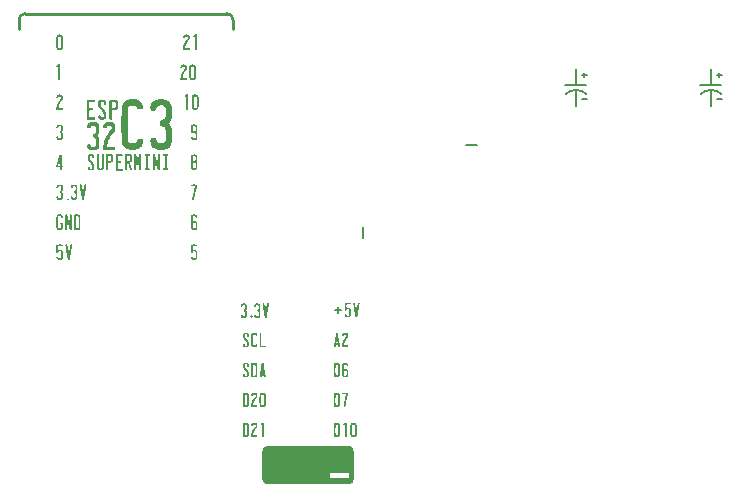
<source format=gto>
G04 Layer: TopSilkscreenLayer*
G04 EasyEDA Pro v2.2.45.4, 2025-12-19 14:04:37*
G04 Gerber Generator version 0.3*
G04 Scale: 100 percent, Rotated: No, Reflected: No*
G04 Dimensions in millimeters*
G04 Leading zeros omitted, absolute positions, 4 integers and 5 decimals*
G04 Generated by one-click*
%FSLAX45Y45*%
%MOMM*%
%ADD10C,0.16*%
%ADD11C,0.254*%
%ADD12C,0.2*%
%ADD13C,0.18*%
%ADD14C,0.2646*%
G75*


G04 Text Start*
G36*
G01X-5110366Y1833572D02*
G01X-5103578Y1833330D01*
G01X-5096548Y1833572D01*
G01X-5094123Y1834057D01*
G01X-5091457Y1834784D01*
G01X-5089032Y1835754D01*
G01X-5087093Y1836724D01*
G01X-5085396Y1837936D01*
G01X-5083699Y1839390D01*
G01X-5082487Y1840602D01*
G01X-5081275Y1842057D01*
G01X-5080305Y1843754D01*
G01X-5079336Y1845693D01*
G01X-5078366Y1848360D01*
G01X-5077639Y1851996D01*
G01X-5077396Y1855148D01*
G01X-5077154Y1856845D01*
G01X-5077214Y1857633D01*
G01X-5077881Y1858542D01*
G01X-5080548Y1859754D01*
G01X-5085639Y1859996D01*
G01X-5088487Y1859815D01*
G01X-5090245Y1859269D01*
G01X-5091214Y1858178D01*
G01X-5091699Y1856360D01*
G01X-5092426Y1853451D01*
G01X-5093396Y1851996D01*
G01X-5094851Y1851027D01*
G01X-5096548Y1850299D01*
G01X-5099457Y1849572D01*
G01X-5104790Y1849330D01*
G01X-5108911Y1849815D01*
G01X-5110851Y1850784D01*
G01X-5112790Y1852481D01*
G01X-5114245Y1854421D01*
G01X-5114972Y1857330D01*
G01X-5115214Y1897572D01*
G01X-5114729Y1936602D01*
G01X-5113760Y1938299D01*
G01X-5112548Y1939511D01*
G01X-5111093Y1940481D01*
G01X-5108669Y1941451D01*
G01X-5102608Y1941936D01*
G01X-5097517Y1941693D01*
G01X-5095578Y1940966D01*
G01X-5093881Y1939754D01*
G01X-5092911Y1938542D01*
G01X-5091942Y1936360D01*
G01X-5091214Y1933936D01*
G01X-5090608Y1933330D01*
G01X-5089275Y1932966D01*
G01X-5083214Y1932724D01*
G01X-5079760Y1932905D01*
G01X-5078123Y1933451D01*
G01X-5077154Y1935390D01*
G01X-5077154Y1938784D01*
G01X-5077639Y1941693D01*
G01X-5078366Y1944118D01*
G01X-5079336Y1946542D01*
G01X-5080305Y1948239D01*
G01X-5081275Y1949693D01*
G01X-5082245Y1950905D01*
G01X-5083942Y1952360D01*
G01X-5086123Y1953814D01*
G01X-5088305Y1955027D01*
G01X-5090487Y1955996D01*
G01X-5093154Y1956724D01*
G01X-5098002Y1957693D01*
G01X-5104548Y1957936D01*
G01X-5110123Y1957693D01*
G01X-5114487Y1956724D01*
G01X-5116426Y1955996D01*
G01X-5118851Y1955027D01*
G01X-5120548Y1954057D01*
G01X-5121760Y1953087D01*
G01X-5123699Y1951633D01*
G01X-5125396Y1949693D01*
G01X-5126608Y1947754D01*
G01X-5127820Y1945572D01*
G01X-5128790Y1942905D01*
G01X-5129517Y1940239D01*
G01X-5130002Y1937815D01*
G01X-5130245Y1935390D01*
G01X-5130487Y1933451D01*
G01X-5130729Y1895148D01*
G01X-5130487Y1856845D01*
G01X-5130002Y1851996D01*
G01X-5129517Y1850057D01*
G01X-5128790Y1847875D01*
G01X-5127820Y1845693D01*
G01X-5126851Y1843754D01*
G01X-5125881Y1842299D01*
G01X-5124426Y1840360D01*
G01X-5122729Y1838905D01*
G01X-5121517Y1838178D01*
G01X-5119820Y1836966D01*
G01X-5117396Y1835754D01*
G01X-5114729Y1834784D01*
G01X-5112063Y1834057D01*
G01X-5110366Y1833572D01*
G37*
G36*
G01X-5057517Y1833814D02*
G01X-5034002Y1833330D01*
G01X-5010002Y1833814D01*
G01X-5008305Y1834784D01*
G01X-5007093Y1836724D01*
G01X-5006608Y1841814D01*
G01X-5006851Y1844784D01*
G01X-5007578Y1846421D01*
G01X-5009760Y1847875D01*
G01X-5026487Y1848360D01*
G01X-5038426Y1848542D01*
G01X-5043214Y1849087D01*
G01X-5044426Y1849815D01*
G01X-5044426Y1901693D01*
G01X-5044669Y1954299D01*
G01X-5045396Y1955996D01*
G01X-5046123Y1956784D01*
G01X-5047335Y1957208D01*
G01X-5049517Y1957693D01*
G01X-5052911Y1957936D01*
G01X-5056305Y1957693D01*
G01X-5057760Y1956966D01*
G01X-5058729Y1955511D01*
G01X-5059214Y1953814D01*
G01X-5059457Y1894178D01*
G01X-5059275Y1849875D01*
G01X-5058729Y1834784D01*
G01X-5057517Y1833814D01*
G37*
G36*
G01X-5180911Y1833572D02*
G01X-5175093Y1833330D01*
G01X-5169275Y1833572D01*
G01X-5164426Y1834542D01*
G01X-5162487Y1835269D01*
G01X-5160063Y1836481D01*
G01X-5158123Y1837693D01*
G01X-5156184Y1839148D01*
G01X-5154487Y1841087D01*
G01X-5152547Y1843996D01*
G01X-5150608Y1848360D01*
G01X-5149881Y1851269D01*
G01X-5149396Y1853936D01*
G01X-5148911Y1858299D01*
G01X-5148911Y1861209D01*
G01X-5149396Y1865087D01*
G01X-5150366Y1870906D01*
G01X-5152547Y1878906D01*
G01X-5154002Y1882784D01*
G01X-5155941Y1887148D01*
G01X-5157881Y1890542D01*
G01X-5159335Y1892724D01*
G01X-5160790Y1894663D01*
G01X-5163214Y1897087D01*
G01X-5164669Y1899027D01*
G01X-5166123Y1900724D01*
G01X-5167093Y1901936D01*
G01X-5168305Y1903148D01*
G01X-5173153Y1908966D01*
G01X-5176063Y1912360D01*
G01X-5180911Y1918178D01*
G01X-5182123Y1919875D01*
G01X-5183093Y1921815D01*
G01X-5184063Y1924239D01*
G01X-5184547Y1927148D01*
G01X-5184790Y1929087D01*
G01X-5185032Y1932481D01*
G01X-5184790Y1935875D01*
G01X-5184063Y1938057D01*
G01X-5183093Y1939996D01*
G01X-5182123Y1941208D01*
G01X-5180669Y1942178D01*
G01X-5178972Y1942905D01*
G01X-5176790Y1943390D01*
G01X-5174608Y1943633D01*
G01X-5173153Y1943633D01*
G01X-5171457Y1943390D01*
G01X-5169517Y1942905D01*
G01X-5167820Y1941936D01*
G01X-5166608Y1940724D01*
G01X-5165638Y1939511D01*
G01X-5164669Y1937572D01*
G01X-5163941Y1934421D01*
G01X-5163699Y1931027D01*
G01X-5163214Y1928360D01*
G01X-5162244Y1926663D01*
G01X-5160063Y1925693D01*
G01X-5155214Y1925451D01*
G01X-5152547Y1925693D01*
G01X-5150851Y1926421D01*
G01X-5149881Y1927512D01*
G01X-5149396Y1928845D01*
G01X-5148911Y1931027D01*
G01X-5148669Y1932966D01*
G01X-5148911Y1934905D01*
G01X-5149396Y1939269D01*
G01X-5149881Y1941451D01*
G01X-5150608Y1943875D01*
G01X-5151578Y1946057D01*
G01X-5152547Y1947996D01*
G01X-5153517Y1949451D01*
G01X-5154487Y1950663D01*
G01X-5157881Y1953572D01*
G01X-5159335Y1954542D01*
G01X-5161275Y1955511D01*
G01X-5163699Y1956481D01*
G01X-5166850Y1957208D01*
G01X-5169275Y1957693D01*
G01X-5175335Y1957936D01*
G01X-5181396Y1957693D01*
G01X-5183578Y1957208D01*
G01X-5186002Y1956481D01*
G01X-5187941Y1955754D01*
G01X-5189638Y1955027D01*
G01X-5191578Y1953814D01*
G01X-5193275Y1952360D01*
G01X-5194487Y1951148D01*
G01X-5195941Y1949451D01*
G01X-5197154Y1947511D01*
G01X-5198123Y1945572D01*
G01X-5199093Y1943390D01*
G01X-5199820Y1940724D01*
G01X-5200305Y1938299D01*
G01X-5200790Y1935390D01*
G01X-5201032Y1930057D01*
G01X-5200790Y1926178D01*
G01X-5200305Y1922299D01*
G01X-5199820Y1920118D01*
G01X-5199093Y1917693D01*
G01X-5198366Y1915754D01*
G01X-5197638Y1914057D01*
G01X-5196669Y1912360D01*
G01X-5195214Y1910178D01*
G01X-5193275Y1907754D01*
G01X-5191578Y1906057D01*
G01X-5189638Y1903633D01*
G01X-5186729Y1900239D01*
G01X-5180184Y1893693D01*
G01X-5178244Y1891269D01*
G01X-5177032Y1890057D01*
G01X-5176063Y1888845D01*
G01X-5175335Y1887633D01*
G01X-5174366Y1886421D01*
G01X-5173396Y1884966D01*
G01X-5170972Y1881087D01*
G01X-5169032Y1877209D01*
G01X-5168063Y1875027D01*
G01X-5167093Y1872603D01*
G01X-5166123Y1869936D01*
G01X-5165153Y1866542D01*
G01X-5164426Y1863148D01*
G01X-5163941Y1860724D01*
G01X-5163699Y1856602D01*
G01X-5164184Y1852239D01*
G01X-5165153Y1850542D01*
G01X-5166850Y1849087D01*
G01X-5169275Y1847875D01*
G01X-5171457Y1847390D01*
G01X-5173153Y1847148D01*
G01X-5175093Y1846905D01*
G01X-5177032Y1847148D01*
G01X-5178972Y1847633D01*
G01X-5181153Y1848602D01*
G01X-5182608Y1849815D01*
G01X-5183578Y1851269D01*
G01X-5184547Y1853693D01*
G01X-5185032Y1856602D01*
G01X-5185335Y1857875D01*
G01X-5186244Y1858784D01*
G01X-5189154Y1859754D01*
G01X-5194002Y1859996D01*
G01X-5198123Y1859512D01*
G01X-5199820Y1858542D01*
G01X-5200426Y1857633D01*
G01X-5200790Y1855875D01*
G01X-5200790Y1851996D01*
G01X-5200063Y1848602D01*
G01X-5199093Y1845451D01*
G01X-5198123Y1843511D01*
G01X-5196911Y1841814D01*
G01X-5195457Y1840117D01*
G01X-5194244Y1838905D01*
G01X-5193032Y1837936D01*
G01X-5189638Y1836239D01*
G01X-5187457Y1835269D01*
G01X-5184790Y1834542D01*
G01X-5182366Y1834057D01*
G01X-5180911Y1833572D01*
G37*
G36*
G01X-5175093Y1579330D02*
G01X-5180911Y1579572D01*
G01X-5182366Y1580057D01*
G01X-5184790Y1580542D01*
G01X-5187457Y1581269D01*
G01X-5189638Y1582239D01*
G01X-5193032Y1583936D01*
G01X-5194244Y1584905D01*
G01X-5195457Y1586117D01*
G01X-5196911Y1587814D01*
G01X-5198123Y1589511D01*
G01X-5199093Y1591451D01*
G01X-5200063Y1594602D01*
G01X-5200790Y1597996D01*
G01X-5200790Y1601875D01*
G01X-5200426Y1603633D01*
G01X-5199820Y1604542D01*
G01X-5198123Y1605512D01*
G01X-5194002Y1605996D01*
G01X-5189154Y1605754D01*
G01X-5186244Y1604784D01*
G01X-5185335Y1603875D01*
G01X-5185032Y1602602D01*
G01X-5184547Y1599693D01*
G01X-5183578Y1597269D01*
G01X-5182608Y1595815D01*
G01X-5181153Y1594602D01*
G01X-5178972Y1593633D01*
G01X-5177032Y1593148D01*
G01X-5175093Y1592905D01*
G01X-5173153Y1593148D01*
G01X-5171457Y1593390D01*
G01X-5169275Y1593875D01*
G01X-5166850Y1595087D01*
G01X-5165153Y1596542D01*
G01X-5164184Y1598239D01*
G01X-5163699Y1602602D01*
G01X-5163941Y1606724D01*
G01X-5164426Y1609148D01*
G01X-5165153Y1612542D01*
G01X-5166123Y1615936D01*
G01X-5167093Y1618603D01*
G01X-5168063Y1621027D01*
G01X-5169032Y1623209D01*
G01X-5170972Y1627087D01*
G01X-5173396Y1630966D01*
G01X-5174366Y1632421D01*
G01X-5175335Y1633633D01*
G01X-5176063Y1634845D01*
G01X-5177032Y1636057D01*
G01X-5178244Y1637269D01*
G01X-5180184Y1639693D01*
G01X-5186729Y1646239D01*
G01X-5189638Y1649633D01*
G01X-5191578Y1652057D01*
G01X-5193275Y1653754D01*
G01X-5195214Y1656178D01*
G01X-5196669Y1658360D01*
G01X-5197638Y1660057D01*
G01X-5198366Y1661754D01*
G01X-5199093Y1663693D01*
G01X-5199820Y1666118D01*
G01X-5200305Y1668299D01*
G01X-5200790Y1672178D01*
G01X-5201032Y1676057D01*
G01X-5200790Y1681390D01*
G01X-5200305Y1684299D01*
G01X-5199820Y1686724D01*
G01X-5199093Y1689390D01*
G01X-5198123Y1691572D01*
G01X-5197154Y1693511D01*
G01X-5195941Y1695451D01*
G01X-5194487Y1697148D01*
G01X-5193275Y1698360D01*
G01X-5191578Y1699814D01*
G01X-5189638Y1701027D01*
G01X-5187941Y1701754D01*
G01X-5186002Y1702481D01*
G01X-5183578Y1703208D01*
G01X-5181396Y1703693D01*
G01X-5175335Y1703936D01*
G01X-5169275Y1703693D01*
G01X-5166850Y1703208D01*
G01X-5163699Y1702481D01*
G01X-5161275Y1701511D01*
G01X-5159335Y1700542D01*
G01X-5157881Y1699572D01*
G01X-5154487Y1696663D01*
G01X-5153517Y1695451D01*
G01X-5152547Y1693996D01*
G01X-5151578Y1692057D01*
G01X-5150608Y1689875D01*
G01X-5149881Y1687451D01*
G01X-5149396Y1685269D01*
G01X-5148911Y1680905D01*
G01X-5148669Y1678966D01*
G01X-5148911Y1677027D01*
G01X-5149396Y1674845D01*
G01X-5149881Y1673512D01*
G01X-5150851Y1672421D01*
G01X-5152547Y1671693D01*
G01X-5155214Y1671451D01*
G01X-5160063Y1671693D01*
G01X-5162244Y1672663D01*
G01X-5163214Y1674360D01*
G01X-5163699Y1677027D01*
G01X-5163941Y1680421D01*
G01X-5164669Y1683572D01*
G01X-5165638Y1685511D01*
G01X-5166608Y1686724D01*
G01X-5167820Y1687936D01*
G01X-5169517Y1688905D01*
G01X-5171457Y1689390D01*
G01X-5173153Y1689633D01*
G01X-5174608Y1689633D01*
G01X-5176790Y1689390D01*
G01X-5178972Y1688905D01*
G01X-5180669Y1688178D01*
G01X-5182123Y1687208D01*
G01X-5183093Y1685996D01*
G01X-5184063Y1684057D01*
G01X-5184790Y1681875D01*
G01X-5185032Y1678481D01*
G01X-5184790Y1675087D01*
G01X-5184547Y1673148D01*
G01X-5184063Y1670239D01*
G01X-5183093Y1667815D01*
G01X-5182123Y1665875D01*
G01X-5180911Y1664178D01*
G01X-5176063Y1658360D01*
G01X-5173153Y1654966D01*
G01X-5168305Y1649148D01*
G01X-5167093Y1647936D01*
G01X-5166123Y1646724D01*
G01X-5164669Y1645027D01*
G01X-5163214Y1643087D01*
G01X-5160790Y1640663D01*
G01X-5159335Y1638724D01*
G01X-5157881Y1636542D01*
G01X-5155941Y1633148D01*
G01X-5154002Y1628784D01*
G01X-5152547Y1624906D01*
G01X-5150366Y1616906D01*
G01X-5149396Y1611087D01*
G01X-5148911Y1607209D01*
G01X-5148911Y1604299D01*
G01X-5149396Y1599936D01*
G01X-5149881Y1597269D01*
G01X-5150608Y1594360D01*
G01X-5152547Y1589996D01*
G01X-5154487Y1587087D01*
G01X-5156184Y1585148D01*
G01X-5158123Y1583693D01*
G01X-5160063Y1582481D01*
G01X-5162487Y1581269D01*
G01X-5164426Y1580542D01*
G01X-5169275Y1579572D01*
G01X-5175093Y1579330D01*
G37*
G36*
G01X-5051457Y1579330D02*
G01X-5057032Y1579572D01*
G01X-5058487Y1581027D01*
G01X-5059457Y1583451D01*
G01X-5059214Y1586845D01*
G01X-5058729Y1589754D01*
G01X-5058245Y1593148D01*
G01X-5057760Y1596057D01*
G01X-5057275Y1599451D01*
G01X-5056790Y1602360D01*
G01X-5056305Y1605754D01*
G01X-5055335Y1611572D01*
G01X-5054851Y1614966D01*
G01X-5054366Y1617875D01*
G01X-5054158Y1619330D01*
G01X-5039578Y1619330D01*
G01X-5039093Y1614966D01*
G01X-5039093Y1614966D01*
G01X-5038366Y1613996D01*
G01X-5034002Y1613754D01*
G01X-5028911Y1614239D01*
G01X-5028184Y1615330D01*
G01X-5027941Y1617633D01*
G01X-5028184Y1622724D01*
G01X-5029638Y1634360D01*
G01X-5030123Y1637269D01*
G01X-5030850Y1638966D01*
G01X-5031820Y1640178D01*
G01X-5032487Y1640663D01*
G01X-5033517Y1640663D01*
G01X-5035699Y1639693D01*
G01X-5036911Y1637996D01*
G01X-5037396Y1636299D01*
G01X-5037881Y1632906D01*
G01X-5038851Y1627087D01*
G01X-5039335Y1623693D01*
G01X-5039578Y1619330D01*
G01X-5054158Y1619330D01*
G01X-5053881Y1621269D01*
G01X-5052911Y1627087D01*
G01X-5052426Y1630481D01*
G01X-5051942Y1633390D01*
G01X-5051457Y1636784D01*
G01X-5050972Y1639693D01*
G01X-5050487Y1643087D01*
G01X-5049517Y1648906D01*
G01X-5049032Y1652299D01*
G01X-5048548Y1655209D01*
G01X-5048063Y1658602D01*
G01X-5047578Y1661512D01*
G01X-5047093Y1664905D01*
G01X-5046123Y1670724D01*
G01X-5045638Y1674118D01*
G01X-5045154Y1677027D01*
G01X-5044669Y1680421D01*
G01X-5043699Y1686239D01*
G01X-5043214Y1689633D01*
G01X-5042729Y1692542D01*
G01X-5042245Y1695936D01*
G01X-5041517Y1699814D01*
G01X-5040305Y1702481D01*
G01X-5039093Y1703936D01*
G01X-5034244Y1704421D01*
G01X-5030669Y1704239D01*
G01X-5028669Y1703693D01*
G01X-5026972Y1702239D01*
G01X-5026002Y1700542D01*
G01X-5025275Y1697875D01*
G01X-5024790Y1694966D01*
G01X-5024305Y1691572D01*
G01X-5022366Y1679936D01*
G01X-5021881Y1676542D01*
G01X-5020426Y1667815D01*
G01X-5019941Y1664421D01*
G01X-5018002Y1652784D01*
G01X-5017517Y1649390D01*
G01X-5015578Y1637754D01*
G01X-5015093Y1634360D01*
G01X-5013154Y1622724D01*
G01X-5012669Y1619330D01*
G01X-5010729Y1607693D01*
G01X-5010244Y1604299D01*
G01X-5008790Y1595572D01*
G01X-5008305Y1592178D01*
G01X-5007820Y1589269D01*
G01X-5007578Y1586117D01*
G01X-5008063Y1582239D01*
G01X-5008729Y1580966D01*
G01X-5009760Y1580057D01*
G01X-5011760Y1579511D01*
G01X-5015335Y1579330D01*
G01X-5018851Y1579511D01*
G01X-5020669Y1580057D01*
G01X-5022366Y1581754D01*
G01X-5023335Y1584421D01*
G01X-5024305Y1592178D01*
G01X-5025032Y1595087D01*
G01X-5026002Y1596784D01*
G01X-5026972Y1597996D01*
G01X-5028426Y1598542D01*
G01X-5031820Y1598724D01*
G01X-5037881Y1598481D01*
G01X-5039396Y1597996D01*
G01X-5040548Y1597027D01*
G01X-5042002Y1594118D01*
G01X-5042729Y1590239D01*
G01X-5043214Y1586360D01*
G01X-5043699Y1582966D01*
G01X-5044184Y1581451D01*
G01X-5045154Y1580299D01*
G01X-5047335Y1579572D01*
G01X-5051457Y1579330D01*
G37*
G36*
G01X-5112305Y1579330D02*
G01X-5128063Y1579814D01*
G01X-5129032Y1580784D01*
G01X-5130002Y1582239D01*
G01X-5130487Y1583936D01*
G01X-5130729Y1640421D01*
G01X-5130723Y1641875D01*
G01X-5116184Y1641875D01*
G01X-5115942Y1599451D01*
G01X-5115457Y1597511D01*
G01X-5114487Y1596057D01*
G01X-5114487Y1596057D01*
G01X-5113517Y1595572D01*
G01X-5106972Y1595330D01*
G01X-5099457Y1595572D01*
G01X-5097032Y1596542D01*
G01X-5095093Y1598239D01*
G01X-5093881Y1599936D01*
G01X-5093396Y1601633D01*
G01X-5093154Y1603330D01*
G01X-5092911Y1640663D01*
G01X-5093154Y1677996D01*
G01X-5093396Y1679693D01*
G01X-5093881Y1682118D01*
G01X-5095093Y1684784D01*
G01X-5096548Y1686481D01*
G01X-5098245Y1687451D01*
G01X-5105760Y1687936D01*
G01X-5113517Y1687451D01*
G01X-5115214Y1685996D01*
G01X-5115942Y1684299D01*
G01X-5116184Y1641875D01*
G01X-5130723Y1641875D01*
G01X-5130487Y1697390D01*
G01X-5130002Y1700299D01*
G01X-5128790Y1702966D01*
G01X-5124790Y1703693D01*
G01X-5114729Y1703936D01*
G01X-5100911Y1703693D01*
G01X-5098972Y1703451D01*
G01X-5096548Y1703208D01*
G01X-5094123Y1702724D01*
G01X-5092184Y1702239D01*
G01X-5090245Y1701511D01*
G01X-5088063Y1700542D01*
G01X-5086608Y1699572D01*
G01X-5085396Y1698845D01*
G01X-5084426Y1697875D01*
G01X-5083457Y1696663D01*
G01X-5082245Y1695208D01*
G01X-5081275Y1693511D01*
G01X-5080305Y1691087D01*
G01X-5079578Y1688663D01*
G01X-5079093Y1683815D01*
G01X-5078851Y1642603D01*
G01X-5079093Y1601390D01*
G01X-5079578Y1596057D01*
G01X-5080063Y1593633D01*
G01X-5080790Y1591208D01*
G01X-5081760Y1589269D01*
G01X-5082729Y1587572D01*
G01X-5083699Y1586117D01*
G01X-5084911Y1584663D01*
G01X-5086851Y1583208D01*
G01X-5089275Y1581754D01*
G01X-5091457Y1580784D01*
G01X-5093881Y1580057D01*
G01X-5096063Y1579572D01*
G01X-5112305Y1579330D01*
G37*
G36*
G01X-5033517Y1325330D02*
G01X-5038608Y1325572D01*
G01X-5040790Y1326057D01*
G01X-5043941Y1326784D01*
G01X-5046366Y1327754D01*
G01X-5048305Y1328724D01*
G01X-5050245Y1329936D01*
G01X-5051942Y1331148D01*
G01X-5053639Y1332845D01*
G01X-5055335Y1335269D01*
G01X-5056548Y1337208D01*
G01X-5057275Y1338905D01*
G01X-5058002Y1340845D01*
G01X-5058729Y1343027D01*
G01X-5059214Y1344966D01*
G01X-5059699Y1348845D01*
G01X-5059942Y1388603D01*
G01X-5059932Y1390299D01*
G01X-5045396Y1390299D01*
G01X-5045154Y1354663D01*
G01X-5044669Y1350299D01*
G01X-5044184Y1348118D01*
G01X-5043457Y1345693D01*
G01X-5042245Y1343511D01*
G01X-5040305Y1341330D01*
G01X-5037881Y1340118D01*
G01X-5037881Y1340118D01*
G01X-5036426Y1339633D01*
G01X-5033275Y1339390D01*
G01X-5029396Y1339875D01*
G01X-5027457Y1340602D01*
G01X-5026002Y1341572D01*
G01X-5024790Y1342784D01*
G01X-5023578Y1344239D01*
G01X-5022608Y1345936D01*
G01X-5021881Y1348360D01*
G01X-5021396Y1350784D01*
G01X-5021154Y1388603D01*
G01X-5021638Y1427148D01*
G01X-5022851Y1429815D01*
G01X-5024063Y1431511D01*
G01X-5025760Y1432724D01*
G01X-5028184Y1433693D01*
G01X-5030123Y1434178D01*
G01X-5033032Y1434421D01*
G01X-5035941Y1434178D01*
G01X-5037638Y1433936D01*
G01X-5039335Y1433451D01*
G01X-5041275Y1432481D01*
G01X-5042972Y1431269D01*
G01X-5043941Y1429815D01*
G01X-5044669Y1427875D01*
G01X-5045154Y1425936D01*
G01X-5045396Y1390299D01*
G01X-5059932Y1390299D01*
G01X-5059699Y1429815D01*
G01X-5059214Y1432724D01*
G01X-5058729Y1434905D01*
G01X-5058002Y1437087D01*
G01X-5057032Y1439027D01*
G01X-5056063Y1440724D01*
G01X-5055093Y1442178D01*
G01X-5053396Y1444118D01*
G01X-5051457Y1445572D01*
G01X-5050002Y1446542D01*
G01X-5048063Y1447511D01*
G01X-5045154Y1448481D01*
G01X-5042729Y1449208D01*
G01X-5039335Y1449693D01*
G01X-5034244Y1449936D01*
G01X-5029154Y1449693D01*
G01X-5027214Y1449451D01*
G01X-5024305Y1448966D01*
G01X-5021881Y1448239D01*
G01X-5019699Y1447511D01*
G01X-5017032Y1446299D01*
G01X-5013638Y1443875D01*
G01X-5011699Y1441936D01*
G01X-5010487Y1440239D01*
G01X-5009517Y1438542D01*
G01X-5008548Y1435875D01*
G01X-5007820Y1433693D01*
G01X-5007335Y1429330D01*
G01X-5007093Y1390784D01*
G01X-5007335Y1352239D01*
G01X-5007578Y1350057D01*
G01X-5007820Y1347390D01*
G01X-5008305Y1344481D01*
G01X-5009032Y1341330D01*
G01X-5010002Y1338663D01*
G01X-5011214Y1336239D01*
G01X-5012426Y1334542D01*
G01X-5013396Y1333087D01*
G01X-5014608Y1331633D01*
G01X-5015820Y1330663D01*
G01X-5017517Y1329451D01*
G01X-5019457Y1328239D01*
G01X-5021154Y1327511D01*
G01X-5023093Y1326784D01*
G01X-5025760Y1326057D01*
G01X-5028184Y1325572D01*
G01X-5033517Y1325330D01*
G37*
G36*
G01X-5182608Y1325330D02*
G01X-5198851Y1325814D01*
G01X-5200063Y1327269D01*
G01X-5200790Y1328966D01*
G01X-5201032Y1387390D01*
G01X-5201024Y1388360D01*
G01X-5186487Y1388360D01*
G01X-5186244Y1344481D01*
G01X-5185275Y1342299D01*
G01X-5185275Y1342299D01*
G01X-5184305Y1341572D01*
G01X-5178002Y1341330D01*
G01X-5170244Y1341572D01*
G01X-5167820Y1342299D01*
G01X-5166366Y1343269D01*
G01X-5165153Y1344724D01*
G01X-5164184Y1346663D01*
G01X-5163699Y1386178D01*
G01X-5163941Y1426421D01*
G01X-5164669Y1429087D01*
G01X-5165396Y1430784D01*
G01X-5166366Y1431996D01*
G01X-5168305Y1433208D01*
G01X-5170911Y1433754D01*
G01X-5176305Y1433936D01*
G01X-5184063Y1433451D01*
G01X-5185760Y1431754D01*
G01X-5186305Y1420299D01*
G01X-5186487Y1388360D01*
G01X-5201024Y1388360D01*
G01X-5200548Y1446542D01*
G01X-5199093Y1448966D01*
G01X-5195154Y1449693D01*
G01X-5185275Y1449936D01*
G01X-5171699Y1449693D01*
G01X-5170002Y1449451D01*
G01X-5166850Y1449208D01*
G01X-5163214Y1448481D01*
G01X-5160547Y1447511D01*
G01X-5158123Y1446299D01*
G01X-5156426Y1445087D01*
G01X-5155214Y1444118D01*
G01X-5153517Y1442421D01*
G01X-5152063Y1439996D01*
G01X-5151093Y1438057D01*
G01X-5150366Y1435875D01*
G01X-5149881Y1433693D01*
G01X-5149638Y1388360D01*
G01X-5149881Y1343027D01*
G01X-5150123Y1341330D01*
G01X-5150608Y1339390D01*
G01X-5151335Y1337208D01*
G01X-5152063Y1335511D01*
G01X-5153032Y1333814D01*
G01X-5154244Y1332117D01*
G01X-5156669Y1329693D01*
G01X-5157881Y1328724D01*
G01X-5159578Y1327754D01*
G01X-5161760Y1326784D01*
G01X-5164184Y1326057D01*
G01X-5166366Y1325572D01*
G01X-5182608Y1325330D01*
G37*
G36*
G01X-5121941Y1325511D02*
G01X-5128548Y1326057D01*
G01X-5130002Y1327996D01*
G01X-5130548Y1330360D01*
G01X-5130729Y1335027D01*
G01X-5130487Y1343027D01*
G01X-5130002Y1347390D01*
G01X-5129517Y1350784D01*
G01X-5129032Y1353209D01*
G01X-5128548Y1356118D01*
G01X-5128063Y1358542D01*
G01X-5127578Y1360724D01*
G01X-5126851Y1363875D01*
G01X-5125881Y1367269D01*
G01X-5124911Y1370421D01*
G01X-5122972Y1375754D01*
G01X-5122002Y1378178D01*
G01X-5119093Y1384724D01*
G01X-5117154Y1388118D01*
G01X-5115942Y1390542D01*
G01X-5113517Y1394421D01*
G01X-5110608Y1398784D01*
G01X-5109396Y1400481D01*
G01X-5107457Y1402906D01*
G01X-5106729Y1404118D01*
G01X-5103820Y1407754D01*
G01X-5102123Y1409451D01*
G01X-5100669Y1411390D01*
G01X-5094608Y1417451D01*
G01X-5093396Y1419148D01*
G01X-5092669Y1421572D01*
G01X-5092669Y1424966D01*
G01X-5093396Y1428360D01*
G01X-5094608Y1430542D01*
G01X-5096305Y1432239D01*
G01X-5098487Y1433208D01*
G01X-5100426Y1433693D01*
G01X-5103335Y1433936D01*
G01X-5106245Y1433693D01*
G01X-5108426Y1433208D01*
G01X-5110608Y1432481D01*
G01X-5112063Y1431511D01*
G01X-5113275Y1430299D01*
G01X-5114245Y1428602D01*
G01X-5114729Y1426178D01*
G01X-5115457Y1423512D01*
G01X-5117396Y1421572D01*
G01X-5119335Y1421027D01*
G01X-5122729Y1420845D01*
G01X-5128063Y1421330D01*
G01X-5130002Y1422542D01*
G01X-5130548Y1423633D01*
G01X-5130729Y1425451D01*
G01X-5130487Y1428360D01*
G01X-5130002Y1431269D01*
G01X-5129275Y1434421D01*
G01X-5128305Y1436845D01*
G01X-5127093Y1439269D01*
G01X-5126123Y1440966D01*
G01X-5125154Y1442178D01*
G01X-5123941Y1443390D01*
G01X-5122245Y1444845D01*
G01X-5120063Y1446299D01*
G01X-5118123Y1447269D01*
G01X-5116184Y1447996D01*
G01X-5113760Y1448724D01*
G01X-5111578Y1449208D01*
G01X-5107699Y1449693D01*
G01X-5104305Y1449936D01*
G01X-5100911Y1449693D01*
G01X-5097032Y1449208D01*
G01X-5094608Y1448724D01*
G01X-5091699Y1447996D01*
G01X-5089275Y1447027D01*
G01X-5087336Y1446057D01*
G01X-5085396Y1444845D01*
G01X-5083699Y1443390D01*
G01X-5082487Y1442178D01*
G01X-5081033Y1440481D01*
G01X-5079820Y1438542D01*
G01X-5078851Y1436602D01*
G01X-5078123Y1434663D01*
G01X-5077154Y1430299D01*
G01X-5076911Y1425693D01*
G01X-5077154Y1420118D01*
G01X-5077881Y1416966D01*
G01X-5078851Y1414784D01*
G01X-5081033Y1410421D01*
G01X-5083457Y1407027D01*
G01X-5084911Y1405330D01*
G01X-5089032Y1401209D01*
G01X-5093396Y1395390D01*
G01X-5094608Y1393693D01*
G01X-5097517Y1389330D01*
G01X-5098729Y1387390D01*
G01X-5099699Y1385936D01*
G01X-5102608Y1380845D01*
G01X-5104548Y1376966D01*
G01X-5105517Y1374542D01*
G01X-5107457Y1370178D01*
G01X-5110366Y1362178D01*
G01X-5111093Y1359996D01*
G01X-5111578Y1358057D01*
G01X-5113032Y1352724D01*
G01X-5113517Y1350299D01*
G01X-5114002Y1348360D01*
G01X-5114245Y1345693D01*
G01X-5113517Y1342784D01*
G01X-5109275Y1342057D01*
G01X-5098002Y1341815D01*
G01X-5082002Y1341572D01*
G01X-5079578Y1341087D01*
G01X-5077639Y1340118D01*
G01X-5077093Y1338360D01*
G01X-5076911Y1334542D01*
G01X-5077154Y1328481D01*
G01X-5078366Y1326299D01*
G01X-5085154Y1325572D01*
G01X-5103578Y1325330D01*
G01X-5121941Y1325511D01*
G37*
G36*
G01X-5182608Y1071330D02*
G01X-5198851Y1071814D01*
G01X-5200063Y1073269D01*
G01X-5200790Y1074966D01*
G01X-5201032Y1133390D01*
G01X-5201024Y1134360D01*
G01X-5186487Y1134360D01*
G01X-5186244Y1090481D01*
G01X-5185275Y1088299D01*
G01X-5185275Y1088299D01*
G01X-5184305Y1087572D01*
G01X-5178002Y1087330D01*
G01X-5170244Y1087572D01*
G01X-5167820Y1088299D01*
G01X-5166366Y1089269D01*
G01X-5165153Y1090724D01*
G01X-5164184Y1092663D01*
G01X-5163699Y1132178D01*
G01X-5163941Y1172421D01*
G01X-5164669Y1175087D01*
G01X-5165396Y1176784D01*
G01X-5166366Y1177996D01*
G01X-5168305Y1179208D01*
G01X-5170911Y1179754D01*
G01X-5176305Y1179936D01*
G01X-5184063Y1179451D01*
G01X-5185760Y1177754D01*
G01X-5186305Y1166299D01*
G01X-5186487Y1134360D01*
G01X-5201024Y1134360D01*
G01X-5200548Y1192542D01*
G01X-5199093Y1194966D01*
G01X-5195154Y1195693D01*
G01X-5185275Y1195936D01*
G01X-5171699Y1195693D01*
G01X-5170002Y1195451D01*
G01X-5166850Y1195208D01*
G01X-5163214Y1194481D01*
G01X-5160547Y1193511D01*
G01X-5158123Y1192299D01*
G01X-5156426Y1191087D01*
G01X-5155214Y1190118D01*
G01X-5153517Y1188421D01*
G01X-5152063Y1185996D01*
G01X-5151093Y1184057D01*
G01X-5150366Y1181875D01*
G01X-5149881Y1179693D01*
G01X-5149638Y1134360D01*
G01X-5149881Y1089027D01*
G01X-5150123Y1087330D01*
G01X-5150608Y1085390D01*
G01X-5151335Y1083208D01*
G01X-5152063Y1081511D01*
G01X-5153032Y1079814D01*
G01X-5154244Y1078117D01*
G01X-5156669Y1075693D01*
G01X-5157881Y1074724D01*
G01X-5159578Y1073754D01*
G01X-5161760Y1072784D01*
G01X-5164184Y1072057D01*
G01X-5166366Y1071572D01*
G01X-5182608Y1071330D01*
G37*
G36*
G01X-5033941Y1071572D02*
G01X-5036184Y1072299D01*
G01X-5036911Y1085269D01*
G01X-5037154Y1122239D01*
G01X-5037396Y1172421D01*
G01X-5038123Y1174602D01*
G01X-5038972Y1175330D01*
G01X-5040548Y1175572D01*
G01X-5044669Y1175815D01*
G01X-5046426Y1176178D01*
G01X-5047335Y1176784D01*
G01X-5048305Y1178481D01*
G01X-5048790Y1181875D01*
G01X-5048305Y1185996D01*
G01X-5047093Y1188663D01*
G01X-5045396Y1190360D01*
G01X-5042972Y1191330D01*
G01X-5040790Y1191814D01*
G01X-5038851Y1192299D01*
G01X-5037154Y1193269D01*
G01X-5035457Y1194966D01*
G01X-5033275Y1195693D01*
G01X-5029154Y1195936D01*
G01X-5023335Y1195693D01*
G01X-5021881Y1194966D01*
G01X-5021335Y1179451D01*
G01X-5021154Y1133875D01*
G01X-5021396Y1088178D01*
G01X-5022123Y1072299D01*
G01X-5024366Y1071572D01*
G01X-5029154Y1071330D01*
G01X-5033941Y1071572D01*
G37*
G36*
G01X-5121941Y1071511D02*
G01X-5128548Y1072057D01*
G01X-5130002Y1073996D01*
G01X-5130548Y1076360D01*
G01X-5130729Y1081027D01*
G01X-5130487Y1089027D01*
G01X-5130002Y1093390D01*
G01X-5129517Y1096784D01*
G01X-5129032Y1099209D01*
G01X-5128548Y1102118D01*
G01X-5128063Y1104542D01*
G01X-5127578Y1106724D01*
G01X-5126851Y1109875D01*
G01X-5125881Y1113269D01*
G01X-5124911Y1116421D01*
G01X-5122972Y1121754D01*
G01X-5122002Y1124178D01*
G01X-5119093Y1130724D01*
G01X-5117154Y1134118D01*
G01X-5115942Y1136542D01*
G01X-5113517Y1140421D01*
G01X-5110608Y1144784D01*
G01X-5109396Y1146481D01*
G01X-5107457Y1148906D01*
G01X-5106729Y1150118D01*
G01X-5103820Y1153754D01*
G01X-5102123Y1155451D01*
G01X-5100669Y1157390D01*
G01X-5094608Y1163451D01*
G01X-5093396Y1165148D01*
G01X-5092669Y1167572D01*
G01X-5092669Y1170966D01*
G01X-5093396Y1174360D01*
G01X-5094608Y1176542D01*
G01X-5096305Y1178239D01*
G01X-5098487Y1179208D01*
G01X-5100426Y1179693D01*
G01X-5103335Y1179936D01*
G01X-5106245Y1179693D01*
G01X-5108426Y1179208D01*
G01X-5110608Y1178481D01*
G01X-5112063Y1177511D01*
G01X-5113275Y1176299D01*
G01X-5114245Y1174602D01*
G01X-5114729Y1172178D01*
G01X-5115457Y1169512D01*
G01X-5117396Y1167572D01*
G01X-5119335Y1167027D01*
G01X-5122729Y1166845D01*
G01X-5128063Y1167330D01*
G01X-5130002Y1168542D01*
G01X-5130548Y1169633D01*
G01X-5130729Y1171451D01*
G01X-5130487Y1174360D01*
G01X-5130002Y1177269D01*
G01X-5129275Y1180421D01*
G01X-5128305Y1182845D01*
G01X-5127093Y1185269D01*
G01X-5126123Y1186966D01*
G01X-5125154Y1188178D01*
G01X-5123941Y1189390D01*
G01X-5122245Y1190845D01*
G01X-5120063Y1192299D01*
G01X-5118123Y1193269D01*
G01X-5116184Y1193996D01*
G01X-5113760Y1194724D01*
G01X-5111578Y1195208D01*
G01X-5107699Y1195693D01*
G01X-5104305Y1195936D01*
G01X-5100911Y1195693D01*
G01X-5097032Y1195208D01*
G01X-5094608Y1194724D01*
G01X-5091699Y1193996D01*
G01X-5089275Y1193027D01*
G01X-5087336Y1192057D01*
G01X-5085396Y1190845D01*
G01X-5083699Y1189390D01*
G01X-5082487Y1188178D01*
G01X-5081033Y1186481D01*
G01X-5079820Y1184542D01*
G01X-5078851Y1182602D01*
G01X-5078123Y1180663D01*
G01X-5077154Y1176299D01*
G01X-5076911Y1171693D01*
G01X-5077154Y1166118D01*
G01X-5077881Y1162966D01*
G01X-5078851Y1160784D01*
G01X-5081033Y1156421D01*
G01X-5083457Y1153027D01*
G01X-5084911Y1151330D01*
G01X-5089032Y1147209D01*
G01X-5093396Y1141390D01*
G01X-5094608Y1139693D01*
G01X-5097517Y1135330D01*
G01X-5098729Y1133390D01*
G01X-5099699Y1131936D01*
G01X-5102608Y1126845D01*
G01X-5104548Y1122966D01*
G01X-5105517Y1120542D01*
G01X-5107457Y1116178D01*
G01X-5110366Y1108178D01*
G01X-5111093Y1105996D01*
G01X-5111578Y1104057D01*
G01X-5113032Y1098724D01*
G01X-5113517Y1096299D01*
G01X-5114002Y1094360D01*
G01X-5114245Y1091693D01*
G01X-5113517Y1088784D01*
G01X-5109275Y1088057D01*
G01X-5098002Y1087815D01*
G01X-5082002Y1087572D01*
G01X-5079578Y1087087D01*
G01X-5077639Y1086118D01*
G01X-5077093Y1084360D01*
G01X-5076911Y1080542D01*
G01X-5077154Y1074481D01*
G01X-5078366Y1072299D01*
G01X-5085154Y1071572D01*
G01X-5103578Y1071330D01*
G01X-5121941Y1071511D01*
G37*
G36*
G01X-4263517Y1071330D02*
G01X-4268608Y1071572D01*
G01X-4270790Y1072057D01*
G01X-4273941Y1072784D01*
G01X-4276366Y1073754D01*
G01X-4278305Y1074724D01*
G01X-4280245Y1075936D01*
G01X-4281942Y1077148D01*
G01X-4283639Y1078845D01*
G01X-4285335Y1081269D01*
G01X-4286548Y1083208D01*
G01X-4287275Y1084905D01*
G01X-4288002Y1086845D01*
G01X-4288729Y1089027D01*
G01X-4289214Y1090966D01*
G01X-4289699Y1094845D01*
G01X-4289942Y1134603D01*
G01X-4289932Y1136299D01*
G01X-4275396Y1136299D01*
G01X-4275154Y1100663D01*
G01X-4274669Y1096299D01*
G01X-4274184Y1094118D01*
G01X-4273457Y1091693D01*
G01X-4272245Y1089511D01*
G01X-4270305Y1087330D01*
G01X-4267881Y1086118D01*
G01X-4267881Y1086118D01*
G01X-4266426Y1085633D01*
G01X-4263275Y1085390D01*
G01X-4259396Y1085875D01*
G01X-4257457Y1086602D01*
G01X-4256002Y1087572D01*
G01X-4254790Y1088784D01*
G01X-4253578Y1090239D01*
G01X-4252608Y1091936D01*
G01X-4251881Y1094360D01*
G01X-4251396Y1096784D01*
G01X-4251154Y1134603D01*
G01X-4251638Y1173148D01*
G01X-4252851Y1175815D01*
G01X-4254063Y1177511D01*
G01X-4255760Y1178724D01*
G01X-4258184Y1179693D01*
G01X-4260123Y1180178D01*
G01X-4263032Y1180421D01*
G01X-4265941Y1180178D01*
G01X-4267638Y1179936D01*
G01X-4269335Y1179451D01*
G01X-4271275Y1178481D01*
G01X-4272972Y1177269D01*
G01X-4273941Y1175815D01*
G01X-4274669Y1173875D01*
G01X-4275154Y1171936D01*
G01X-4275396Y1136299D01*
G01X-4289932Y1136299D01*
G01X-4289699Y1175815D01*
G01X-4289214Y1178724D01*
G01X-4288729Y1180905D01*
G01X-4288002Y1183087D01*
G01X-4287032Y1185027D01*
G01X-4286063Y1186724D01*
G01X-4285093Y1188178D01*
G01X-4283396Y1190118D01*
G01X-4281457Y1191572D01*
G01X-4280002Y1192542D01*
G01X-4278063Y1193511D01*
G01X-4275154Y1194481D01*
G01X-4272729Y1195208D01*
G01X-4269335Y1195693D01*
G01X-4264244Y1195936D01*
G01X-4259154Y1195693D01*
G01X-4257214Y1195451D01*
G01X-4254305Y1194966D01*
G01X-4251881Y1194239D01*
G01X-4249699Y1193511D01*
G01X-4247032Y1192299D01*
G01X-4243638Y1189875D01*
G01X-4241699Y1187936D01*
G01X-4240487Y1186239D01*
G01X-4239517Y1184542D01*
G01X-4238548Y1181875D01*
G01X-4237820Y1179693D01*
G01X-4237335Y1175330D01*
G01X-4237093Y1136784D01*
G01X-4237335Y1098239D01*
G01X-4237578Y1096057D01*
G01X-4237820Y1093390D01*
G01X-4238305Y1090481D01*
G01X-4239032Y1087330D01*
G01X-4240002Y1084663D01*
G01X-4241214Y1082239D01*
G01X-4242426Y1080542D01*
G01X-4243396Y1079087D01*
G01X-4244608Y1077633D01*
G01X-4245820Y1076663D01*
G01X-4247517Y1075451D01*
G01X-4249457Y1074239D01*
G01X-4251154Y1073511D01*
G01X-4253093Y1072784D01*
G01X-4255760Y1072057D01*
G01X-4258184Y1071572D01*
G01X-4263517Y1071330D01*
G37*
G36*
G01X-4412608Y1071330D02*
G01X-4428851Y1071814D01*
G01X-4430063Y1073269D01*
G01X-4430790Y1074966D01*
G01X-4431032Y1133390D01*
G01X-4431024Y1134360D01*
G01X-4416487Y1134360D01*
G01X-4416244Y1090481D01*
G01X-4415275Y1088299D01*
G01X-4415275Y1088299D01*
G01X-4414305Y1087572D01*
G01X-4408002Y1087330D01*
G01X-4400244Y1087572D01*
G01X-4397820Y1088299D01*
G01X-4396366Y1089269D01*
G01X-4395154Y1090724D01*
G01X-4394184Y1092663D01*
G01X-4393699Y1132178D01*
G01X-4393941Y1172421D01*
G01X-4394669Y1175087D01*
G01X-4395396Y1176784D01*
G01X-4396366Y1177996D01*
G01X-4398305Y1179208D01*
G01X-4400911Y1179754D01*
G01X-4406305Y1179936D01*
G01X-4414063Y1179451D01*
G01X-4415760Y1177754D01*
G01X-4416305Y1166299D01*
G01X-4416487Y1134360D01*
G01X-4431024Y1134360D01*
G01X-4430548Y1192542D01*
G01X-4429093Y1194966D01*
G01X-4425154Y1195693D01*
G01X-4415275Y1195936D01*
G01X-4401699Y1195693D01*
G01X-4400002Y1195451D01*
G01X-4396850Y1195208D01*
G01X-4393214Y1194481D01*
G01X-4390547Y1193511D01*
G01X-4388123Y1192299D01*
G01X-4386426Y1191087D01*
G01X-4385214Y1190118D01*
G01X-4383517Y1188421D01*
G01X-4382063Y1185996D01*
G01X-4381093Y1184057D01*
G01X-4380366Y1181875D01*
G01X-4379881Y1179693D01*
G01X-4379638Y1134360D01*
G01X-4379881Y1089027D01*
G01X-4380123Y1087330D01*
G01X-4380608Y1085390D01*
G01X-4381335Y1083208D01*
G01X-4382063Y1081511D01*
G01X-4383032Y1079814D01*
G01X-4384244Y1078117D01*
G01X-4386669Y1075693D01*
G01X-4387881Y1074724D01*
G01X-4389578Y1073754D01*
G01X-4391760Y1072784D01*
G01X-4394184Y1072057D01*
G01X-4396366Y1071572D01*
G01X-4412608Y1071330D01*
G37*
G36*
G01X-4329457Y1071330D02*
G01X-4335760Y1071572D01*
G01X-4336729Y1072784D01*
G01X-4337275Y1085693D01*
G01X-4337457Y1122481D01*
G01X-4337699Y1172421D01*
G01X-4338426Y1174602D01*
G01X-4339396Y1175330D01*
G01X-4341335Y1175572D01*
G01X-4344972Y1175815D01*
G01X-4347154Y1176542D01*
G01X-4348366Y1177996D01*
G01X-4348851Y1179693D01*
G01X-4349093Y1181875D01*
G01X-4348851Y1184542D01*
G01X-4348123Y1186966D01*
G01X-4347154Y1188905D01*
G01X-4345699Y1190360D01*
G01X-4343275Y1191330D01*
G01X-4341093Y1191814D01*
G01X-4339154Y1192299D01*
G01X-4337457Y1193269D01*
G01X-4335760Y1194966D01*
G01X-4333457Y1195693D01*
G01X-4328972Y1195936D01*
G01X-4322669Y1195451D01*
G01X-4321457Y1193996D01*
G01X-4320972Y1161996D01*
G01X-4321214Y1130239D01*
G01X-4321457Y1101390D01*
G01X-4321699Y1080057D01*
G01X-4322426Y1072299D01*
G01X-4324669Y1071572D01*
G01X-4329457Y1071330D01*
G37*
G36*
G01X-4341093Y1325330D02*
G01X-4345699Y1325572D01*
G01X-4347396Y1326542D01*
G01X-4348366Y1327451D01*
G01X-4348851Y1328724D01*
G01X-4348851Y1330905D01*
G01X-4348366Y1335754D01*
G01X-4348123Y1337451D01*
G01X-4347881Y1340602D01*
G01X-4347396Y1344481D01*
G01X-4345457Y1358057D01*
G01X-4344487Y1362906D01*
G01X-4344002Y1365815D01*
G01X-4343032Y1370663D01*
G01X-4342548Y1372603D01*
G01X-4342063Y1375027D01*
G01X-4341335Y1378421D01*
G01X-4340123Y1383269D01*
G01X-4339639Y1385451D01*
G01X-4338911Y1388360D01*
G01X-4338184Y1390542D01*
G01X-4337699Y1392724D01*
G01X-4336972Y1395633D01*
G01X-4336245Y1397815D01*
G01X-4335760Y1399996D01*
G01X-4332123Y1412118D01*
G01X-4325578Y1431754D01*
G01X-4325578Y1434178D01*
G01X-4326548Y1435633D01*
G01X-4328002Y1436118D01*
G01X-4343517Y1436360D01*
G01X-4354911Y1436602D01*
G01X-4359517Y1437330D01*
G01X-4360729Y1438299D01*
G01X-4360729Y1442905D01*
G01X-4360487Y1446602D01*
G01X-4359760Y1448481D01*
G01X-4353275Y1449208D01*
G01X-4335760Y1449451D01*
G01X-4311517Y1449208D01*
G01X-4309336Y1448481D01*
G01X-4308608Y1446845D01*
G01X-4308366Y1442905D01*
G01X-4308608Y1437087D01*
G01X-4309093Y1434663D01*
G01X-4309820Y1432239D01*
G01X-4311760Y1428360D01*
G01X-4312729Y1426178D01*
G01X-4313699Y1423754D01*
G01X-4315154Y1419875D01*
G01X-4317336Y1413330D01*
G01X-4318063Y1410663D01*
G01X-4320002Y1404360D01*
G01X-4320729Y1402178D01*
G01X-4321942Y1397330D01*
G01X-4322911Y1393936D01*
G01X-4324123Y1389087D01*
G01X-4326063Y1380360D01*
G01X-4326548Y1377936D01*
G01X-4327032Y1375027D01*
G01X-4327517Y1372603D01*
G01X-4328002Y1369693D01*
G01X-4328487Y1367269D01*
G01X-4328972Y1363875D01*
G01X-4329942Y1358057D01*
G01X-4331396Y1347875D01*
G01X-4332366Y1340118D01*
G01X-4332851Y1335754D01*
G01X-4333093Y1334057D01*
G01X-4333578Y1331390D01*
G01X-4334548Y1328481D01*
G01X-4336002Y1326299D01*
G01X-4337760Y1325572D01*
G01X-4341093Y1325330D01*
G37*
G36*
G01X-4412608Y1325330D02*
G01X-4428851Y1325814D01*
G01X-4430063Y1327269D01*
G01X-4430790Y1328966D01*
G01X-4431032Y1387390D01*
G01X-4431024Y1388360D01*
G01X-4416487Y1388360D01*
G01X-4416244Y1344481D01*
G01X-4415275Y1342299D01*
G01X-4415275Y1342299D01*
G01X-4414305Y1341572D01*
G01X-4408002Y1341330D01*
G01X-4400244Y1341572D01*
G01X-4397820Y1342299D01*
G01X-4396366Y1343269D01*
G01X-4395154Y1344724D01*
G01X-4394184Y1346663D01*
G01X-4393699Y1386178D01*
G01X-4393941Y1426421D01*
G01X-4394669Y1429087D01*
G01X-4395396Y1430784D01*
G01X-4396366Y1431996D01*
G01X-4398305Y1433208D01*
G01X-4400911Y1433754D01*
G01X-4406305Y1433936D01*
G01X-4414063Y1433451D01*
G01X-4415760Y1431754D01*
G01X-4416305Y1420299D01*
G01X-4416487Y1388360D01*
G01X-4431024Y1388360D01*
G01X-4430548Y1446542D01*
G01X-4429093Y1448966D01*
G01X-4425154Y1449693D01*
G01X-4415275Y1449936D01*
G01X-4401699Y1449693D01*
G01X-4400002Y1449451D01*
G01X-4396850Y1449208D01*
G01X-4393214Y1448481D01*
G01X-4390547Y1447511D01*
G01X-4388123Y1446299D01*
G01X-4386426Y1445087D01*
G01X-4385214Y1444118D01*
G01X-4383517Y1442421D01*
G01X-4382063Y1439996D01*
G01X-4381093Y1438057D01*
G01X-4380366Y1435875D01*
G01X-4379881Y1433693D01*
G01X-4379638Y1388360D01*
G01X-4379881Y1343027D01*
G01X-4380123Y1341330D01*
G01X-4380608Y1339390D01*
G01X-4381335Y1337208D01*
G01X-4382063Y1335511D01*
G01X-4383032Y1333814D01*
G01X-4384244Y1332117D01*
G01X-4386669Y1329693D01*
G01X-4387881Y1328724D01*
G01X-4389578Y1327754D01*
G01X-4391760Y1326784D01*
G01X-4394184Y1326057D01*
G01X-4396366Y1325572D01*
G01X-4412608Y1325330D01*
G37*
G36*
G01X-4333578Y1579330D02*
G01X-4341093Y1579572D01*
G01X-4342548Y1580057D01*
G01X-4344729Y1580542D01*
G01X-4347154Y1581269D01*
G01X-4349335Y1582239D01*
G01X-4351032Y1583208D01*
G01X-4352729Y1584421D01*
G01X-4354426Y1585875D01*
G01X-4355881Y1587814D01*
G01X-4357335Y1590239D01*
G01X-4358305Y1592421D01*
G01X-4359032Y1594602D01*
G01X-4359517Y1596542D01*
G01X-4360002Y1600905D01*
G01X-4360099Y1616421D01*
G01X-4345214Y1616421D01*
G01X-4344972Y1602360D01*
G01X-4344245Y1599451D01*
G01X-4343275Y1597754D01*
G01X-4342305Y1596542D01*
G01X-4340851Y1595330D01*
G01X-4338911Y1594360D01*
G01X-4336245Y1593875D01*
G01X-4336245Y1593875D01*
G01X-4334305Y1593633D01*
G01X-4333336Y1593633D01*
G01X-4331639Y1593875D01*
G01X-4328972Y1594118D01*
G01X-4326548Y1594845D01*
G01X-4324608Y1595815D01*
G01X-4322911Y1597027D01*
G01X-4321942Y1598724D01*
G01X-4321457Y1613269D01*
G01X-4321942Y1628542D01*
G01X-4323154Y1631451D01*
G01X-4324366Y1633148D01*
G01X-4325336Y1634118D01*
G01X-4327275Y1635087D01*
G01X-4329457Y1635815D01*
G01X-4333093Y1636057D01*
G01X-4336729Y1635815D01*
G01X-4338911Y1635330D01*
G01X-4341335Y1634360D01*
G01X-4343032Y1633148D01*
G01X-4344245Y1631451D01*
G01X-4344972Y1629512D01*
G01X-4345214Y1616421D01*
G01X-4360099Y1616421D01*
G01X-4360245Y1639693D01*
G01X-4360002Y1679936D01*
G01X-4359517Y1684299D01*
G01X-4358790Y1688178D01*
G01X-4357820Y1691330D01*
G01X-4356608Y1693996D01*
G01X-4355154Y1696178D01*
G01X-4353942Y1697875D01*
G01X-4352245Y1699572D01*
G01X-4350063Y1701027D01*
G01X-4348366Y1701996D01*
G01X-4345942Y1702966D01*
G01X-4343517Y1703693D01*
G01X-4336487Y1703936D01*
G01X-4328002Y1703693D01*
G01X-4324366Y1702966D01*
G01X-4321699Y1701996D01*
G01X-4319760Y1701027D01*
G01X-4317820Y1699814D01*
G01X-4316123Y1698360D01*
G01X-4314911Y1697148D01*
G01X-4313457Y1695451D01*
G01X-4312002Y1693027D01*
G01X-4310790Y1690845D01*
G01X-4309336Y1686966D01*
G01X-4308608Y1684057D01*
G01X-4308608Y1680421D01*
G01X-4309093Y1678905D01*
G01X-4310063Y1677754D01*
G01X-4312245Y1676784D01*
G01X-4314911Y1676542D01*
G01X-4317336Y1676542D01*
G01X-4319033Y1676784D01*
G01X-4320972Y1677269D01*
G01X-4321760Y1678178D01*
G01X-4322184Y1679936D01*
G01X-4322911Y1683572D01*
G01X-4324366Y1686239D01*
G01X-4325820Y1687936D01*
G01X-4327517Y1688905D01*
G01X-4329457Y1689633D01*
G01X-4333336Y1690118D01*
G01X-4334548Y1690118D01*
G01X-4336487Y1689875D01*
G01X-4338911Y1689390D01*
G01X-4341093Y1688421D01*
G01X-4342790Y1687208D01*
G01X-4343760Y1685996D01*
G01X-4344729Y1684057D01*
G01X-4345457Y1681875D01*
G01X-4345699Y1668299D01*
G01X-4345214Y1654481D01*
G01X-4344245Y1652784D01*
G01X-4342548Y1652057D01*
G01X-4340608Y1652299D01*
G01X-4336972Y1652542D01*
G01X-4331881Y1652299D01*
G01X-4328002Y1651815D01*
G01X-4325578Y1651330D01*
G01X-4323639Y1650845D01*
G01X-4321457Y1650118D01*
G01X-4319275Y1649148D01*
G01X-4317093Y1647936D01*
G01X-4315396Y1646724D01*
G01X-4312972Y1644299D01*
G01X-4311517Y1642603D01*
G01X-4310305Y1640421D01*
G01X-4309336Y1637996D01*
G01X-4308608Y1635815D01*
G01X-4308123Y1632421D01*
G01X-4307881Y1616906D01*
G01X-4308123Y1601390D01*
G01X-4308366Y1599208D01*
G01X-4308851Y1596057D01*
G01X-4309578Y1593633D01*
G01X-4310305Y1591451D01*
G01X-4311275Y1589269D01*
G01X-4312245Y1587572D01*
G01X-4313457Y1586117D01*
G01X-4315881Y1583693D01*
G01X-4317578Y1582481D01*
G01X-4319517Y1581511D01*
G01X-4321457Y1580784D01*
G01X-4323881Y1580057D01*
G01X-4326063Y1579572D01*
G01X-4333578Y1579330D01*
G37*
G36*
G01X-4412608Y1579330D02*
G01X-4428851Y1579814D01*
G01X-4430063Y1581269D01*
G01X-4430790Y1582966D01*
G01X-4431032Y1641390D01*
G01X-4431024Y1642360D01*
G01X-4416487Y1642360D01*
G01X-4416244Y1598481D01*
G01X-4415275Y1596299D01*
G01X-4415275Y1596299D01*
G01X-4414305Y1595572D01*
G01X-4408002Y1595330D01*
G01X-4400244Y1595572D01*
G01X-4397820Y1596299D01*
G01X-4396366Y1597269D01*
G01X-4395154Y1598724D01*
G01X-4394184Y1600663D01*
G01X-4393699Y1640178D01*
G01X-4393941Y1680421D01*
G01X-4394669Y1683087D01*
G01X-4395396Y1684784D01*
G01X-4396366Y1685996D01*
G01X-4398305Y1687208D01*
G01X-4400911Y1687754D01*
G01X-4406305Y1687936D01*
G01X-4414063Y1687451D01*
G01X-4415760Y1685754D01*
G01X-4416305Y1674299D01*
G01X-4416487Y1642360D01*
G01X-4431024Y1642360D01*
G01X-4430548Y1700542D01*
G01X-4429093Y1702966D01*
G01X-4425154Y1703693D01*
G01X-4415275Y1703936D01*
G01X-4401699Y1703693D01*
G01X-4400002Y1703451D01*
G01X-4396850Y1703208D01*
G01X-4393214Y1702481D01*
G01X-4390547Y1701511D01*
G01X-4388123Y1700299D01*
G01X-4386426Y1699087D01*
G01X-4385214Y1698118D01*
G01X-4383517Y1696421D01*
G01X-4382063Y1693996D01*
G01X-4381093Y1692057D01*
G01X-4380366Y1689875D01*
G01X-4379881Y1687693D01*
G01X-4379638Y1642360D01*
G01X-4379881Y1597027D01*
G01X-4380123Y1595330D01*
G01X-4380608Y1593390D01*
G01X-4381335Y1591208D01*
G01X-4382063Y1589511D01*
G01X-4383032Y1587814D01*
G01X-4384244Y1586117D01*
G01X-4386669Y1583693D01*
G01X-4387881Y1582724D01*
G01X-4389578Y1581754D01*
G01X-4391760Y1580784D01*
G01X-4394184Y1580057D01*
G01X-4396366Y1579572D01*
G01X-4412608Y1579330D01*
G37*
G36*
G01X-4351942Y1833511D02*
G01X-4358548Y1834057D01*
G01X-4360002Y1835996D01*
G01X-4360548Y1838360D01*
G01X-4360729Y1843027D01*
G01X-4360487Y1851027D01*
G01X-4360002Y1855390D01*
G01X-4359517Y1858784D01*
G01X-4359032Y1861209D01*
G01X-4358548Y1864118D01*
G01X-4358063Y1866542D01*
G01X-4357578Y1868724D01*
G01X-4356851Y1871875D01*
G01X-4355881Y1875269D01*
G01X-4354911Y1878421D01*
G01X-4352972Y1883754D01*
G01X-4352002Y1886178D01*
G01X-4349093Y1892724D01*
G01X-4347154Y1896118D01*
G01X-4345942Y1898542D01*
G01X-4343517Y1902421D01*
G01X-4340608Y1906784D01*
G01X-4339396Y1908481D01*
G01X-4337457Y1910906D01*
G01X-4336729Y1912118D01*
G01X-4333820Y1915754D01*
G01X-4332123Y1917451D01*
G01X-4330669Y1919390D01*
G01X-4324608Y1925451D01*
G01X-4323396Y1927148D01*
G01X-4322669Y1929572D01*
G01X-4322669Y1932966D01*
G01X-4323396Y1936360D01*
G01X-4324608Y1938542D01*
G01X-4326305Y1940239D01*
G01X-4328487Y1941208D01*
G01X-4330426Y1941693D01*
G01X-4333336Y1941936D01*
G01X-4336245Y1941693D01*
G01X-4338426Y1941208D01*
G01X-4340608Y1940481D01*
G01X-4342063Y1939511D01*
G01X-4343275Y1938299D01*
G01X-4344245Y1936602D01*
G01X-4344729Y1934178D01*
G01X-4345457Y1931512D01*
G01X-4347396Y1929572D01*
G01X-4349335Y1929027D01*
G01X-4352729Y1928845D01*
G01X-4358063Y1929330D01*
G01X-4360002Y1930542D01*
G01X-4360548Y1931633D01*
G01X-4360729Y1933451D01*
G01X-4360487Y1936360D01*
G01X-4360002Y1939269D01*
G01X-4359275Y1942421D01*
G01X-4358305Y1944845D01*
G01X-4357093Y1947269D01*
G01X-4356123Y1948966D01*
G01X-4355154Y1950178D01*
G01X-4353942Y1951390D01*
G01X-4352245Y1952845D01*
G01X-4350063Y1954299D01*
G01X-4348123Y1955269D01*
G01X-4346184Y1955996D01*
G01X-4343760Y1956724D01*
G01X-4341578Y1957208D01*
G01X-4337699Y1957693D01*
G01X-4334305Y1957936D01*
G01X-4330911Y1957693D01*
G01X-4327032Y1957208D01*
G01X-4324608Y1956724D01*
G01X-4321699Y1955996D01*
G01X-4319275Y1955027D01*
G01X-4317336Y1954057D01*
G01X-4315396Y1952845D01*
G01X-4313699Y1951390D01*
G01X-4312487Y1950178D01*
G01X-4311033Y1948481D01*
G01X-4309820Y1946542D01*
G01X-4308851Y1944602D01*
G01X-4308123Y1942663D01*
G01X-4307154Y1938299D01*
G01X-4306911Y1933693D01*
G01X-4307154Y1928118D01*
G01X-4307881Y1924966D01*
G01X-4308851Y1922784D01*
G01X-4311033Y1918421D01*
G01X-4313457Y1915027D01*
G01X-4314911Y1913330D01*
G01X-4319033Y1909209D01*
G01X-4323396Y1903390D01*
G01X-4324608Y1901693D01*
G01X-4327517Y1897330D01*
G01X-4328729Y1895390D01*
G01X-4329699Y1893936D01*
G01X-4332608Y1888845D01*
G01X-4334548Y1884966D01*
G01X-4335517Y1882542D01*
G01X-4337457Y1878178D01*
G01X-4340366Y1870178D01*
G01X-4341093Y1867996D01*
G01X-4341578Y1866057D01*
G01X-4343032Y1860724D01*
G01X-4343517Y1858299D01*
G01X-4344002Y1856360D01*
G01X-4344245Y1853693D01*
G01X-4343517Y1850784D01*
G01X-4339275Y1850057D01*
G01X-4328002Y1849815D01*
G01X-4312002Y1849572D01*
G01X-4309578Y1849087D01*
G01X-4307639Y1848118D01*
G01X-4307093Y1846360D01*
G01X-4306911Y1842542D01*
G01X-4307154Y1836481D01*
G01X-4308366Y1834299D01*
G01X-4315154Y1833572D01*
G01X-4333578Y1833330D01*
G01X-4351942Y1833511D01*
G37*
G36*
G01X-4426123Y1833511D02*
G01X-4428123Y1834057D01*
G01X-4429578Y1835754D01*
G01X-4430305Y1837451D01*
G01X-4430305Y1839148D01*
G01X-4429820Y1841330D01*
G01X-4429335Y1844724D01*
G01X-4428851Y1847633D01*
G01X-4428366Y1851027D01*
G01X-4427396Y1856845D01*
G01X-4426911Y1860239D01*
G01X-4426426Y1863148D01*
G01X-4425941Y1866542D01*
G01X-4424972Y1872360D01*
G01X-4424799Y1873572D01*
G01X-4410669Y1873572D01*
G01X-4410184Y1870178D01*
G01X-4409457Y1868481D01*
G01X-4407820Y1867936D01*
G01X-4407820Y1867936D01*
G01X-4404366Y1867754D01*
G01X-4400911Y1867936D01*
G01X-4399275Y1868481D01*
G01X-4398729Y1869815D01*
G01X-4398547Y1872360D01*
G01X-4398790Y1876239D01*
G01X-4400244Y1887875D01*
G01X-4400487Y1889572D01*
G01X-4400972Y1891754D01*
G01X-4402426Y1893936D01*
G01X-4403396Y1894603D01*
G01X-4404366Y1894663D01*
G01X-4406305Y1893693D01*
G01X-4407760Y1891269D01*
G01X-4408487Y1887875D01*
G01X-4408972Y1884481D01*
G01X-4409457Y1881572D01*
G01X-4409941Y1878178D01*
G01X-4410426Y1875269D01*
G01X-4410669Y1873572D01*
G01X-4424799Y1873572D01*
G01X-4424487Y1875754D01*
G01X-4424002Y1878663D01*
G01X-4423517Y1882057D01*
G01X-4423032Y1884966D01*
G01X-4422547Y1888360D01*
G01X-4421578Y1894178D01*
G01X-4421093Y1897572D01*
G01X-4420608Y1900481D01*
G01X-4420123Y1903875D01*
G01X-4419638Y1906784D01*
G01X-4419154Y1910178D01*
G01X-4418184Y1915996D01*
G01X-4417699Y1919390D01*
G01X-4417214Y1922299D01*
G01X-4416729Y1925693D01*
G01X-4415760Y1931512D01*
G01X-4415275Y1934905D01*
G01X-4414790Y1937815D01*
G01X-4414305Y1941208D01*
G01X-4413820Y1944118D01*
G01X-4413335Y1947511D01*
G01X-4412850Y1950421D01*
G01X-4412366Y1952845D01*
G01X-4411638Y1955269D01*
G01X-4410184Y1957451D01*
G01X-4408547Y1958178D01*
G01X-4405578Y1958421D01*
G01X-4400729Y1958178D01*
G01X-4399032Y1957451D01*
G01X-4397820Y1956481D01*
G01X-4396608Y1954542D01*
G01X-4395881Y1951390D01*
G01X-4395396Y1947996D01*
G01X-4393941Y1939269D01*
G01X-4393457Y1935875D01*
G01X-4391517Y1924239D01*
G01X-4391032Y1920845D01*
G01X-4389093Y1909209D01*
G01X-4388608Y1905815D01*
G01X-4386669Y1894178D01*
G01X-4386184Y1890784D01*
G01X-4384244Y1879148D01*
G01X-4383760Y1875754D01*
G01X-4382305Y1867027D01*
G01X-4381820Y1863633D01*
G01X-4379881Y1851996D01*
G01X-4379396Y1848602D01*
G01X-4378426Y1842784D01*
G01X-4378184Y1840360D01*
G01X-4378426Y1837451D01*
G01X-4379154Y1835511D01*
G01X-4380608Y1834057D01*
G01X-4382366Y1833511D01*
G01X-4385699Y1833330D01*
G01X-4391032Y1833814D01*
G01X-4392972Y1835511D01*
G01X-4393941Y1837451D01*
G01X-4394426Y1840845D01*
G01X-4394669Y1842784D01*
G01X-4394911Y1845693D01*
G01X-4395638Y1848845D01*
G01X-4396608Y1850784D01*
G01X-4397578Y1851996D01*
G01X-4399275Y1852542D01*
G01X-4403396Y1852724D01*
G01X-4409699Y1852239D01*
G01X-4411153Y1851027D01*
G01X-4412123Y1849572D01*
G01X-4412850Y1847390D01*
G01X-4413335Y1845208D01*
G01X-4413578Y1843269D01*
G01X-4413820Y1840845D01*
G01X-4414305Y1837451D01*
G01X-4414790Y1835572D01*
G01X-4415760Y1834299D01*
G01X-4417941Y1833572D01*
G01X-4422063Y1833330D01*
G01X-4426123Y1833511D01*
G37*
G36*
G01X-4240487Y2087572D02*
G01X-4238790Y2087572D01*
G01X-4237093Y2088057D01*
G01X-4234911Y2089269D01*
G01X-4233214Y2091208D01*
G01X-4232245Y2093875D01*
G01X-4231760Y2096784D01*
G01X-4231517Y2098724D01*
G01X-4229578Y2109390D01*
G01X-4228608Y2115209D01*
G01X-4228123Y2117633D01*
G01X-4227638Y2120542D01*
G01X-4227154Y2122966D01*
G01X-4226669Y2125875D01*
G01X-4226184Y2128300D01*
G01X-4224245Y2138966D01*
G01X-4223275Y2144784D01*
G01X-4222790Y2147209D01*
G01X-4222305Y2150118D01*
G01X-4221820Y2152542D01*
G01X-4221335Y2155451D01*
G01X-4220851Y2157875D01*
G01X-4218911Y2168542D01*
G01X-4217942Y2174360D01*
G01X-4217457Y2176784D01*
G01X-4216972Y2179693D01*
G01X-4216487Y2182118D01*
G01X-4216002Y2185027D01*
G01X-4215517Y2187451D01*
G01X-4213578Y2198118D01*
G01X-4212608Y2203936D01*
G01X-4212366Y2206360D01*
G01X-4212851Y2209027D01*
G01X-4213820Y2210724D01*
G01X-4215517Y2211693D01*
G01X-4220608Y2211936D01*
G01X-4223820Y2211693D01*
G01X-4225699Y2210966D01*
G01X-4227154Y2208784D01*
G01X-4227638Y2206845D01*
G01X-4228123Y2204421D01*
G01X-4232972Y2175330D01*
G01X-4233457Y2171936D01*
G01X-4236851Y2151572D01*
G01X-4237275Y2150542D01*
G01X-4238063Y2149875D01*
G01X-4239760Y2149633D01*
G01X-4240972Y2150845D01*
G01X-4241941Y2153512D01*
G01X-4242426Y2156178D01*
G01X-4242669Y2157875D01*
G01X-4243154Y2160299D01*
G01X-4244123Y2166118D01*
G01X-4244608Y2168542D01*
G01X-4245578Y2173875D01*
G01X-4246548Y2179693D01*
G01X-4247032Y2182118D01*
G01X-4248002Y2187936D01*
G01X-4248487Y2190360D01*
G01X-4249457Y2195693D01*
G01X-4250426Y2201511D01*
G01X-4250911Y2203936D01*
G01X-4251396Y2207087D01*
G01X-4252366Y2209511D01*
G01X-4253820Y2210966D01*
G01X-4255760Y2211693D01*
G01X-4260366Y2211936D01*
G01X-4263032Y2211754D01*
G01X-4264244Y2211208D01*
G01X-4265214Y2209754D01*
G01X-4266184Y2207330D01*
G01X-4266669Y2204663D01*
G01X-4266426Y2202966D01*
G01X-4265457Y2197633D01*
G01X-4263517Y2185996D01*
G01X-4263032Y2183572D01*
G01X-4261093Y2171936D01*
G01X-4260608Y2169512D01*
G01X-4258669Y2157875D01*
G01X-4258184Y2155451D01*
G01X-4256244Y2143815D01*
G01X-4255760Y2141390D01*
G01X-4253820Y2129754D01*
G01X-4253335Y2127330D01*
G01X-4251396Y2115693D01*
G01X-4250911Y2113269D01*
G01X-4248972Y2101633D01*
G01X-4248487Y2099208D01*
G01X-4248002Y2096299D01*
G01X-4247517Y2093633D01*
G01X-4246305Y2090966D01*
G01X-4244366Y2089269D01*
G01X-4242426Y2088299D01*
G01X-4240487Y2087572D01*
G37*
G36*
G01X-4313942Y2087572D02*
G01X-4309820Y2087330D01*
G01X-4305699Y2087572D01*
G01X-4302305Y2088057D01*
G01X-4299881Y2088784D01*
G01X-4297457Y2089754D01*
G01X-4295517Y2090724D01*
G01X-4293820Y2091693D01*
G01X-4292608Y2092663D01*
G01X-4291396Y2093875D01*
G01X-4289457Y2096299D01*
G01X-4288487Y2097754D01*
G01X-4287517Y2099693D01*
G01X-4286548Y2102360D01*
G01X-4285820Y2105511D01*
G01X-4285335Y2108905D01*
G01X-4285093Y2129754D01*
G01X-4285335Y2149633D01*
G01X-4285820Y2151815D01*
G01X-4286548Y2154239D01*
G01X-4287517Y2156178D01*
G01X-4288729Y2158118D01*
G01X-4289942Y2159815D01*
G01X-4292366Y2162239D01*
G01X-4294063Y2163693D01*
G01X-4295760Y2164906D01*
G01X-4297214Y2165875D01*
G01X-4298911Y2166845D01*
G01X-4300608Y2167572D01*
G01X-4302548Y2168299D01*
G01X-4304730Y2169027D01*
G01X-4308608Y2169996D01*
G01X-4311033Y2170481D01*
G01X-4313699Y2170724D01*
G01X-4315881Y2170481D01*
G01X-4318790Y2169996D01*
G01X-4321942Y2170239D01*
G01X-4322729Y2171027D01*
G01X-4323154Y2172421D01*
G01X-4323396Y2185027D01*
G01X-4323214Y2193330D01*
G01X-4322669Y2196421D01*
G01X-4320972Y2197390D01*
G01X-4304487Y2197875D01*
G01X-4288245Y2198118D01*
G01X-4286790Y2198845D01*
G01X-4285578Y2200299D01*
G01X-4285093Y2205148D01*
G01X-4285335Y2208299D01*
G01X-4286063Y2209996D01*
G01X-4288245Y2211208D01*
G01X-4312002Y2211451D01*
G01X-4335275Y2210966D01*
G01X-4336729Y2209511D01*
G01X-4337457Y2207572D01*
G01X-4337699Y2205875D01*
G01X-4337942Y2176784D01*
G01X-4337699Y2147693D01*
G01X-4337214Y2145996D01*
G01X-4336729Y2145148D01*
G01X-4335760Y2144542D01*
G01X-4332366Y2144057D01*
G01X-4329457Y2144299D01*
G01X-4326063Y2144784D01*
G01X-4324608Y2145512D01*
G01X-4323639Y2147209D01*
G01X-4323154Y2149633D01*
G01X-4322426Y2151330D01*
G01X-4321214Y2153027D01*
G01X-4319760Y2154481D01*
G01X-4318548Y2155209D01*
G01X-4316851Y2156178D01*
G01X-4314426Y2156906D01*
G01X-4311517Y2157390D01*
G01X-4309093Y2157390D01*
G01X-4306911Y2156906D01*
G01X-4304245Y2155936D01*
G01X-4302548Y2154724D01*
G01X-4301093Y2153027D01*
G01X-4299639Y2151087D01*
G01X-4298669Y2148663D01*
G01X-4298184Y2127815D01*
G01X-4298669Y2107936D01*
G01X-4299639Y2106481D01*
G01X-4300851Y2105269D01*
G01X-4302305Y2104299D01*
G01X-4304730Y2103330D01*
G01X-4308608Y2102602D01*
G01X-4311760Y2102360D01*
G01X-4313457Y2102602D01*
G01X-4315396Y2103087D01*
G01X-4317336Y2103815D01*
G01X-4319275Y2105027D01*
G01X-4321214Y2106966D01*
G01X-4322426Y2108905D01*
G01X-4323396Y2110602D01*
G01X-4325093Y2112299D01*
G01X-4328002Y2113512D01*
G01X-4332366Y2113996D01*
G01X-4334608Y2113754D01*
G01X-4336002Y2113027D01*
G01X-4337214Y2110845D01*
G01X-4337457Y2108178D01*
G01X-4337214Y2105996D01*
G01X-4336729Y2104299D01*
G01X-4336002Y2102360D01*
G01X-4335032Y2100178D01*
G01X-4334063Y2098481D01*
G01X-4333093Y2097027D01*
G01X-4331881Y2095572D01*
G01X-4330669Y2094360D01*
G01X-4329214Y2093148D01*
G01X-4327275Y2091936D01*
G01X-4325093Y2090724D01*
G01X-4322669Y2089754D01*
G01X-4319760Y2088784D01*
G01X-4316366Y2088057D01*
G01X-4313942Y2087572D01*
G37*
G54D10*
G01X-4397241Y2172656D02*
G01X-4397241Y2125412D01*
G01X-4421117Y2149034D02*
G01X-4373619Y2149034D01*
G36*
G01X-5008782Y2081964D02*
G01X-5006358Y2081721D01*
G01X-5004661Y2082206D01*
G01X-5002479Y2083418D01*
G01X-5000782Y2085600D01*
G01X-5000055Y2087539D01*
G01X-4999085Y2093358D01*
G01X-4996176Y2109358D01*
G01X-4995206Y2115176D01*
G01X-4994721Y2117600D01*
G01X-4994236Y2120509D01*
G01X-4993752Y2122933D01*
G01X-4993267Y2125842D01*
G01X-4992782Y2128267D01*
G01X-4990842Y2138933D01*
G01X-4989873Y2144752D01*
G01X-4989388Y2147176D01*
G01X-4988903Y2150085D01*
G01X-4988418Y2152509D01*
G01X-4987933Y2155418D01*
G01X-4987448Y2157843D01*
G01X-4985509Y2168509D01*
G01X-4984539Y2174327D01*
G01X-4984055Y2176752D01*
G01X-4983570Y2179661D01*
G01X-4983085Y2182085D01*
G01X-4982600Y2184994D01*
G01X-4982115Y2187418D01*
G01X-4980176Y2198085D01*
G01X-4979933Y2200267D01*
G01X-4980418Y2202691D01*
G01X-4981388Y2204630D01*
G01X-4982176Y2205418D01*
G01X-4983570Y2205842D01*
G01X-4988903Y2206085D01*
G01X-4991752Y2205903D01*
G01X-4993024Y2205358D01*
G01X-4993994Y2204145D01*
G01X-4994964Y2202448D01*
G01X-4995691Y2199055D01*
G01X-5001024Y2167055D01*
G01X-5001509Y2163661D01*
G01X-5003933Y2149115D01*
G01X-5004661Y2145479D01*
G01X-5005327Y2144327D01*
G01X-5006358Y2143782D01*
G01X-5007388Y2143782D01*
G01X-5008054Y2144267D01*
G01X-5009024Y2145721D01*
G01X-5009751Y2148630D01*
G01X-5010236Y2151540D01*
G01X-5010721Y2153964D01*
G01X-5011691Y2159782D01*
G01X-5012176Y2162206D01*
G01X-5013145Y2167539D01*
G01X-5014115Y2173358D01*
G01X-5014600Y2175782D01*
G01X-5015570Y2181600D01*
G01X-5016054Y2184024D01*
G01X-5017024Y2189358D01*
G01X-5017994Y2195176D01*
G01X-5018479Y2197600D01*
G01X-5018964Y2200509D01*
G01X-5019691Y2202933D01*
G01X-5020903Y2204630D01*
G01X-5022357Y2205600D01*
G01X-5027206Y2206085D01*
G01X-5030418Y2205903D01*
G01X-5031812Y2205358D01*
G01X-5032782Y2203903D01*
G01X-5033751Y2201479D01*
G01X-5034236Y2198570D01*
G01X-5033994Y2196630D01*
G01X-5033024Y2191297D01*
G01X-5031085Y2179661D01*
G01X-5030600Y2177236D01*
G01X-5028661Y2165600D01*
G01X-5028176Y2163176D01*
G01X-5026236Y2151540D01*
G01X-5025751Y2149115D01*
G01X-5023812Y2137479D01*
G01X-5023327Y2135055D01*
G01X-5021388Y2123418D01*
G01X-5020903Y2120994D01*
G01X-5018964Y2109358D01*
G01X-5018479Y2106933D01*
G01X-5016539Y2095297D01*
G01X-5016054Y2092873D01*
G01X-5015570Y2089964D01*
G01X-5015085Y2087539D01*
G01X-5013873Y2085115D01*
G01X-5011691Y2083176D01*
G01X-5008782Y2081964D01*
G37*
G36*
G01X-5197873Y2081721D02*
G01X-5192297Y2081479D01*
G01X-5186236Y2081721D01*
G01X-5181388Y2082691D01*
G01X-5179206Y2083418D01*
G01X-5177024Y2084388D01*
G01X-5175085Y2085600D01*
G01X-5173388Y2086812D01*
G01X-5172176Y2087782D01*
G01X-5170963Y2089236D01*
G01X-5169751Y2091176D01*
G01X-5168539Y2093358D01*
G01X-5167570Y2096024D01*
G01X-5166842Y2099176D01*
G01X-5166357Y2102570D01*
G01X-5166115Y2117115D01*
G01X-5166357Y2130691D01*
G01X-5166842Y2135055D01*
G01X-5167570Y2137236D01*
G01X-5168539Y2139418D01*
G01X-5169509Y2140873D01*
G01X-5170721Y2142570D01*
G01X-5171933Y2144752D01*
G01X-5172418Y2147661D01*
G01X-5171691Y2150327D01*
G01X-5170479Y2151782D01*
G01X-5169267Y2152752D01*
G01X-5168054Y2154449D01*
G01X-5167085Y2156630D01*
G01X-5166600Y2158570D01*
G01X-5166357Y2160267D01*
G01X-5166115Y2173358D01*
G01X-5166357Y2186449D01*
G01X-5166842Y2189115D01*
G01X-5167570Y2191782D01*
G01X-5169024Y2195176D01*
G01X-5170236Y2197115D01*
G01X-5171691Y2198812D01*
G01X-5172903Y2200024D01*
G01X-5174357Y2201236D01*
G01X-5176054Y2202206D01*
G01X-5177994Y2203176D01*
G01X-5180660Y2204145D01*
G01X-5183327Y2204873D01*
G01X-5186236Y2205358D01*
G01X-5193751Y2205600D01*
G01X-5200297Y2205358D01*
G01X-5205145Y2204388D01*
G01X-5207085Y2203661D01*
G01X-5209267Y2202691D01*
G01X-5211206Y2201479D01*
G01X-5212903Y2200267D01*
G01X-5214115Y2199055D01*
G01X-5215085Y2197842D01*
G01X-5216055Y2196145D01*
G01X-5217024Y2194206D01*
G01X-5217994Y2191782D01*
G01X-5218721Y2188388D01*
G01X-5218964Y2183539D01*
G01X-5218721Y2180873D01*
G01X-5217994Y2179176D01*
G01X-5215812Y2177721D01*
G01X-5212176Y2177479D01*
G01X-5209024Y2177721D01*
G01X-5207327Y2178206D01*
G01X-5205388Y2179418D01*
G01X-5204600Y2180691D01*
G01X-5204176Y2182570D01*
G01X-5203448Y2185479D01*
G01X-5202479Y2186933D01*
G01X-5201267Y2188145D01*
G01X-5199812Y2189115D01*
G01X-5197630Y2189842D01*
G01X-5195448Y2190327D01*
G01X-5191812Y2190570D01*
G01X-5188176Y2190327D01*
G01X-5186236Y2189600D01*
G01X-5184539Y2188630D01*
G01X-5183085Y2186933D01*
G01X-5181630Y2184024D01*
G01X-5181145Y2172873D01*
G01X-5181388Y2162691D01*
G01X-5182115Y2160752D01*
G01X-5183327Y2159055D01*
G01X-5184539Y2157843D01*
G01X-5186236Y2156630D01*
G01X-5190115Y2154691D01*
G01X-5191812Y2153721D01*
G01X-5193024Y2152752D01*
G01X-5194236Y2151055D01*
G01X-5194721Y2146449D01*
G01X-5194236Y2142327D01*
G01X-5193267Y2140873D01*
G01X-5192054Y2139903D01*
G01X-5190600Y2139176D01*
G01X-5188418Y2138206D01*
G01X-5185751Y2137236D01*
G01X-5184054Y2136024D01*
G01X-5183085Y2134812D01*
G01X-5182115Y2133115D01*
G01X-5181388Y2130206D01*
G01X-5181145Y2117115D01*
G01X-5181388Y2104994D01*
G01X-5182115Y2103054D01*
G01X-5183570Y2100630D01*
G01X-5185751Y2098691D01*
G01X-5188176Y2097721D01*
G01X-5190115Y2097236D01*
G01X-5193267Y2096994D01*
G01X-5196418Y2097236D01*
G01X-5198600Y2097964D01*
G01X-5200539Y2099176D01*
G01X-5201509Y2100145D01*
G01X-5202721Y2101600D01*
G01X-5203691Y2104024D01*
G01X-5204176Y2106448D01*
G01X-5205388Y2108873D01*
G01X-5206358Y2110085D01*
G01X-5211448Y2110085D01*
G01X-5215509Y2109842D01*
G01X-5217509Y2109115D01*
G01X-5218721Y2106448D01*
G01X-5218964Y2101600D01*
G01X-5218721Y2097721D01*
G01X-5217994Y2095297D01*
G01X-5217024Y2092873D01*
G01X-5216055Y2091176D01*
G01X-5215085Y2089721D01*
G01X-5214115Y2088509D01*
G01X-5212418Y2087055D01*
G01X-5210236Y2085600D01*
G01X-5208055Y2084388D01*
G01X-5205388Y2083418D01*
G01X-5202236Y2082448D01*
G01X-5197873Y2081721D01*
G37*
G36*
G01X-5084176Y2081721D02*
G01X-5077873Y2081479D01*
G01X-5071812Y2081721D01*
G01X-5068418Y2082206D01*
G01X-5066236Y2082933D01*
G01X-5063570Y2083903D01*
G01X-5061146Y2085115D01*
G01X-5058721Y2086812D01*
G01X-5057024Y2088509D01*
G01X-5056055Y2089721D01*
G01X-5054842Y2091418D01*
G01X-5053630Y2093842D01*
G01X-5052661Y2096751D01*
G01X-5051933Y2100630D01*
G01X-5051691Y2117600D01*
G01X-5051933Y2133115D01*
G01X-5052418Y2135297D01*
G01X-5053145Y2137721D01*
G01X-5054115Y2139661D01*
G01X-5055327Y2141600D01*
G01X-5056782Y2143782D01*
G01X-5057752Y2146206D01*
G01X-5057752Y2148630D01*
G01X-5056539Y2151055D01*
G01X-5054600Y2152752D01*
G01X-5053388Y2154206D01*
G01X-5052661Y2156146D01*
G01X-5051933Y2158812D01*
G01X-5051691Y2174085D01*
G01X-5051933Y2188388D01*
G01X-5052418Y2190327D01*
G01X-5053145Y2192509D01*
G01X-5054115Y2194691D01*
G01X-5055570Y2197115D01*
G01X-5057024Y2199055D01*
G01X-5058721Y2200509D01*
G01X-5060903Y2201964D01*
G01X-5063085Y2203176D01*
G01X-5065752Y2204145D01*
G01X-5068903Y2204873D01*
G01X-5071327Y2205358D01*
G01X-5078600Y2205600D01*
G01X-5085873Y2205358D01*
G01X-5088297Y2204873D01*
G01X-5090964Y2204145D01*
G01X-5092903Y2203418D01*
G01X-5094600Y2202691D01*
G01X-5096539Y2201479D01*
G01X-5098236Y2200024D01*
G01X-5099449Y2198812D01*
G01X-5100903Y2197115D01*
G01X-5102115Y2194691D01*
G01X-5103085Y2192509D01*
G01X-5103812Y2189358D01*
G01X-5104297Y2185964D01*
G01X-5104539Y2183297D01*
G01X-5104297Y2181115D01*
G01X-5103570Y2179418D01*
G01X-5101873Y2177964D01*
G01X-5097752Y2177479D01*
G01X-5094115Y2177721D01*
G01X-5091933Y2178449D01*
G01X-5090721Y2179115D01*
G01X-5089994Y2180146D01*
G01X-5089509Y2182570D01*
G01X-5089024Y2184752D01*
G01X-5088055Y2186691D01*
G01X-5086358Y2188388D01*
G01X-5084176Y2189600D01*
G01X-5081024Y2190327D01*
G01X-5076661Y2190570D01*
G01X-5073752Y2190327D01*
G01X-5071812Y2189600D01*
G01X-5069388Y2188145D01*
G01X-5067691Y2185964D01*
G01X-5066964Y2183539D01*
G01X-5066479Y2180630D01*
G01X-5066236Y2171903D01*
G01X-5066479Y2164146D01*
G01X-5066964Y2162206D01*
G01X-5067691Y2160267D01*
G01X-5068661Y2158812D01*
G01X-5070358Y2157358D01*
G01X-5072297Y2156146D01*
G01X-5073994Y2155418D01*
G01X-5075933Y2154449D01*
G01X-5077630Y2153236D01*
G01X-5078843Y2152024D01*
G01X-5079812Y2150327D01*
G01X-5080297Y2146933D01*
G01X-5080055Y2143782D01*
G01X-5079327Y2142085D01*
G01X-5078115Y2140630D01*
G01X-5076661Y2139661D01*
G01X-5074721Y2138691D01*
G01X-5072297Y2137721D01*
G01X-5069873Y2136509D01*
G01X-5068418Y2135055D01*
G01X-5067691Y2133600D01*
G01X-5066964Y2131176D01*
G01X-5066479Y2128267D01*
G01X-5066236Y2117358D01*
G01X-5066479Y2106933D01*
G01X-5066964Y2104751D01*
G01X-5067933Y2102085D01*
G01X-5069146Y2100145D01*
G01X-5070843Y2098933D01*
G01X-5072782Y2097964D01*
G01X-5075691Y2097236D01*
G01X-5079327Y2096994D01*
G01X-5081509Y2097236D01*
G01X-5083206Y2097721D01*
G01X-5084903Y2098448D01*
G01X-5086358Y2099418D01*
G01X-5087812Y2101115D01*
G01X-5089024Y2104024D01*
G01X-5089752Y2106933D01*
G01X-5090964Y2109115D01*
G01X-5092964Y2109842D01*
G01X-5097024Y2110085D01*
G01X-5102600Y2109600D01*
G01X-5103570Y2108388D01*
G01X-5104297Y2105479D01*
G01X-5104539Y2101842D01*
G01X-5104297Y2099661D01*
G01X-5103812Y2097236D01*
G01X-5103085Y2094570D01*
G01X-5102115Y2092388D01*
G01X-5101145Y2090691D01*
G01X-5100176Y2089479D01*
G01X-5097752Y2087055D01*
G01X-5096539Y2086085D01*
G01X-5093146Y2084388D01*
G01X-5090964Y2083418D01*
G01X-5088297Y2082691D01*
G01X-5085873Y2082206D01*
G01X-5084176Y2081721D01*
G37*
G36*
G01X-5704731Y4351429D02*
G01X-5678201Y4350914D01*
G01X-5658560Y4351107D01*
G01X-5651670Y4351686D01*
G01X-5650640Y4352975D01*
G01X-5650125Y4359671D01*
G01X-5650318Y4364501D01*
G01X-5650898Y4366626D01*
G01X-5652958Y4367656D01*
G01X-5655534Y4368171D01*
G01X-5672534Y4368429D01*
G01X-5684511Y4368686D01*
G01X-5689019Y4369459D01*
G01X-5689792Y4372293D01*
G01X-5689534Y4374868D01*
G01X-5687989Y4381823D01*
G01X-5685670Y4389550D01*
G01X-5684125Y4394187D01*
G01X-5682579Y4398308D01*
G01X-5681549Y4400626D01*
G01X-5680519Y4403202D01*
G01X-5676398Y4411444D01*
G01X-5675110Y4413762D01*
G01X-5673822Y4415823D01*
G01X-5672792Y4417626D01*
G01X-5671504Y4419687D01*
G01X-5668413Y4424323D01*
G01X-5667125Y4426126D01*
G01X-5664034Y4429990D01*
G01X-5662489Y4432050D01*
G01X-5660686Y4433596D01*
G01X-5659655Y4434626D01*
G01X-5658625Y4435914D01*
G01X-5657079Y4437717D01*
G01X-5654504Y4441323D01*
G01X-5653216Y4443384D01*
G01X-5652186Y4445444D01*
G01X-5651155Y4448277D01*
G01X-5650382Y4451111D01*
G01X-5650125Y4457293D01*
G01X-5650382Y4462959D01*
G01X-5650898Y4465277D01*
G01X-5651670Y4467853D01*
G01X-5652701Y4470171D01*
G01X-5653731Y4472232D01*
G01X-5654761Y4473777D01*
G01X-5657337Y4476353D01*
G01X-5659140Y4477899D01*
G01X-5661201Y4479186D01*
G01X-5663261Y4480217D01*
G01X-5665837Y4481247D01*
G01X-5668928Y4482020D01*
G01X-5671504Y4482535D01*
G01X-5675625Y4483050D01*
G01X-5679231Y4483308D01*
G01X-5682837Y4483050D01*
G01X-5686958Y4482535D01*
G01X-5689276Y4482020D01*
G01X-5691852Y4481247D01*
G01X-5694428Y4480217D01*
G01X-5696488Y4479186D01*
G01X-5697777Y4478156D01*
G01X-5699837Y4476611D01*
G01X-5701640Y4474550D01*
G01X-5702670Y4473005D01*
G01X-5703701Y4471202D01*
G01X-5704731Y4469141D01*
G01X-5705504Y4467080D01*
G01X-5706534Y4462959D01*
G01X-5707049Y4459353D01*
G01X-5707049Y4455747D01*
G01X-5705761Y4453687D01*
G01X-5703443Y4452656D01*
G01X-5698034Y4452399D01*
G01X-5693140Y4452914D01*
G01X-5691595Y4453944D01*
G01X-5690951Y4454910D01*
G01X-5690564Y4456777D01*
G01X-5690049Y4459868D01*
G01X-5689276Y4461671D01*
G01X-5687989Y4463217D01*
G01X-5686701Y4464247D01*
G01X-5684640Y4465277D01*
G01X-5681292Y4466050D01*
G01X-5677428Y4466308D01*
G01X-5674595Y4466050D01*
G01X-5672276Y4465277D01*
G01X-5670216Y4464247D01*
G01X-5669186Y4463217D01*
G01X-5667898Y4461414D01*
G01X-5666867Y4457808D01*
G01X-5666610Y4454459D01*
G01X-5666867Y4452656D01*
G01X-5667383Y4450853D01*
G01X-5668413Y4449308D01*
G01X-5674852Y4442868D01*
G01X-5676398Y4440808D01*
G01X-5678201Y4439005D01*
G01X-5685413Y4429990D01*
G01X-5686443Y4428186D01*
G01X-5689534Y4423550D01*
G01X-5690822Y4421232D01*
G01X-5692882Y4417626D01*
G01X-5694170Y4415308D01*
G01X-5695201Y4413247D01*
G01X-5695973Y4411444D01*
G01X-5699064Y4404490D01*
G01X-5702155Y4395217D01*
G01X-5702928Y4392126D01*
G01X-5703701Y4389550D01*
G01X-5704216Y4387490D01*
G01X-5704473Y4385686D01*
G01X-5705504Y4380535D01*
G01X-5706019Y4377444D01*
G01X-5706534Y4373838D01*
G01X-5706791Y4371262D01*
G01X-5707049Y4369202D01*
G01X-5707307Y4361989D01*
G01X-5706791Y4354520D01*
G01X-5705761Y4352717D01*
G01X-5704731Y4351429D01*
G37*
G36*
G01X-5606079Y4351171D02*
G01X-5599383Y4350914D01*
G01X-5594295Y4351171D01*
G01X-5591913Y4351944D01*
G01X-5591140Y4360187D01*
G01X-5590883Y4382853D01*
G01X-5590625Y4413505D01*
G01X-5590367Y4447247D01*
G01X-5590883Y4481247D01*
G01X-5592170Y4482792D01*
G01X-5598867Y4483308D01*
G01X-5603632Y4483050D01*
G01X-5606079Y4482277D01*
G01X-5607883Y4480474D01*
G01X-5609686Y4479444D01*
G01X-5611746Y4478929D01*
G01X-5614064Y4478414D01*
G01X-5616640Y4477383D01*
G01X-5618186Y4475838D01*
G01X-5619216Y4473777D01*
G01X-5619989Y4471202D01*
G01X-5620246Y4468368D01*
G01X-5619989Y4466050D01*
G01X-5619473Y4464247D01*
G01X-5618186Y4462702D01*
G01X-5615867Y4461929D01*
G01X-5612004Y4461671D01*
G01X-5609943Y4461414D01*
G01X-5608913Y4460641D01*
G01X-5608140Y4458323D01*
G01X-5607883Y4405262D01*
G01X-5607689Y4366175D01*
G01X-5607110Y4352459D01*
G01X-5606079Y4351171D01*
G37*
G36*
G01X-5700201Y4096914D02*
G01X-5726731Y4097429D01*
G01X-5727761Y4098717D01*
G01X-5728791Y4100520D01*
G01X-5729307Y4107989D01*
G01X-5729049Y4115202D01*
G01X-5728791Y4117262D01*
G01X-5728534Y4119838D01*
G01X-5728019Y4123444D01*
G01X-5727504Y4126535D01*
G01X-5726473Y4131686D01*
G01X-5726216Y4133490D01*
G01X-5725701Y4135550D01*
G01X-5724928Y4138126D01*
G01X-5724155Y4141217D01*
G01X-5721064Y4150490D01*
G01X-5717973Y4157444D01*
G01X-5717201Y4159247D01*
G01X-5716170Y4161308D01*
G01X-5714882Y4163626D01*
G01X-5712822Y4167232D01*
G01X-5711534Y4169550D01*
G01X-5708443Y4174186D01*
G01X-5707413Y4175990D01*
G01X-5700201Y4185005D01*
G01X-5698398Y4186808D01*
G01X-5696852Y4188868D01*
G01X-5690413Y4195308D01*
G01X-5689383Y4196853D01*
G01X-5688867Y4198656D01*
G01X-5688610Y4200459D01*
G01X-5688867Y4203808D01*
G01X-5689898Y4207414D01*
G01X-5691185Y4209217D01*
G01X-5692216Y4210247D01*
G01X-5694276Y4211277D01*
G01X-5696595Y4212050D01*
G01X-5699428Y4212308D01*
G01X-5703292Y4212050D01*
G01X-5706640Y4211277D01*
G01X-5708701Y4210247D01*
G01X-5709989Y4209217D01*
G01X-5711276Y4207671D01*
G01X-5712049Y4205868D01*
G01X-5712564Y4202777D01*
G01X-5712951Y4200910D01*
G01X-5713595Y4199944D01*
G01X-5715140Y4198914D01*
G01X-5720034Y4198399D01*
G01X-5725443Y4198656D01*
G01X-5727761Y4199687D01*
G01X-5729049Y4201747D01*
G01X-5729049Y4205353D01*
G01X-5728534Y4208959D01*
G01X-5727504Y4213080D01*
G01X-5726731Y4215141D01*
G01X-5725701Y4217202D01*
G01X-5724670Y4219005D01*
G01X-5723640Y4220550D01*
G01X-5721837Y4222611D01*
G01X-5719776Y4224156D01*
G01X-5718488Y4225186D01*
G01X-5716428Y4226217D01*
G01X-5713852Y4227247D01*
G01X-5711276Y4228020D01*
G01X-5708958Y4228535D01*
G01X-5704837Y4229050D01*
G01X-5701231Y4229308D01*
G01X-5697625Y4229050D01*
G01X-5693504Y4228535D01*
G01X-5690928Y4228020D01*
G01X-5687837Y4227247D01*
G01X-5685261Y4226217D01*
G01X-5683201Y4225186D01*
G01X-5681140Y4223899D01*
G01X-5679337Y4222353D01*
G01X-5676761Y4219777D01*
G01X-5675731Y4218232D01*
G01X-5674701Y4216171D01*
G01X-5673670Y4213853D01*
G01X-5672898Y4211277D01*
G01X-5672382Y4208959D01*
G01X-5672125Y4203293D01*
G01X-5672382Y4197111D01*
G01X-5673155Y4194277D01*
G01X-5674186Y4191444D01*
G01X-5675216Y4189384D01*
G01X-5676504Y4187323D01*
G01X-5679079Y4183717D01*
G01X-5680625Y4181914D01*
G01X-5681655Y4180626D01*
G01X-5682686Y4179596D01*
G01X-5684489Y4178050D01*
G01X-5686034Y4175990D01*
G01X-5689125Y4172126D01*
G01X-5690413Y4170323D01*
G01X-5693504Y4165687D01*
G01X-5694792Y4163626D01*
G01X-5695822Y4161823D01*
G01X-5697110Y4159762D01*
G01X-5698398Y4157444D01*
G01X-5702519Y4149202D01*
G01X-5703549Y4146626D01*
G01X-5704579Y4144308D01*
G01X-5706125Y4140187D01*
G01X-5707670Y4135550D01*
G01X-5709989Y4127823D01*
G01X-5711534Y4120868D01*
G01X-5711791Y4118293D01*
G01X-5711019Y4115459D01*
G01X-5706511Y4114686D01*
G01X-5694534Y4114429D01*
G01X-5677534Y4114171D01*
G01X-5674958Y4113656D01*
G01X-5672898Y4112626D01*
G01X-5672318Y4110501D01*
G01X-5672125Y4105671D01*
G01X-5672640Y4098975D01*
G01X-5673670Y4097686D01*
G01X-5680560Y4097107D01*
G01X-5700201Y4096914D01*
G37*
G36*
G01X-5626019Y4096914D02*
G01X-5632973Y4097429D01*
G01X-5636837Y4098459D01*
G01X-5639413Y4099490D01*
G01X-5641473Y4100520D01*
G01X-5643276Y4101550D01*
G01X-5645079Y4102838D01*
G01X-5646883Y4104383D01*
G01X-5647913Y4105671D01*
G01X-5649201Y4107474D01*
G01X-5650489Y4109535D01*
G01X-5651261Y4111338D01*
G01X-5652034Y4113399D01*
G01X-5652807Y4115974D01*
G01X-5653322Y4118293D01*
G01X-5653837Y4122414D01*
G01X-5654095Y4164656D01*
G01X-5654085Y4166202D01*
G01X-5638640Y4166202D01*
G01X-5638382Y4129626D01*
G01X-5638125Y4127050D01*
G01X-5637867Y4123959D01*
G01X-5637352Y4121383D01*
G01X-5636580Y4118808D01*
G01X-5635291Y4116232D01*
G01X-5633231Y4113914D01*
G01X-5630655Y4112626D01*
G01X-5630655Y4112626D01*
G01X-5629110Y4112111D01*
G01X-5625761Y4111853D01*
G01X-5621640Y4112368D01*
G01X-5619322Y4113399D01*
G01X-5617261Y4114686D01*
G01X-5615974Y4116232D01*
G01X-5614685Y4118293D01*
G01X-5613655Y4121126D01*
G01X-5613140Y4123444D01*
G01X-5612883Y4163368D01*
G01X-5613140Y4203808D01*
G01X-5613655Y4205868D01*
G01X-5614428Y4207929D01*
G01X-5615716Y4209732D01*
G01X-5617776Y4211020D01*
G01X-5620352Y4212050D01*
G01X-5622413Y4212565D01*
G01X-5625504Y4212823D01*
G01X-5628595Y4212565D01*
G01X-5630913Y4212050D01*
G01X-5633231Y4211277D01*
G01X-5635034Y4210247D01*
G01X-5636580Y4208702D01*
G01X-5637610Y4206641D01*
G01X-5638125Y4204580D01*
G01X-5638382Y4202777D01*
G01X-5638640Y4166202D01*
G01X-5654085Y4166202D01*
G01X-5653837Y4206899D01*
G01X-5653579Y4208959D01*
G01X-5653064Y4212050D01*
G01X-5652034Y4215398D01*
G01X-5650746Y4218232D01*
G01X-5649201Y4220550D01*
G01X-5647913Y4222353D01*
G01X-5646110Y4223899D01*
G01X-5643792Y4225444D01*
G01X-5641473Y4226732D01*
G01X-5638382Y4227762D01*
G01X-5635807Y4228535D01*
G01X-5632201Y4229050D01*
G01X-5627564Y4229308D01*
G01X-5621382Y4229050D01*
G01X-5617776Y4228535D01*
G01X-5615716Y4228020D01*
G01X-5613398Y4227505D01*
G01X-5611079Y4226732D01*
G01X-5609019Y4225702D01*
G01X-5607216Y4224671D01*
G01X-5605413Y4223383D01*
G01X-5603610Y4221838D01*
G01X-5602064Y4219777D01*
G01X-5600519Y4217202D01*
G01X-5599489Y4214883D01*
G01X-5598716Y4211792D01*
G01X-5598201Y4208959D01*
G01X-5597943Y4166459D01*
G01X-5598201Y4123959D01*
G01X-5598716Y4119838D01*
G01X-5599231Y4117262D01*
G01X-5600004Y4113914D01*
G01X-5601034Y4111080D01*
G01X-5602322Y4108505D01*
G01X-5604898Y4104899D01*
G01X-5606443Y4103096D01*
G01X-5607731Y4102065D01*
G01X-5609277Y4101035D01*
G01X-5611079Y4100005D01*
G01X-5612883Y4099232D01*
G01X-5614943Y4098459D01*
G01X-5617776Y4097686D01*
G01X-5620352Y4097171D01*
G01X-5626019Y4096914D01*
G37*
G36*
G01X-5604019Y3842914D02*
G01X-5610974Y3843429D01*
G01X-5614837Y3844459D01*
G01X-5617413Y3845490D01*
G01X-5619473Y3846520D01*
G01X-5621277Y3847550D01*
G01X-5623079Y3848838D01*
G01X-5624883Y3850383D01*
G01X-5625913Y3851671D01*
G01X-5627201Y3853474D01*
G01X-5628489Y3855535D01*
G01X-5629261Y3857338D01*
G01X-5630034Y3859399D01*
G01X-5630807Y3861974D01*
G01X-5631322Y3864293D01*
G01X-5631837Y3868414D01*
G01X-5632095Y3910656D01*
G01X-5632085Y3912202D01*
G01X-5616640Y3912202D01*
G01X-5616382Y3875626D01*
G01X-5616125Y3873050D01*
G01X-5615867Y3869959D01*
G01X-5615352Y3867383D01*
G01X-5614580Y3864808D01*
G01X-5613292Y3862232D01*
G01X-5611231Y3859914D01*
G01X-5608655Y3858626D01*
G01X-5608655Y3858626D01*
G01X-5607110Y3858111D01*
G01X-5603761Y3857853D01*
G01X-5599640Y3858368D01*
G01X-5597322Y3859399D01*
G01X-5595261Y3860686D01*
G01X-5593974Y3862232D01*
G01X-5592686Y3864293D01*
G01X-5591655Y3867126D01*
G01X-5591140Y3869444D01*
G01X-5590883Y3909368D01*
G01X-5591140Y3949808D01*
G01X-5591655Y3951868D01*
G01X-5592428Y3953929D01*
G01X-5593716Y3955732D01*
G01X-5595776Y3957020D01*
G01X-5598352Y3958050D01*
G01X-5600413Y3958565D01*
G01X-5603504Y3958823D01*
G01X-5606595Y3958565D01*
G01X-5608913Y3958050D01*
G01X-5611231Y3957277D01*
G01X-5613034Y3956247D01*
G01X-5614580Y3954702D01*
G01X-5615610Y3952641D01*
G01X-5616125Y3950580D01*
G01X-5616382Y3948777D01*
G01X-5616640Y3912202D01*
G01X-5632085Y3912202D01*
G01X-5631837Y3952899D01*
G01X-5631580Y3954959D01*
G01X-5631064Y3958050D01*
G01X-5630034Y3961398D01*
G01X-5628746Y3964232D01*
G01X-5627201Y3966550D01*
G01X-5625913Y3968353D01*
G01X-5624110Y3969899D01*
G01X-5621792Y3971444D01*
G01X-5619473Y3972732D01*
G01X-5616382Y3973762D01*
G01X-5613807Y3974535D01*
G01X-5610201Y3975050D01*
G01X-5605564Y3975308D01*
G01X-5599383Y3975050D01*
G01X-5595776Y3974535D01*
G01X-5593716Y3974020D01*
G01X-5591398Y3973505D01*
G01X-5589079Y3972732D01*
G01X-5587019Y3971702D01*
G01X-5585216Y3970671D01*
G01X-5583413Y3969383D01*
G01X-5581610Y3967838D01*
G01X-5580064Y3965777D01*
G01X-5578519Y3963202D01*
G01X-5577489Y3960883D01*
G01X-5576716Y3957792D01*
G01X-5576201Y3954959D01*
G01X-5575943Y3912459D01*
G01X-5576201Y3869959D01*
G01X-5576716Y3865838D01*
G01X-5577231Y3863262D01*
G01X-5578004Y3859914D01*
G01X-5579034Y3857080D01*
G01X-5580322Y3854505D01*
G01X-5582898Y3850899D01*
G01X-5584443Y3849096D01*
G01X-5585731Y3848065D01*
G01X-5587277Y3847035D01*
G01X-5589079Y3846005D01*
G01X-5590883Y3845232D01*
G01X-5592943Y3844459D01*
G01X-5595776Y3843686D01*
G01X-5598352Y3843171D01*
G01X-5604019Y3842914D01*
G37*
G36*
G01X-5679102Y3843107D02*
G01X-5681292Y3843686D01*
G01X-5682322Y3845232D01*
G01X-5682837Y3950838D01*
G01X-5683352Y3952641D01*
G01X-5684254Y3953414D01*
G01X-5686443Y3953671D01*
G01X-5690564Y3953929D01*
G01X-5692882Y3954702D01*
G01X-5693720Y3955410D01*
G01X-5694170Y3956505D01*
G01X-5694686Y3958565D01*
G01X-5694943Y3960368D01*
G01X-5694686Y3962687D01*
G01X-5694170Y3964747D01*
G01X-5693398Y3966808D01*
G01X-5691595Y3969126D01*
G01X-5688504Y3970414D01*
G01X-5685928Y3970929D01*
G01X-5684125Y3971444D01*
G01X-5682579Y3972474D01*
G01X-5681292Y3973762D01*
G01X-5680004Y3974792D01*
G01X-5673564Y3975308D01*
G01X-5666867Y3974792D01*
G01X-5665579Y3973505D01*
G01X-5665064Y3910399D01*
G01X-5665322Y3846262D01*
G01X-5665773Y3844717D01*
G01X-5666610Y3843686D01*
G01X-5668992Y3843107D01*
G01X-5674080Y3842914D01*
G01X-5679102Y3843107D01*
G37*
G36*
G01X-5620700Y3589171D02*
G01X-5612458Y3588914D01*
G01X-5604473Y3589171D01*
G01X-5601898Y3589686D01*
G01X-5599064Y3590459D01*
G01X-5596746Y3591490D01*
G01X-5594943Y3592777D01*
G01X-5592367Y3594838D01*
G01X-5591079Y3596126D01*
G01X-5590049Y3597414D01*
G01X-5588246Y3601020D01*
G01X-5587216Y3603338D01*
G01X-5586443Y3606171D01*
G01X-5585928Y3608747D01*
G01X-5585413Y3612868D01*
G01X-5585155Y3656399D01*
G01X-5585413Y3699929D01*
G01X-5585928Y3703535D01*
G01X-5586701Y3706111D01*
G01X-5587731Y3708944D01*
G01X-5588761Y3711005D01*
G01X-5589791Y3712550D01*
G01X-5590822Y3713838D01*
G01X-5592110Y3715126D01*
G01X-5593397Y3716156D01*
G01X-5595201Y3717444D01*
G01X-5597776Y3718732D01*
G01X-5600094Y3719762D01*
G01X-5603185Y3720535D01*
G01X-5606019Y3721050D01*
G01X-5614261Y3721308D01*
G01X-5622504Y3721050D01*
G01X-5624564Y3720535D01*
G01X-5626882Y3719762D01*
G01X-5629201Y3718732D01*
G01X-5631776Y3717186D01*
G01X-5634867Y3714095D01*
G01X-5636155Y3712293D01*
G01X-5638216Y3708171D01*
G01X-5639246Y3705080D01*
G01X-5640019Y3700959D01*
G01X-5640276Y3697095D01*
G01X-5640534Y3694777D01*
G01X-5640684Y3687565D01*
G01X-5626367Y3687565D01*
G01X-5626110Y3699414D01*
G01X-5625337Y3701474D01*
G01X-5624049Y3703277D01*
G01X-5622504Y3704308D01*
G01X-5620185Y3705338D01*
G01X-5616322Y3706111D01*
G01X-5612458Y3706368D01*
G01X-5610140Y3706111D01*
G01X-5608079Y3705596D01*
G01X-5605761Y3704565D01*
G01X-5603958Y3703277D01*
G01X-5602928Y3701990D01*
G01X-5602155Y3700444D01*
G01X-5601382Y3697353D01*
G01X-5601125Y3682671D01*
G01X-5601640Y3669535D01*
G01X-5602670Y3667732D01*
G01X-5604473Y3665929D01*
G01X-5607049Y3664641D01*
G01X-5610140Y3663868D01*
G01X-5614261Y3663611D01*
G01X-5616837Y3663868D01*
G01X-5616837Y3663868D01*
G01X-5618125Y3664126D01*
G01X-5620185Y3664641D01*
G01X-5621989Y3665671D01*
G01X-5623276Y3666959D01*
G01X-5624307Y3668247D01*
G01X-5625337Y3670308D01*
G01X-5626110Y3674171D01*
G01X-5626367Y3687565D01*
G01X-5640684Y3687565D01*
G01X-5640791Y3682414D01*
G01X-5640534Y3670050D01*
G01X-5640019Y3664384D01*
G01X-5639246Y3661808D01*
G01X-5638216Y3659232D01*
G01X-5637185Y3657171D01*
G01X-5635898Y3655368D01*
G01X-5633322Y3652793D01*
G01X-5632034Y3651762D01*
G01X-5630231Y3650474D01*
G01X-5627655Y3649187D01*
G01X-5624822Y3648156D01*
G01X-5621989Y3647383D01*
G01X-5619413Y3646868D01*
G01X-5616837Y3646611D01*
G01X-5614776Y3646353D01*
G01X-5610655Y3646096D01*
G01X-5606534Y3646353D01*
G01X-5604216Y3646611D01*
G01X-5602928Y3646418D01*
G01X-5602155Y3645838D01*
G01X-5601125Y3644293D01*
G01X-5600610Y3633217D01*
G01X-5600352Y3622141D01*
G01X-5600094Y3619050D01*
G01X-5600352Y3615959D01*
G01X-5600610Y3613641D01*
G01X-5601125Y3611065D01*
G01X-5602155Y3609005D01*
G01X-5603443Y3607202D01*
G01X-5605504Y3605656D01*
G01X-5608337Y3604368D01*
G01X-5613488Y3603853D01*
G01X-5618125Y3604368D01*
G01X-5620185Y3605141D01*
G01X-5621731Y3606171D01*
G01X-5623019Y3607459D01*
G01X-5624049Y3609005D01*
G01X-5624822Y3611065D01*
G01X-5625337Y3614156D01*
G01X-5625595Y3615895D01*
G01X-5626367Y3616989D01*
G01X-5629716Y3618020D01*
G01X-5633837Y3618277D01*
G01X-5636413Y3618020D01*
G01X-5637958Y3617247D01*
G01X-5639246Y3615444D01*
G01X-5640019Y3613383D01*
G01X-5640019Y3610550D01*
G01X-5639246Y3607459D01*
G01X-5638473Y3605141D01*
G01X-5637700Y3603080D01*
G01X-5636670Y3601020D01*
G01X-5635640Y3599217D01*
G01X-5634352Y3597414D01*
G01X-5632807Y3595611D01*
G01X-5631519Y3594323D01*
G01X-5630231Y3593293D01*
G01X-5628428Y3592262D01*
G01X-5626110Y3590975D01*
G01X-5623276Y3589944D01*
G01X-5620700Y3589171D01*
G37*
G36*
G01X-5614261Y3334656D02*
G01X-5612973Y3334399D01*
G01X-5611170Y3334656D01*
G01X-5606019Y3335171D01*
G01X-5603701Y3335686D01*
G01X-5601125Y3336459D01*
G01X-5598807Y3337490D01*
G01X-5596488Y3338777D01*
G01X-5594686Y3340065D01*
G01X-5592110Y3342641D01*
G01X-5590822Y3344187D01*
G01X-5589791Y3345989D01*
G01X-5588761Y3348050D01*
G01X-5587731Y3350368D01*
G01X-5586701Y3353202D01*
G01X-5586185Y3356035D01*
G01X-5585928Y3357838D01*
G01X-5585413Y3361959D01*
G01X-5585155Y3378187D01*
G01X-5585413Y3394414D01*
G01X-5585928Y3396474D01*
G01X-5586701Y3398535D01*
G01X-5587731Y3400080D01*
G01X-5589276Y3402141D01*
G01X-5591079Y3403944D01*
G01X-5592110Y3405490D01*
G01X-5592110Y3406391D01*
G01X-5591595Y3407035D01*
G01X-5589019Y3409611D01*
G01X-5587473Y3411414D01*
G01X-5586185Y3414247D01*
G01X-5585413Y3418111D01*
G01X-5585155Y3433308D01*
G01X-5585413Y3446959D01*
G01X-5585928Y3450565D01*
G01X-5586701Y3452883D01*
G01X-5587989Y3455717D01*
G01X-5589534Y3458293D01*
G01X-5591079Y3460095D01*
G01X-5592367Y3461383D01*
G01X-5593655Y3462414D01*
G01X-5597261Y3464217D01*
G01X-5599579Y3465247D01*
G01X-5602413Y3466020D01*
G01X-5604989Y3466535D01*
G01X-5609110Y3467050D01*
G01X-5613746Y3467308D01*
G01X-5618382Y3467050D01*
G01X-5622504Y3466535D01*
G01X-5625079Y3465762D01*
G01X-5628170Y3464732D01*
G01X-5630746Y3463444D01*
G01X-5632807Y3462156D01*
G01X-5634867Y3460611D01*
G01X-5636413Y3458808D01*
G01X-5637185Y3457520D01*
G01X-5638216Y3455717D01*
G01X-5639246Y3453656D01*
G01X-5640019Y3451338D01*
G01X-5640534Y3449020D01*
G01X-5641049Y3446444D01*
G01X-5641233Y3434853D01*
G01X-5626367Y3434853D01*
G01X-5626110Y3444384D01*
G01X-5625337Y3446444D01*
G01X-5624049Y3448247D01*
G01X-5622761Y3449535D01*
G01X-5621216Y3450565D01*
G01X-5619413Y3451338D01*
G01X-5617610Y3451853D01*
G01X-5615807Y3452111D01*
G01X-5612201Y3452368D01*
G01X-5608595Y3452111D01*
G01X-5606276Y3451338D01*
G01X-5604216Y3450050D01*
G01X-5602928Y3448762D01*
G01X-5601898Y3447217D01*
G01X-5601125Y3445414D01*
G01X-5600352Y3442323D01*
G01X-5600094Y3432020D01*
G01X-5600352Y3423262D01*
G01X-5600867Y3421202D01*
G01X-5601898Y3418626D01*
G01X-5603185Y3416565D01*
G01X-5604473Y3415277D01*
G01X-5606276Y3413990D01*
G01X-5609625Y3412959D01*
G01X-5614261Y3412702D01*
G01X-5616837Y3412959D01*
G01X-5616837Y3412959D01*
G01X-5618382Y3413474D01*
G01X-5620700Y3414505D01*
G01X-5622504Y3415793D01*
G01X-5623534Y3417081D01*
G01X-5624307Y3418626D01*
G01X-5625337Y3420944D01*
G01X-5626110Y3424293D01*
G01X-5626367Y3434853D01*
G01X-5641233Y3434853D01*
G01X-5641307Y3430217D01*
G01X-5641049Y3415020D01*
G01X-5640276Y3412959D01*
G01X-5638731Y3410384D01*
G01X-5636670Y3408580D01*
G01X-5635125Y3407293D01*
G01X-5634352Y3405747D01*
G01X-5634610Y3404202D01*
G01X-5638473Y3400338D01*
G01X-5639504Y3398793D01*
G01X-5640276Y3396732D01*
G01X-5641049Y3393899D01*
G01X-5641307Y3376383D01*
G01X-5641279Y3374581D01*
G01X-5626367Y3374581D01*
G01X-5626110Y3389777D01*
G01X-5625337Y3391838D01*
G01X-5624049Y3393641D01*
G01X-5622761Y3394671D01*
G01X-5620958Y3395959D01*
G01X-5617867Y3396990D01*
G01X-5615292Y3397505D01*
G01X-5612201Y3397762D01*
G01X-5609110Y3397505D01*
G01X-5607307Y3396990D01*
G01X-5605504Y3396217D01*
G01X-5603958Y3395187D01*
G01X-5602413Y3393383D01*
G01X-5601125Y3390808D01*
G01X-5600352Y3387202D01*
G01X-5600094Y3371747D01*
G01X-5600352Y3357838D01*
G01X-5601125Y3355777D01*
G01X-5602670Y3353202D01*
G01X-5604989Y3351141D01*
G01X-5608079Y3349853D01*
G01X-5613231Y3349338D01*
G01X-5616837Y3349596D01*
G01X-5616837Y3349596D01*
G01X-5618125Y3349853D01*
G01X-5619928Y3350368D01*
G01X-5621989Y3351656D01*
G01X-5624049Y3353717D01*
G01X-5625337Y3356293D01*
G01X-5626110Y3358868D01*
G01X-5626367Y3374581D01*
G01X-5641279Y3374581D01*
G01X-5641049Y3359899D01*
G01X-5640534Y3356293D01*
G01X-5640019Y3354232D01*
G01X-5639246Y3351914D01*
G01X-5638473Y3349853D01*
G01X-5637700Y3348050D01*
G01X-5636670Y3346247D01*
G01X-5635125Y3343929D01*
G01X-5632034Y3340838D01*
G01X-5630488Y3339550D01*
G01X-5628428Y3338262D01*
G01X-5626367Y3337232D01*
G01X-5624307Y3336459D01*
G01X-5621473Y3335686D01*
G01X-5618898Y3335171D01*
G01X-5616322Y3334914D01*
G01X-5614261Y3334656D01*
G37*
G36*
G01X-5625852Y3081429D02*
G01X-5620443Y3080914D01*
G01X-5616901Y3081171D01*
G01X-5615034Y3081944D01*
G01X-5613488Y3084262D01*
G01X-5612458Y3087353D01*
G01X-5611685Y3091474D01*
G01X-5611170Y3096111D01*
G01X-5610655Y3100232D01*
G01X-5610140Y3103838D01*
G01X-5609625Y3107959D01*
G01X-5608595Y3115171D01*
G01X-5608079Y3118262D01*
G01X-5607564Y3121868D01*
G01X-5606534Y3127535D01*
G01X-5605504Y3133717D01*
G01X-5603443Y3144020D01*
G01X-5602155Y3149171D01*
G01X-5601382Y3152520D01*
G01X-5600867Y3154838D01*
G01X-5600094Y3157414D01*
G01X-5598034Y3164626D01*
G01X-5597004Y3167974D01*
G01X-5596231Y3170808D01*
G01X-5591595Y3184717D01*
G01X-5590822Y3186777D01*
G01X-5589276Y3190384D01*
G01X-5587216Y3194505D01*
G01X-5586443Y3196823D01*
G01X-5585928Y3199141D01*
G01X-5585670Y3205580D01*
G01X-5585928Y3209959D01*
G01X-5586701Y3211762D01*
G01X-5589019Y3212535D01*
G01X-5614776Y3212792D01*
G01X-5633386Y3212535D01*
G01X-5640276Y3211762D01*
G01X-5641049Y3209766D01*
G01X-5641307Y3205838D01*
G01X-5641113Y3202039D01*
G01X-5640534Y3200429D01*
G01X-5639246Y3199398D01*
G01X-5623019Y3198883D01*
G01X-5606534Y3198626D01*
G01X-5604989Y3198111D01*
G01X-5603958Y3196565D01*
G01X-5603958Y3193990D01*
G01X-5610140Y3175444D01*
G01X-5610655Y3173384D01*
G01X-5612458Y3167974D01*
G01X-5613231Y3165141D01*
G01X-5613746Y3163081D01*
G01X-5614519Y3160762D01*
G01X-5615292Y3157929D01*
G01X-5615807Y3155868D01*
G01X-5616579Y3153293D01*
G01X-5617610Y3149687D01*
G01X-5618382Y3146338D01*
G01X-5618898Y3144020D01*
G01X-5619670Y3141444D01*
G01X-5620443Y3137838D01*
G01X-5620958Y3135262D01*
G01X-5621731Y3132686D01*
G01X-5622504Y3129080D01*
G01X-5623019Y3125989D01*
G01X-5624049Y3120838D01*
G01X-5624564Y3117747D01*
G01X-5625079Y3115171D01*
G01X-5627140Y3100747D01*
G01X-5627655Y3096626D01*
G01X-5628685Y3086323D01*
G01X-5628685Y3084520D01*
G01X-5627655Y3082717D01*
G01X-5625852Y3081429D01*
G37*
G36*
G01X-5621731Y2827429D02*
G01X-5612458Y2826914D01*
G01X-5604473Y2827171D01*
G01X-5601898Y2827686D01*
G01X-5599064Y2828459D01*
G01X-5596746Y2829490D01*
G01X-5594943Y2830520D01*
G01X-5593655Y2831550D01*
G01X-5591079Y2834126D01*
G01X-5589791Y2835671D01*
G01X-5588761Y2837474D01*
G01X-5587731Y2839535D01*
G01X-5586701Y2842368D01*
G01X-5585928Y2846232D01*
G01X-5585413Y2849838D01*
G01X-5585155Y2867096D01*
G01X-5585413Y2883838D01*
G01X-5585928Y2886414D01*
G01X-5586701Y2889247D01*
G01X-5587473Y2891308D01*
G01X-5588246Y2893111D01*
G01X-5589276Y2894656D01*
G01X-5590822Y2896717D01*
G01X-5592882Y2898520D01*
G01X-5594428Y2899550D01*
G01X-5596231Y2900580D01*
G01X-5598292Y2901611D01*
G01X-5600352Y2902384D01*
G01X-5602670Y2903156D01*
G01X-5604731Y2903671D01*
G01X-5610140Y2904444D01*
G01X-5615034Y2904702D01*
G01X-5619928Y2904444D01*
G01X-5621989Y2904186D01*
G01X-5623791Y2904959D01*
G01X-5624822Y2906762D01*
G01X-5625337Y2921186D01*
G01X-5625079Y2935353D01*
G01X-5624564Y2937156D01*
G01X-5623534Y2939474D01*
G01X-5622246Y2941535D01*
G01X-5620958Y2942565D01*
G01X-5619413Y2943338D01*
G01X-5616837Y2944111D01*
G01X-5614004Y2944626D01*
G01X-5612201Y2944626D01*
G01X-5609882Y2944368D01*
G01X-5607307Y2943853D01*
G01X-5605246Y2942823D01*
G01X-5603443Y2941535D01*
G01X-5601898Y2939474D01*
G01X-5600867Y2936899D01*
G01X-5600352Y2934323D01*
G01X-5599837Y2932005D01*
G01X-5599322Y2931168D01*
G01X-5598292Y2930717D01*
G01X-5595201Y2930202D01*
G01X-5592625Y2930202D01*
G01X-5590307Y2930459D01*
G01X-5588825Y2930717D01*
G01X-5587473Y2931489D01*
G01X-5586443Y2932713D01*
G01X-5585928Y2934323D01*
G01X-5585670Y2937156D01*
G01X-5585928Y2938959D01*
G01X-5587731Y2944368D01*
G01X-5588761Y2946687D01*
G01X-5589791Y2948489D01*
G01X-5590822Y2950035D01*
G01X-5591852Y2951323D01*
G01X-5594428Y2953899D01*
G01X-5595973Y2955186D01*
G01X-5597776Y2956217D01*
G01X-5599837Y2957247D01*
G01X-5602413Y2958277D01*
G01X-5606019Y2959050D01*
G01X-5615292Y2959308D01*
G01X-5623019Y2959050D01*
G01X-5625337Y2958277D01*
G01X-5628170Y2957247D01*
G01X-5630488Y2955959D01*
G01X-5632292Y2954671D01*
G01X-5633579Y2953383D01*
G01X-5634610Y2952095D01*
G01X-5635898Y2950293D01*
G01X-5637185Y2947974D01*
G01X-5638216Y2945398D01*
G01X-5639246Y2942050D01*
G01X-5640019Y2937929D01*
G01X-5640276Y2933808D01*
G01X-5640534Y2931232D01*
G01X-5640791Y2891308D01*
G01X-5640630Y2866323D01*
G01X-5624822Y2866323D01*
G01X-5624564Y2880232D01*
G01X-5623791Y2882035D01*
G01X-5622246Y2884096D01*
G01X-5620185Y2885641D01*
G01X-5617352Y2886671D01*
G01X-5612201Y2887187D01*
G01X-5608079Y2886929D01*
G01X-5605761Y2886156D01*
G01X-5603701Y2885126D01*
G01X-5602413Y2884096D01*
G01X-5601382Y2882808D01*
G01X-5600610Y2881005D01*
G01X-5599837Y2878171D01*
G01X-5599579Y2862202D01*
G01X-5600094Y2847262D01*
G01X-5601125Y2845717D01*
G01X-5602928Y2844171D01*
G01X-5605504Y2843141D01*
G01X-5607564Y2842626D01*
G01X-5612201Y2842111D01*
G01X-5613231Y2842111D01*
G01X-5613231Y2842111D01*
G01X-5615292Y2842368D01*
G01X-5618125Y2842884D01*
G01X-5620185Y2843914D01*
G01X-5621731Y2845202D01*
G01X-5622761Y2846490D01*
G01X-5623791Y2848293D01*
G01X-5624564Y2851383D01*
G01X-5624822Y2866323D01*
G01X-5640630Y2866323D01*
G01X-5640534Y2851383D01*
G01X-5640019Y2845717D01*
G01X-5639504Y2843399D01*
G01X-5638731Y2841080D01*
G01X-5637958Y2839278D01*
G01X-5636928Y2837217D01*
G01X-5635640Y2835414D01*
G01X-5634094Y2833611D01*
G01X-5632292Y2832065D01*
G01X-5630488Y2830777D01*
G01X-5628170Y2829490D01*
G01X-5625337Y2828459D01*
G01X-5621731Y2827429D01*
G37*
G36*
G01X-5616579Y2573171D02*
G01X-5611685Y2572914D01*
G01X-5607049Y2573171D01*
G01X-5601898Y2574202D01*
G01X-5599837Y2574975D01*
G01X-5597261Y2576005D01*
G01X-5595458Y2577035D01*
G01X-5594170Y2578065D01*
G01X-5591595Y2580641D01*
G01X-5590307Y2582187D01*
G01X-5589276Y2583989D01*
G01X-5588246Y2586050D01*
G01X-5587216Y2588368D01*
G01X-5586443Y2591459D01*
G01X-5585928Y2594293D01*
G01X-5585670Y2616959D01*
G01X-5585928Y2639626D01*
G01X-5586443Y2641687D01*
G01X-5587216Y2644005D01*
G01X-5588246Y2646323D01*
G01X-5589276Y2648126D01*
G01X-5590307Y2649414D01*
G01X-5591595Y2650702D01*
G01X-5592625Y2651990D01*
G01X-5593655Y2653020D01*
G01X-5596231Y2655081D01*
G01X-5598034Y2656111D01*
G01X-5600352Y2657399D01*
G01X-5602670Y2658429D01*
G01X-5605246Y2659459D01*
G01X-5608079Y2660232D01*
G01X-5613231Y2661262D01*
G01X-5616064Y2661520D01*
G01X-5618382Y2661262D01*
G01X-5620958Y2660747D01*
G01X-5624049Y2660747D01*
G01X-5625144Y2661262D01*
G01X-5625852Y2662293D01*
G01X-5626367Y2675687D01*
G01X-5626110Y2685024D01*
G01X-5625337Y2688823D01*
G01X-5622504Y2690111D01*
G01X-5605246Y2690368D01*
G01X-5589019Y2690626D01*
G01X-5587216Y2691398D01*
G01X-5586379Y2692236D01*
G01X-5585928Y2693717D01*
G01X-5585670Y2699126D01*
G01X-5585863Y2701959D01*
G01X-5586443Y2703247D01*
G01X-5587989Y2704277D01*
G01X-5613488Y2704792D01*
G01X-5632356Y2704535D01*
G01X-5639504Y2703762D01*
G01X-5640534Y2702539D01*
G01X-5641049Y2700929D01*
G01X-5641307Y2667444D01*
G01X-5641113Y2643425D01*
G01X-5640534Y2634732D01*
G01X-5638473Y2633444D01*
G01X-5635382Y2633187D01*
G01X-5632807Y2633444D01*
G01X-5630746Y2633702D01*
G01X-5628428Y2634217D01*
G01X-5626882Y2635247D01*
G01X-5626367Y2637050D01*
G01X-5625852Y2639368D01*
G01X-5624822Y2641429D01*
G01X-5623534Y2642974D01*
G01X-5622246Y2644262D01*
G01X-5620700Y2645293D01*
G01X-5618898Y2646065D01*
G01X-5616322Y2646838D01*
G01X-5613746Y2647353D01*
G01X-5611170Y2647353D01*
G01X-5607822Y2646580D01*
G01X-5605504Y2645550D01*
G01X-5603443Y2644005D01*
G01X-5601898Y2642202D01*
G01X-5601125Y2640914D01*
G01X-5600094Y2638596D01*
G01X-5599579Y2615929D01*
G01X-5599837Y2599959D01*
G01X-5600610Y2593777D01*
G01X-5602670Y2591717D01*
G01X-5604989Y2590429D01*
G01X-5607564Y2589656D01*
G01X-5610655Y2589141D01*
G01X-5613746Y2588884D01*
G01X-5615807Y2589141D01*
G01X-5617867Y2589656D01*
G01X-5619928Y2590429D01*
G01X-5621473Y2591459D01*
G01X-5624049Y2594035D01*
G01X-5625079Y2595323D01*
G01X-5625852Y2597126D01*
G01X-5627655Y2599187D01*
G01X-5630488Y2600474D01*
G01X-5632807Y2600989D01*
G01X-5636155Y2601247D01*
G01X-5638280Y2601054D01*
G01X-5639504Y2600474D01*
G01X-5640791Y2598671D01*
G01X-5641307Y2595838D01*
G01X-5641049Y2593262D01*
G01X-5640534Y2591202D01*
G01X-5639761Y2589141D01*
G01X-5638988Y2587338D01*
G01X-5637958Y2585278D01*
G01X-5636670Y2583474D01*
G01X-5632807Y2579611D01*
G01X-5631003Y2578323D01*
G01X-5628943Y2577035D01*
G01X-5624307Y2574975D01*
G01X-5621216Y2574202D01*
G01X-5618382Y2573686D01*
G01X-5616579Y2573171D01*
G37*
G36*
G01X-6758186Y4351429D02*
G01X-6751232Y4350914D01*
G01X-6745565Y4351171D01*
G01X-6740414Y4352202D01*
G01X-6738353Y4352975D01*
G01X-6736292Y4354005D01*
G01X-6734489Y4355035D01*
G01X-6732944Y4356065D01*
G01X-6731656Y4357096D01*
G01X-6730368Y4358383D01*
G01X-6728823Y4360444D01*
G01X-6727277Y4363020D01*
G01X-6726247Y4365080D01*
G01X-6725217Y4367399D01*
G01X-6724444Y4370747D01*
G01X-6723929Y4373323D01*
G01X-6723414Y4377444D01*
G01X-6723156Y4420459D01*
G01X-6723414Y4463474D01*
G01X-6723929Y4466050D01*
G01X-6724702Y4468883D01*
G01X-6725732Y4471202D01*
G01X-6727020Y4473520D01*
G01X-6728308Y4475323D01*
G01X-6729595Y4476611D01*
G01X-6731656Y4478156D01*
G01X-6734232Y4479702D01*
G01X-6736292Y4480732D01*
G01X-6738611Y4481505D01*
G01X-6740929Y4482020D01*
G01X-6742989Y4482535D01*
G01X-6746596Y4483050D01*
G01X-6752777Y4483308D01*
G01X-6757414Y4483050D01*
G01X-6761020Y4482535D01*
G01X-6766429Y4480732D01*
G01X-6769004Y4479444D01*
G01X-6770808Y4478156D01*
G01X-6773383Y4475580D01*
G01X-6774929Y4473777D01*
G01X-6776217Y4471717D01*
G01X-6776989Y4469914D01*
G01X-6777762Y4467853D01*
G01X-6778277Y4465792D01*
G01X-6779050Y4460384D01*
G01X-6779304Y4419429D01*
G01X-6763338Y4419429D01*
G01X-6762823Y4460641D01*
G01X-6761535Y4462959D01*
G01X-6759990Y4464505D01*
G01X-6758444Y4465277D01*
G01X-6756126Y4466050D01*
G01X-6753808Y4466565D01*
G01X-6750717Y4466823D01*
G01X-6747626Y4466565D01*
G01X-6745308Y4466050D01*
G01X-6742732Y4465020D01*
G01X-6740929Y4463732D01*
G01X-6739641Y4461929D01*
G01X-6738611Y4459611D01*
G01X-6738095Y4418141D01*
G01X-6738353Y4376929D01*
G01X-6738868Y4374868D01*
G01X-6739641Y4372550D01*
G01X-6740929Y4370232D01*
G01X-6742989Y4368171D01*
G01X-6745565Y4366884D01*
G01X-6748141Y4366111D01*
G01X-6751747Y4365853D01*
G01X-6754323Y4366111D01*
G01X-6754323Y4366111D01*
G01X-6755868Y4366626D01*
G01X-6758444Y4367914D01*
G01X-6760505Y4370232D01*
G01X-6761792Y4372808D01*
G01X-6762565Y4375383D01*
G01X-6763080Y4377959D01*
G01X-6763338Y4419429D01*
G01X-6779304Y4419429D01*
G01X-6779307Y4418914D01*
G01X-6779050Y4377444D01*
G01X-6778535Y4372808D01*
G01X-6778020Y4370490D01*
G01X-6777247Y4367914D01*
G01X-6776474Y4365853D01*
G01X-6775444Y4363535D01*
G01X-6774156Y4361217D01*
G01X-6773126Y4359671D01*
G01X-6772095Y4358383D01*
G01X-6770293Y4356838D01*
G01X-6768489Y4355550D01*
G01X-6766686Y4354520D01*
G01X-6764626Y4353490D01*
G01X-6762050Y4352459D01*
G01X-6758186Y4351429D01*
G37*
G36*
G01X-6765656Y4097686D02*
G01X-6763467Y4097107D01*
G01X-6758444Y4096914D01*
G01X-6753357Y4097107D01*
G01X-6750974Y4097686D01*
G01X-6750137Y4098717D01*
G01X-6749686Y4100262D01*
G01X-6749429Y4164399D01*
G01X-6749944Y4227505D01*
G01X-6751232Y4228792D01*
G01X-6757929Y4229308D01*
G01X-6764368Y4228792D01*
G01X-6765656Y4227762D01*
G01X-6766944Y4226474D01*
G01X-6768489Y4225444D01*
G01X-6770292Y4224929D01*
G01X-6772868Y4224414D01*
G01X-6775959Y4223126D01*
G01X-6777762Y4220808D01*
G01X-6778535Y4218747D01*
G01X-6779050Y4216687D01*
G01X-6779307Y4214368D01*
G01X-6779050Y4212565D01*
G01X-6778535Y4210505D01*
G01X-6778084Y4209410D01*
G01X-6777247Y4208702D01*
G01X-6774929Y4207929D01*
G01X-6770807Y4207671D01*
G01X-6768618Y4207414D01*
G01X-6767716Y4206641D01*
G01X-6767201Y4204838D01*
G01X-6766686Y4099232D01*
G01X-6765656Y4097686D01*
G37*
G36*
G01X-6776732Y3843429D02*
G01X-6750201Y3842914D01*
G01X-6730561Y3843107D01*
G01X-6723671Y3843686D01*
G01X-6722641Y3844975D01*
G01X-6722125Y3851671D01*
G01X-6722319Y3856501D01*
G01X-6722898Y3858626D01*
G01X-6724959Y3859656D01*
G01X-6727535Y3860171D01*
G01X-6744535Y3860429D01*
G01X-6756512Y3860686D01*
G01X-6761019Y3861459D01*
G01X-6761792Y3864293D01*
G01X-6761535Y3866868D01*
G01X-6759989Y3873823D01*
G01X-6757671Y3881550D01*
G01X-6756126Y3886187D01*
G01X-6754580Y3890308D01*
G01X-6753550Y3892626D01*
G01X-6752519Y3895202D01*
G01X-6748398Y3903444D01*
G01X-6747110Y3905762D01*
G01X-6745822Y3907823D01*
G01X-6744792Y3909626D01*
G01X-6743504Y3911687D01*
G01X-6740413Y3916323D01*
G01X-6739125Y3918126D01*
G01X-6736035Y3921990D01*
G01X-6734489Y3924050D01*
G01X-6732686Y3925596D01*
G01X-6731656Y3926626D01*
G01X-6730626Y3927914D01*
G01X-6729080Y3929717D01*
G01X-6726504Y3933323D01*
G01X-6725216Y3935384D01*
G01X-6724186Y3937444D01*
G01X-6723156Y3940277D01*
G01X-6722383Y3943111D01*
G01X-6722125Y3949293D01*
G01X-6722383Y3954959D01*
G01X-6722898Y3957277D01*
G01X-6723671Y3959853D01*
G01X-6724701Y3962171D01*
G01X-6725732Y3964232D01*
G01X-6726762Y3965777D01*
G01X-6729338Y3968353D01*
G01X-6731141Y3969899D01*
G01X-6733201Y3971186D01*
G01X-6735262Y3972217D01*
G01X-6737838Y3973247D01*
G01X-6740929Y3974020D01*
G01X-6743504Y3974535D01*
G01X-6747626Y3975050D01*
G01X-6751232Y3975308D01*
G01X-6754838Y3975050D01*
G01X-6758959Y3974535D01*
G01X-6761277Y3974020D01*
G01X-6763853Y3973247D01*
G01X-6766429Y3972217D01*
G01X-6768489Y3971186D01*
G01X-6769777Y3970156D01*
G01X-6771838Y3968611D01*
G01X-6773641Y3966550D01*
G01X-6774671Y3965005D01*
G01X-6775701Y3963202D01*
G01X-6776732Y3961141D01*
G01X-6777504Y3959080D01*
G01X-6778535Y3954959D01*
G01X-6779050Y3951353D01*
G01X-6779050Y3947747D01*
G01X-6777762Y3945687D01*
G01X-6775444Y3944656D01*
G01X-6770035Y3944399D01*
G01X-6765141Y3944914D01*
G01X-6763595Y3945944D01*
G01X-6762951Y3946910D01*
G01X-6762565Y3948777D01*
G01X-6762050Y3951868D01*
G01X-6761277Y3953671D01*
G01X-6759989Y3955217D01*
G01X-6758701Y3956247D01*
G01X-6756641Y3957277D01*
G01X-6753292Y3958050D01*
G01X-6749429Y3958308D01*
G01X-6746595Y3958050D01*
G01X-6744277Y3957277D01*
G01X-6742216Y3956247D01*
G01X-6741186Y3955217D01*
G01X-6739898Y3953414D01*
G01X-6738868Y3949808D01*
G01X-6738610Y3946459D01*
G01X-6738868Y3944656D01*
G01X-6739383Y3942853D01*
G01X-6740413Y3941308D01*
G01X-6746853Y3934868D01*
G01X-6748398Y3932808D01*
G01X-6750201Y3931005D01*
G01X-6757413Y3921990D01*
G01X-6758444Y3920186D01*
G01X-6761535Y3915550D01*
G01X-6762823Y3913232D01*
G01X-6764883Y3909626D01*
G01X-6766171Y3907308D01*
G01X-6767201Y3905247D01*
G01X-6767974Y3903444D01*
G01X-6771065Y3896490D01*
G01X-6774156Y3887217D01*
G01X-6774929Y3884126D01*
G01X-6775701Y3881550D01*
G01X-6776217Y3879490D01*
G01X-6776474Y3877686D01*
G01X-6777504Y3872535D01*
G01X-6778019Y3869444D01*
G01X-6778535Y3865838D01*
G01X-6778792Y3863262D01*
G01X-6779050Y3861202D01*
G01X-6779307Y3853989D01*
G01X-6778792Y3846520D01*
G01X-6777762Y3844717D01*
G01X-6776732Y3843429D01*
G37*
G36*
G01X-6756898Y3589171D02*
G01X-6750974Y3588914D01*
G01X-6744535Y3589171D01*
G01X-6739383Y3590202D01*
G01X-6737065Y3590975D01*
G01X-6734747Y3592005D01*
G01X-6732686Y3593293D01*
G01X-6730883Y3594581D01*
G01X-6729595Y3595611D01*
G01X-6728308Y3597156D01*
G01X-6727020Y3599217D01*
G01X-6725732Y3601535D01*
G01X-6724702Y3604368D01*
G01X-6723929Y3607717D01*
G01X-6723414Y3611323D01*
G01X-6723156Y3626777D01*
G01X-6723414Y3641202D01*
G01X-6723929Y3645838D01*
G01X-6724702Y3648156D01*
G01X-6725732Y3650474D01*
G01X-6726762Y3652020D01*
G01X-6728050Y3653823D01*
G01X-6729338Y3656141D01*
G01X-6729853Y3659232D01*
G01X-6729080Y3662065D01*
G01X-6727792Y3663611D01*
G01X-6726504Y3664641D01*
G01X-6725217Y3666444D01*
G01X-6724186Y3668762D01*
G01X-6723671Y3670823D01*
G01X-6723414Y3672626D01*
G01X-6723156Y3686535D01*
G01X-6723414Y3700444D01*
G01X-6723929Y3703277D01*
G01X-6724702Y3706111D01*
G01X-6726247Y3709717D01*
G01X-6727535Y3711777D01*
G01X-6729080Y3713580D01*
G01X-6730368Y3714868D01*
G01X-6731914Y3716156D01*
G01X-6733717Y3717186D01*
G01X-6735777Y3718217D01*
G01X-6738611Y3719247D01*
G01X-6741444Y3720020D01*
G01X-6744535Y3720535D01*
G01X-6752520Y3720792D01*
G01X-6759474Y3720535D01*
G01X-6764626Y3719505D01*
G01X-6766686Y3718732D01*
G01X-6769004Y3717702D01*
G01X-6771065Y3716414D01*
G01X-6772868Y3715126D01*
G01X-6774156Y3713838D01*
G01X-6775186Y3712550D01*
G01X-6776217Y3710747D01*
G01X-6777247Y3708687D01*
G01X-6778277Y3706111D01*
G01X-6779050Y3702505D01*
G01X-6779307Y3697353D01*
G01X-6779050Y3694520D01*
G01X-6778277Y3692717D01*
G01X-6775959Y3691171D01*
G01X-6772095Y3690914D01*
G01X-6768747Y3691171D01*
G01X-6766944Y3691687D01*
G01X-6764883Y3692974D01*
G01X-6764046Y3694327D01*
G01X-6763596Y3696323D01*
G01X-6762823Y3699414D01*
G01X-6761792Y3700959D01*
G01X-6760505Y3702247D01*
G01X-6758959Y3703277D01*
G01X-6756641Y3704050D01*
G01X-6754323Y3704565D01*
G01X-6750459Y3704823D01*
G01X-6746595Y3704565D01*
G01X-6744535Y3703792D01*
G01X-6742732Y3702762D01*
G01X-6741186Y3700959D01*
G01X-6739641Y3697868D01*
G01X-6739126Y3686020D01*
G01X-6739383Y3675202D01*
G01X-6740156Y3673141D01*
G01X-6741444Y3671338D01*
G01X-6742732Y3670050D01*
G01X-6744535Y3668762D01*
G01X-6748656Y3666702D01*
G01X-6750459Y3665671D01*
G01X-6751747Y3664641D01*
G01X-6753035Y3662838D01*
G01X-6753550Y3657944D01*
G01X-6753035Y3653565D01*
G01X-6752005Y3652020D01*
G01X-6750717Y3650990D01*
G01X-6749171Y3650217D01*
G01X-6746853Y3649187D01*
G01X-6744020Y3648156D01*
G01X-6742217Y3646868D01*
G01X-6741186Y3645580D01*
G01X-6740156Y3643777D01*
G01X-6739383Y3640686D01*
G01X-6739126Y3626777D01*
G01X-6739383Y3613899D01*
G01X-6740156Y3611838D01*
G01X-6741702Y3609262D01*
G01X-6744020Y3607202D01*
G01X-6746595Y3606171D01*
G01X-6748656Y3605656D01*
G01X-6752005Y3605399D01*
G01X-6755353Y3605656D01*
G01X-6757671Y3606429D01*
G01X-6759732Y3607717D01*
G01X-6760762Y3608747D01*
G01X-6762050Y3610293D01*
G01X-6763080Y3612868D01*
G01X-6763596Y3615444D01*
G01X-6764883Y3618020D01*
G01X-6765914Y3619308D01*
G01X-6771323Y3619308D01*
G01X-6775637Y3619050D01*
G01X-6777762Y3618277D01*
G01X-6779050Y3615444D01*
G01X-6779307Y3610293D01*
G01X-6779050Y3606171D01*
G01X-6778277Y3603596D01*
G01X-6777247Y3601020D01*
G01X-6776217Y3599217D01*
G01X-6775186Y3597671D01*
G01X-6774156Y3596383D01*
G01X-6772353Y3594838D01*
G01X-6770035Y3593293D01*
G01X-6767717Y3592005D01*
G01X-6764883Y3590975D01*
G01X-6761535Y3589944D01*
G01X-6756898Y3589171D01*
G37*
G36*
G01X-6742989Y3335944D02*
G01X-6741251Y3335171D01*
G01X-6737580Y3334914D01*
G01X-6732429Y3335429D01*
G01X-6731399Y3336717D01*
G01X-6730626Y3338777D01*
G01X-6730368Y3347278D01*
G01X-6730110Y3355262D01*
G01X-6729595Y3357323D01*
G01X-6729016Y3358353D01*
G01X-6727792Y3358868D01*
G01X-6725732Y3359899D01*
G01X-6724959Y3361444D01*
G01X-6724444Y3363505D01*
G01X-6724186Y3367626D01*
G01X-6724379Y3370073D01*
G01X-6724959Y3371747D01*
G01X-6725989Y3372777D01*
G01X-6727535Y3373292D01*
G01X-6729338Y3373550D01*
G01X-6730110Y3378959D01*
G01X-6730368Y3423005D01*
G01X-6730561Y3454815D01*
G01X-6731141Y3465762D01*
G01X-6732686Y3466535D01*
G01X-6741959Y3466792D01*
G01X-6748656Y3466535D01*
G01X-6751747Y3465762D01*
G01X-6753550Y3463186D01*
G01X-6755611Y3456489D01*
G01X-6756383Y3453656D01*
G01X-6756898Y3451596D01*
G01X-6757671Y3449277D01*
G01X-6758444Y3446444D01*
G01X-6758959Y3444384D01*
G01X-6759732Y3442065D01*
G01X-6760504Y3439232D01*
G01X-6761019Y3437171D01*
G01X-6761792Y3434853D01*
G01X-6762565Y3432020D01*
G01X-6763338Y3429702D01*
G01X-6764110Y3427126D01*
G01X-6764626Y3424808D01*
G01X-6765398Y3422489D01*
G01X-6766171Y3419656D01*
G01X-6766686Y3417596D01*
G01X-6767459Y3415277D01*
G01X-6768232Y3412444D01*
G01X-6768747Y3410384D01*
G01X-6769520Y3408065D01*
G01X-6770292Y3405232D01*
G01X-6771065Y3402914D01*
G01X-6771838Y3400338D01*
G01X-6772353Y3398020D01*
G01X-6773126Y3395702D01*
G01X-6773898Y3392868D01*
G01X-6774413Y3390808D01*
G01X-6775186Y3388490D01*
G01X-6775959Y3385656D01*
G01X-6776474Y3383596D01*
G01X-6777247Y3381277D01*
G01X-6778020Y3378444D01*
G01X-6778535Y3376383D01*
G01X-6778844Y3374838D01*
G01X-6764110Y3374838D01*
G01X-6764110Y3377671D01*
G01X-6763338Y3380247D01*
G01X-6761792Y3385914D01*
G01X-6761019Y3388490D01*
G01X-6760504Y3390808D01*
G01X-6759732Y3393126D01*
G01X-6758959Y3396217D01*
G01X-6757413Y3401368D01*
G01X-6756898Y3403687D01*
G01X-6756126Y3406005D01*
G01X-6755353Y3409096D01*
G01X-6753807Y3414247D01*
G01X-6753292Y3416565D01*
G01X-6752520Y3419141D01*
G01X-6751489Y3422489D01*
G01X-6749944Y3425065D01*
G01X-6747626Y3426353D01*
G01X-6745565Y3426096D01*
G01X-6744985Y3419399D01*
G01X-6744792Y3400338D01*
G01X-6744985Y3381213D01*
G01X-6745565Y3374323D01*
G01X-6747626Y3373035D01*
G01X-6755095Y3372520D01*
G01X-6761535Y3372777D01*
G01X-6761535Y3372777D01*
G01X-6762823Y3373292D01*
G01X-6763660Y3373808D01*
G01X-6764110Y3374838D01*
G01X-6778844Y3374838D01*
G01X-6779050Y3373808D01*
G01X-6779307Y3366596D01*
G01X-6779114Y3362410D01*
G01X-6778535Y3360671D01*
G01X-6776989Y3359641D01*
G01X-6762050Y3359126D01*
G01X-6746853Y3358611D01*
G01X-6745308Y3357323D01*
G01X-6744792Y3347793D01*
G01X-6744277Y3338005D01*
G01X-6742989Y3335944D01*
G37*
G36*
G01X-6675762Y2573171D02*
G01X-6673959Y2573171D01*
G01X-6672156Y2573686D01*
G01X-6669838Y2574975D01*
G01X-6668035Y2577035D01*
G01X-6667004Y2579868D01*
G01X-6666489Y2582959D01*
G01X-6666232Y2585020D01*
G01X-6664171Y2596353D01*
G01X-6663141Y2602535D01*
G01X-6662626Y2605111D01*
G01X-6662111Y2608202D01*
G01X-6661596Y2610777D01*
G01X-6661080Y2613868D01*
G01X-6660565Y2616444D01*
G01X-6658505Y2627777D01*
G01X-6657474Y2633959D01*
G01X-6656959Y2636535D01*
G01X-6656444Y2639626D01*
G01X-6655929Y2642202D01*
G01X-6655414Y2645293D01*
G01X-6654899Y2647868D01*
G01X-6652838Y2659202D01*
G01X-6651808Y2665384D01*
G01X-6651292Y2667959D01*
G01X-6650777Y2671050D01*
G01X-6650262Y2673626D01*
G01X-6649747Y2676717D01*
G01X-6649232Y2679293D01*
G01X-6647171Y2690626D01*
G01X-6646141Y2696808D01*
G01X-6645883Y2699383D01*
G01X-6646398Y2702217D01*
G01X-6647429Y2704020D01*
G01X-6649232Y2705050D01*
G01X-6654641Y2705308D01*
G01X-6658054Y2705050D01*
G01X-6660050Y2704277D01*
G01X-6661596Y2701959D01*
G01X-6662111Y2699899D01*
G01X-6662626Y2697323D01*
G01X-6667777Y2666414D01*
G01X-6668292Y2662808D01*
G01X-6671899Y2641171D01*
G01X-6672349Y2640077D01*
G01X-6673186Y2639368D01*
G01X-6674989Y2639111D01*
G01X-6676277Y2640399D01*
G01X-6677307Y2643232D01*
G01X-6677823Y2646065D01*
G01X-6678080Y2647868D01*
G01X-6678595Y2650444D01*
G01X-6679626Y2656626D01*
G01X-6680141Y2659202D01*
G01X-6681171Y2664868D01*
G01X-6682202Y2671050D01*
G01X-6682717Y2673626D01*
G01X-6683747Y2679808D01*
G01X-6684262Y2682384D01*
G01X-6685292Y2688050D01*
G01X-6686323Y2694232D01*
G01X-6686838Y2696808D01*
G01X-6687353Y2700156D01*
G01X-6688383Y2702732D01*
G01X-6689929Y2704277D01*
G01X-6691989Y2705050D01*
G01X-6696883Y2705308D01*
G01X-6699717Y2705114D01*
G01X-6701004Y2704535D01*
G01X-6702035Y2702990D01*
G01X-6703065Y2700414D01*
G01X-6703580Y2697580D01*
G01X-6703323Y2695777D01*
G01X-6702292Y2690111D01*
G01X-6700232Y2677747D01*
G01X-6699717Y2675171D01*
G01X-6697656Y2662808D01*
G01X-6697141Y2660232D01*
G01X-6695080Y2647868D01*
G01X-6694565Y2645293D01*
G01X-6692505Y2632929D01*
G01X-6691989Y2630353D01*
G01X-6689929Y2617989D01*
G01X-6689414Y2615414D01*
G01X-6687353Y2603050D01*
G01X-6686838Y2600474D01*
G01X-6684777Y2588111D01*
G01X-6684262Y2585535D01*
G01X-6683747Y2582444D01*
G01X-6683232Y2579611D01*
G01X-6681944Y2576777D01*
G01X-6679883Y2574975D01*
G01X-6677823Y2573944D01*
G01X-6675762Y2573171D01*
G37*
G36*
G01X-6753807Y2573171D02*
G01X-6749429Y2572914D01*
G01X-6745050Y2573171D01*
G01X-6741444Y2573686D01*
G01X-6738868Y2574459D01*
G01X-6736292Y2575490D01*
G01X-6734232Y2576520D01*
G01X-6732429Y2577550D01*
G01X-6731141Y2578581D01*
G01X-6729853Y2579868D01*
G01X-6727792Y2582444D01*
G01X-6726762Y2583989D01*
G01X-6725732Y2586050D01*
G01X-6724701Y2588884D01*
G01X-6723929Y2592232D01*
G01X-6723414Y2595838D01*
G01X-6723156Y2617989D01*
G01X-6723414Y2639111D01*
G01X-6723929Y2641429D01*
G01X-6724701Y2644005D01*
G01X-6725732Y2646065D01*
G01X-6727020Y2648126D01*
G01X-6728308Y2649929D01*
G01X-6730883Y2652505D01*
G01X-6732686Y2654050D01*
G01X-6734489Y2655338D01*
G01X-6736035Y2656368D01*
G01X-6737838Y2657399D01*
G01X-6739641Y2658171D01*
G01X-6741702Y2658944D01*
G01X-6744020Y2659717D01*
G01X-6748141Y2660747D01*
G01X-6750716Y2661262D01*
G01X-6753550Y2661520D01*
G01X-6755868Y2661262D01*
G01X-6758959Y2660747D01*
G01X-6762308Y2661005D01*
G01X-6763145Y2661842D01*
G01X-6763595Y2663323D01*
G01X-6763853Y2676717D01*
G01X-6763660Y2685539D01*
G01X-6763080Y2688823D01*
G01X-6761277Y2689853D01*
G01X-6743762Y2690368D01*
G01X-6726504Y2690626D01*
G01X-6724959Y2691398D01*
G01X-6723671Y2692944D01*
G01X-6723156Y2698095D01*
G01X-6723414Y2701444D01*
G01X-6724186Y2703247D01*
G01X-6726504Y2704535D01*
G01X-6751747Y2704792D01*
G01X-6776474Y2704277D01*
G01X-6778019Y2702732D01*
G01X-6778792Y2700671D01*
G01X-6779050Y2698868D01*
G01X-6779307Y2667959D01*
G01X-6779050Y2637050D01*
G01X-6778535Y2635247D01*
G01X-6778019Y2634346D01*
G01X-6776989Y2633702D01*
G01X-6773383Y2633187D01*
G01X-6770292Y2633444D01*
G01X-6766686Y2633959D01*
G01X-6765141Y2634732D01*
G01X-6764110Y2636535D01*
G01X-6763595Y2639111D01*
G01X-6762823Y2640914D01*
G01X-6761535Y2642717D01*
G01X-6759989Y2644262D01*
G01X-6758701Y2645035D01*
G01X-6756898Y2646065D01*
G01X-6754323Y2646838D01*
G01X-6751232Y2647353D01*
G01X-6748656Y2647353D01*
G01X-6746338Y2646838D01*
G01X-6743504Y2645808D01*
G01X-6741702Y2644520D01*
G01X-6740156Y2642717D01*
G01X-6738611Y2640656D01*
G01X-6737580Y2638080D01*
G01X-6737065Y2615929D01*
G01X-6737580Y2594808D01*
G01X-6738611Y2593262D01*
G01X-6739898Y2591974D01*
G01X-6741444Y2590944D01*
G01X-6744020Y2589914D01*
G01X-6748141Y2589141D01*
G01X-6751489Y2588884D01*
G01X-6753292Y2589141D01*
G01X-6755353Y2589656D01*
G01X-6757413Y2590429D01*
G01X-6759474Y2591717D01*
G01X-6761535Y2593777D01*
G01X-6762823Y2595838D01*
G01X-6763853Y2597641D01*
G01X-6765656Y2599444D01*
G01X-6768747Y2600732D01*
G01X-6773383Y2601247D01*
G01X-6775766Y2600989D01*
G01X-6777247Y2600217D01*
G01X-6778535Y2597899D01*
G01X-6778792Y2595065D01*
G01X-6778535Y2592747D01*
G01X-6778019Y2590944D01*
G01X-6777247Y2588884D01*
G01X-6776217Y2586565D01*
G01X-6775186Y2584762D01*
G01X-6774156Y2583217D01*
G01X-6772868Y2581671D01*
G01X-6771580Y2580383D01*
G01X-6770035Y2579096D01*
G01X-6767974Y2577808D01*
G01X-6765656Y2576520D01*
G01X-6763080Y2575490D01*
G01X-6759989Y2574459D01*
G01X-6756383Y2573686D01*
G01X-6753807Y2573171D01*
G37*
G36*
G01X-6753035Y2826914D02*
G01X-6758444Y2827171D01*
G01X-6760762Y2827686D01*
G01X-6763853Y2828459D01*
G01X-6766171Y2829490D01*
G01X-6768232Y2830520D01*
G01X-6770035Y2831550D01*
G01X-6771580Y2832838D01*
G01X-6774156Y2835414D01*
G01X-6775444Y2837217D01*
G01X-6776474Y2839278D01*
G01X-6777247Y2841080D01*
G01X-6778020Y2843399D01*
G01X-6778535Y2845717D01*
G01X-6779050Y2849838D01*
G01X-6779307Y2892338D01*
G01X-6779050Y2934838D01*
G01X-6778535Y2938959D01*
G01X-6778020Y2941792D01*
G01X-6777247Y2944883D01*
G01X-6776217Y2947202D01*
G01X-6775186Y2949262D01*
G01X-6773899Y2951323D01*
G01X-6772353Y2953126D01*
G01X-6771065Y2954414D01*
G01X-6769520Y2955702D01*
G01X-6767974Y2956732D01*
G01X-6766429Y2957505D01*
G01X-6764368Y2958277D01*
G01X-6762050Y2959050D01*
G01X-6759989Y2959565D01*
G01X-6753550Y2959823D01*
G01X-6747111Y2959565D01*
G01X-6744535Y2959050D01*
G01X-6741186Y2958277D01*
G01X-6738353Y2957247D01*
G01X-6735777Y2955959D01*
G01X-6733974Y2954671D01*
G01X-6732686Y2953899D01*
G01X-6730883Y2952353D01*
G01X-6729338Y2950293D01*
G01X-6728308Y2948747D01*
G01X-6727277Y2946687D01*
G01X-6726247Y2944368D01*
G01X-6725474Y2941535D01*
G01X-6724959Y2938959D01*
G01X-6724702Y2935095D01*
G01X-6724959Y2932520D01*
G01X-6725732Y2930974D01*
G01X-6728565Y2929687D01*
G01X-6732686Y2929687D01*
G01X-6736292Y2930459D01*
G01X-6738095Y2931747D01*
G01X-6738611Y2934065D01*
G01X-6739126Y2937414D01*
G01X-6740156Y2939990D01*
G01X-6741186Y2941535D01*
G01X-6742474Y2942823D01*
G01X-6744535Y2944111D01*
G01X-6747368Y2945141D01*
G01X-6749686Y2945656D01*
G01X-6752262Y2945914D01*
G01X-6754838Y2945656D01*
G01X-6756641Y2945398D01*
G01X-6758444Y2944883D01*
G01X-6760505Y2943853D01*
G01X-6762823Y2942050D01*
G01X-6764368Y2939217D01*
G01X-6765141Y2936899D01*
G01X-6765398Y2894656D01*
G01X-6765141Y2851899D01*
G01X-6764626Y2849838D01*
G01X-6764111Y2848035D01*
G01X-6763080Y2846490D01*
G01X-6761792Y2845202D01*
G01X-6759989Y2843914D01*
G01X-6757929Y2843141D01*
G01X-6753808Y2842884D01*
G01X-6748656Y2843141D01*
G01X-6745308Y2843914D01*
G01X-6742474Y2845202D01*
G01X-6740671Y2846747D01*
G01X-6739383Y2848808D01*
G01X-6738611Y2851126D01*
G01X-6738353Y2852929D01*
G01X-6738095Y2859368D01*
G01X-6738353Y2867353D01*
G01X-6738868Y2870959D01*
G01X-6739641Y2873020D01*
G01X-6740671Y2874565D01*
G01X-6742474Y2875853D01*
G01X-6744535Y2876626D01*
G01X-6746595Y2876884D01*
G01X-6749171Y2877141D01*
G01X-6751489Y2878429D01*
G01X-6752777Y2881005D01*
G01X-6752777Y2883323D01*
G01X-6752262Y2885641D01*
G01X-6751747Y2887058D01*
G01X-6750717Y2888217D01*
G01X-6747239Y2888990D01*
G01X-6739383Y2889247D01*
G01X-6728050Y2888732D01*
G01X-6725732Y2887187D01*
G01X-6724959Y2881842D01*
G01X-6724702Y2867868D01*
G01X-6724959Y2848808D01*
G01X-6725474Y2845974D01*
G01X-6726247Y2842884D01*
G01X-6727277Y2840565D01*
G01X-6728308Y2838505D01*
G01X-6729338Y2836702D01*
G01X-6730626Y2835156D01*
G01X-6733717Y2832065D01*
G01X-6736035Y2830520D01*
G01X-6738095Y2829490D01*
G01X-6740929Y2828459D01*
G01X-6743504Y2827686D01*
G01X-6747111Y2827171D01*
G01X-6753035Y2826914D01*
G37*
G36*
G01X-6611368Y2826914D02*
G01X-6628626Y2827429D01*
G01X-6629914Y2829232D01*
G01X-6630687Y2831293D01*
G01X-6630944Y2892338D01*
G01X-6630940Y2893368D01*
G01X-6615489Y2893368D01*
G01X-6615232Y2847777D01*
G01X-6614717Y2845974D01*
G01X-6613687Y2844686D01*
G01X-6613687Y2844686D01*
G01X-6612656Y2844171D01*
G01X-6606217Y2843914D01*
G01X-6598232Y2844171D01*
G01X-6595656Y2844944D01*
G01X-6594111Y2845974D01*
G01X-6592823Y2847262D01*
G01X-6591793Y2849065D01*
G01X-6591277Y2851383D01*
G01X-6591020Y2853444D01*
G01X-6590762Y2891823D01*
G01X-6591020Y2930202D01*
G01X-6591277Y2933035D01*
G01X-6591793Y2936126D01*
G01X-6592823Y2938444D01*
G01X-6594111Y2940247D01*
G01X-6596171Y2941535D01*
G01X-6598812Y2942115D01*
G01X-6604156Y2942308D01*
G01X-6612141Y2942050D01*
G01X-6613944Y2941020D01*
G01X-6614974Y2939217D01*
G01X-6615489Y2893368D01*
G01X-6630940Y2893368D01*
G01X-6630687Y2953383D01*
G01X-6630171Y2955702D01*
G01X-6628883Y2958277D01*
G01X-6624698Y2959050D01*
G01X-6614202Y2959308D01*
G01X-6599777Y2959050D01*
G01X-6594626Y2958535D01*
G01X-6592050Y2958020D01*
G01X-6589217Y2957247D01*
G01X-6587156Y2956474D01*
G01X-6585611Y2955702D01*
G01X-6583808Y2954414D01*
G01X-6582005Y2952868D01*
G01X-6580717Y2951580D01*
G01X-6579429Y2950035D01*
G01X-6578399Y2948232D01*
G01X-6577626Y2945914D01*
G01X-6576853Y2943338D01*
G01X-6576338Y2894656D01*
G01X-6576595Y2845202D01*
G01X-6577111Y2842626D01*
G01X-6577626Y2840565D01*
G01X-6578399Y2838505D01*
G01X-6579171Y2836702D01*
G01X-6580201Y2835156D01*
G01X-6582262Y2832581D01*
G01X-6584323Y2831035D01*
G01X-6586898Y2829490D01*
G01X-6589217Y2828459D01*
G01X-6591793Y2827686D01*
G01X-6594111Y2827171D01*
G01X-6611368Y2826914D01*
G37*
G36*
G01X-6696883Y2826914D02*
G01X-6702035Y2827171D01*
G01X-6703580Y2828459D01*
G01X-6704353Y2845009D01*
G01X-6704611Y2892596D01*
G01X-6704096Y2956732D01*
G01X-6702808Y2958535D01*
G01X-6701133Y2959114D01*
G01X-6697656Y2959308D01*
G01X-6692247Y2958792D01*
G01X-6690702Y2957762D01*
G01X-6689414Y2955959D01*
G01X-6688383Y2953383D01*
G01X-6687611Y2951065D01*
G01X-6686065Y2945914D01*
G01X-6685292Y2943596D01*
G01X-6684520Y2940762D01*
G01X-6682717Y2935353D01*
G01X-6682202Y2933293D01*
G01X-6681429Y2930974D01*
G01X-6679883Y2925823D01*
G01X-6679111Y2923505D01*
G01X-6678338Y2920671D01*
G01X-6676535Y2915262D01*
G01X-6676020Y2913202D01*
G01X-6675247Y2910883D01*
G01X-6673702Y2905732D01*
G01X-6672929Y2903414D01*
G01X-6672156Y2900580D01*
G01X-6671126Y2897490D01*
G01X-6670095Y2895171D01*
G01X-6669065Y2893111D01*
G01X-6668421Y2892080D01*
G01X-6667520Y2891565D01*
G01X-6666554Y2891565D01*
G01X-6665717Y2892080D01*
G01X-6665137Y2900065D01*
G01X-6664944Y2922474D01*
G01X-6664686Y2954414D01*
G01X-6663914Y2957505D01*
G01X-6662883Y2958792D01*
G01X-6657989Y2959308D01*
G01X-6652323Y2959050D01*
G01X-6650262Y2957762D01*
G01X-6649683Y2941084D01*
G01X-6649489Y2893111D01*
G01X-6650004Y2828717D01*
G01X-6651035Y2827429D01*
G01X-6656186Y2826914D01*
G01X-6662368Y2827429D01*
G01X-6664944Y2829232D01*
G01X-6666232Y2831550D01*
G01X-6667005Y2834126D01*
G01X-6668035Y2837474D01*
G01X-6669065Y2841080D01*
G01X-6670095Y2844429D01*
G01X-6670868Y2846747D01*
G01X-6671383Y2848808D01*
G01X-6672156Y2851641D01*
G01X-6673186Y2854989D01*
G01X-6674217Y2858596D01*
G01X-6675247Y2861944D01*
G01X-6676020Y2864262D01*
G01X-6676535Y2866323D01*
G01X-6677308Y2869156D01*
G01X-6678338Y2872505D01*
G01X-6680399Y2879717D01*
G01X-6681429Y2883065D01*
G01X-6682202Y2885383D01*
G01X-6682717Y2887444D01*
G01X-6683489Y2890277D01*
G01X-6684520Y2893111D01*
G01X-6685164Y2894141D01*
G01X-6686065Y2894656D01*
G01X-6686967Y2894656D01*
G01X-6687611Y2894141D01*
G01X-6688383Y2892596D01*
G01X-6688641Y2861686D01*
G01X-6689156Y2830005D01*
G01X-6689864Y2828652D01*
G01X-6690959Y2827686D01*
G01X-6693084Y2827107D01*
G01X-6696883Y2826914D01*
G37*
G36*
G01X-6555732Y3081429D02*
G01X-6552383Y3081429D01*
G01X-6549550Y3082459D01*
G01X-6547747Y3084262D01*
G01X-6546459Y3086838D01*
G01X-6545944Y3089414D01*
G01X-6545686Y3091474D01*
G01X-6542595Y3108474D01*
G01X-6541565Y3114656D01*
G01X-6541050Y3117232D01*
G01X-6540535Y3120323D01*
G01X-6540020Y3122899D01*
G01X-6539505Y3125989D01*
G01X-6538989Y3128565D01*
G01X-6536929Y3139899D01*
G01X-6535899Y3146080D01*
G01X-6535383Y3148656D01*
G01X-6534868Y3151747D01*
G01X-6534353Y3154323D01*
G01X-6533838Y3157414D01*
G01X-6533323Y3159990D01*
G01X-6532292Y3165656D01*
G01X-6531262Y3171838D01*
G01X-6530747Y3174414D01*
G01X-6530232Y3177505D01*
G01X-6529717Y3180081D01*
G01X-6529202Y3183171D01*
G01X-6528686Y3185747D01*
G01X-6526626Y3197080D01*
G01X-6525595Y3203262D01*
G01X-6525080Y3205838D01*
G01X-6525080Y3208414D01*
G01X-6525853Y3210474D01*
G01X-6527141Y3212277D01*
G01X-6528686Y3213050D01*
G01X-6533838Y3213308D01*
G01X-6537379Y3213050D01*
G01X-6539247Y3212277D01*
G01X-6540792Y3209959D01*
G01X-6541565Y3206868D01*
G01X-6544656Y3188323D01*
G01X-6545171Y3184717D01*
G01X-6550323Y3153808D01*
G01X-6550838Y3150202D01*
G01X-6551610Y3147883D01*
G01X-6552899Y3147111D01*
G01X-6554444Y3147368D01*
G01X-6555732Y3149171D01*
G01X-6556505Y3151747D01*
G01X-6557020Y3154323D01*
G01X-6557535Y3157414D01*
G01X-6558050Y3159990D01*
G01X-6559080Y3166171D01*
G01X-6559595Y3168747D01*
G01X-6560626Y3174929D01*
G01X-6561141Y3177505D01*
G01X-6562171Y3183171D01*
G01X-6563202Y3189353D01*
G01X-6563717Y3191929D01*
G01X-6564232Y3195020D01*
G01X-6564747Y3197596D01*
G01X-6565777Y3203777D01*
G01X-6566808Y3208929D01*
G01X-6568095Y3211505D01*
G01X-6569319Y3212535D01*
G01X-6570929Y3213050D01*
G01X-6576080Y3213308D01*
G01X-6578720Y3213114D01*
G01X-6579944Y3212535D01*
G01X-6580974Y3211247D01*
G01X-6582004Y3208929D01*
G01X-6582520Y3205065D01*
G01X-6582262Y3202232D01*
G01X-6581747Y3199656D01*
G01X-6579686Y3187293D01*
G01X-6579171Y3184717D01*
G01X-6577111Y3172353D01*
G01X-6576595Y3169778D01*
G01X-6575050Y3160505D01*
G01X-6574535Y3157929D01*
G01X-6572474Y3145565D01*
G01X-6571959Y3142990D01*
G01X-6569898Y3130626D01*
G01X-6569383Y3128050D01*
G01X-6567323Y3115686D01*
G01X-6566808Y3113111D01*
G01X-6564747Y3100747D01*
G01X-6564232Y3098171D01*
G01X-6563202Y3091989D01*
G01X-6562686Y3088641D01*
G01X-6561913Y3085808D01*
G01X-6560883Y3084262D01*
G01X-6559595Y3083232D01*
G01X-6558050Y3082459D01*
G01X-6555732Y3081429D01*
G37*
G36*
G01X-6757671Y3081171D02*
G01X-6750974Y3080914D01*
G01X-6744535Y3081171D01*
G01X-6740929Y3081686D01*
G01X-6738353Y3082459D01*
G01X-6735519Y3083490D01*
G01X-6733459Y3084520D01*
G01X-6731141Y3086065D01*
G01X-6728050Y3089156D01*
G01X-6726762Y3090959D01*
G01X-6725732Y3093020D01*
G01X-6724701Y3095338D01*
G01X-6723929Y3098171D01*
G01X-6723414Y3100747D01*
G01X-6723156Y3119035D01*
G01X-6723414Y3136808D01*
G01X-6723929Y3138868D01*
G01X-6724701Y3140929D01*
G01X-6725732Y3142990D01*
G01X-6727020Y3144793D01*
G01X-6728050Y3146080D01*
G01X-6728822Y3147626D01*
G01X-6729595Y3149944D01*
G01X-6729595Y3152262D01*
G01X-6728822Y3154065D01*
G01X-6727020Y3155868D01*
G01X-6725216Y3157929D01*
G01X-6724186Y3159990D01*
G01X-6723414Y3162565D01*
G01X-6722898Y3166171D01*
G01X-6722641Y3178792D01*
G01X-6722898Y3190384D01*
G01X-6723414Y3195020D01*
G01X-6724186Y3197596D01*
G01X-6725216Y3200687D01*
G01X-6726247Y3202489D01*
G01X-6727535Y3204293D01*
G01X-6729080Y3206095D01*
G01X-6731656Y3208156D01*
G01X-6733201Y3209186D01*
G01X-6735262Y3210217D01*
G01X-6738095Y3211247D01*
G01X-6741444Y3212020D01*
G01X-6744020Y3212535D01*
G01X-6751489Y3212792D01*
G01X-6758959Y3212535D01*
G01X-6761792Y3212020D01*
G01X-6764883Y3211247D01*
G01X-6766944Y3210474D01*
G01X-6768747Y3209702D01*
G01X-6770807Y3208414D01*
G01X-6772611Y3206868D01*
G01X-6773898Y3205580D01*
G01X-6775186Y3204035D01*
G01X-6776217Y3202232D01*
G01X-6777247Y3199914D01*
G01X-6778019Y3197596D01*
G01X-6778535Y3195020D01*
G01X-6778792Y3191929D01*
G01X-6779050Y3189868D01*
G01X-6779050Y3188323D01*
G01X-6778535Y3186262D01*
G01X-6777504Y3184202D01*
G01X-6775444Y3183171D01*
G01X-6771580Y3182914D01*
G01X-6768232Y3183171D01*
G01X-6766429Y3183687D01*
G01X-6764368Y3184974D01*
G01X-6763595Y3186133D01*
G01X-6763338Y3187550D01*
G01X-6763080Y3189868D01*
G01X-6762307Y3191929D01*
G01X-6761019Y3193732D01*
G01X-6759474Y3194762D01*
G01X-6757413Y3195792D01*
G01X-6754323Y3196565D01*
G01X-6749944Y3196823D01*
G01X-6746595Y3196565D01*
G01X-6744277Y3195792D01*
G01X-6742216Y3194505D01*
G01X-6740929Y3193217D01*
G01X-6739898Y3191671D01*
G01X-6739383Y3189868D01*
G01X-6738868Y3187293D01*
G01X-6738610Y3177247D01*
G01X-6738868Y3168232D01*
G01X-6739383Y3166171D01*
G01X-6740156Y3164368D01*
G01X-6741186Y3163081D01*
G01X-6742474Y3161793D01*
G01X-6744020Y3160762D01*
G01X-6748141Y3158702D01*
G01X-6749944Y3157671D01*
G01X-6751489Y3156384D01*
G01X-6752520Y3155096D01*
G01X-6753035Y3150202D01*
G01X-6752777Y3146596D01*
G01X-6752004Y3144535D01*
G01X-6750201Y3142990D01*
G01X-6748656Y3142217D01*
G01X-6746338Y3141187D01*
G01X-6743762Y3140156D01*
G01X-6741701Y3138611D01*
G01X-6740156Y3136293D01*
G01X-6739383Y3134232D01*
G01X-6738868Y3131656D01*
G01X-6738610Y3118777D01*
G01X-6738868Y3106929D01*
G01X-6739383Y3104868D01*
G01X-6740413Y3102550D01*
G01X-6741701Y3100747D01*
G01X-6743504Y3099459D01*
G01X-6745565Y3098429D01*
G01X-6748141Y3097656D01*
G01X-6752004Y3097399D01*
G01X-6754838Y3097656D01*
G01X-6757156Y3098429D01*
G01X-6759989Y3099974D01*
G01X-6761535Y3101777D01*
G01X-6762307Y3103581D01*
G01X-6763080Y3106671D01*
G01X-6763853Y3109247D01*
G01X-6764883Y3110535D01*
G01X-6766686Y3111114D01*
G01X-6771065Y3111308D01*
G01X-6775444Y3111114D01*
G01X-6777247Y3110535D01*
G01X-6778277Y3108989D01*
G01X-6778792Y3107187D01*
G01X-6779050Y3105383D01*
G01X-6779307Y3103323D01*
G01X-6779050Y3101262D01*
G01X-6778535Y3097656D01*
G01X-6777762Y3095338D01*
G01X-6776732Y3092505D01*
G01X-6775701Y3090702D01*
G01X-6774671Y3089414D01*
G01X-6772095Y3086838D01*
G01X-6770807Y3085808D01*
G01X-6767201Y3084005D01*
G01X-6764883Y3082975D01*
G01X-6762050Y3082202D01*
G01X-6759474Y3081686D01*
G01X-6757671Y3081171D01*
G37*
G36*
G01X-6635323Y3081171D02*
G01X-6628883Y3080914D01*
G01X-6622444Y3081171D01*
G01X-6619611Y3081686D01*
G01X-6616520Y3082459D01*
G01X-6614459Y3083232D01*
G01X-6612656Y3084005D01*
G01X-6610853Y3085035D01*
G01X-6609308Y3086065D01*
G01X-6608020Y3087096D01*
G01X-6606732Y3088383D01*
G01X-6605444Y3090187D01*
G01X-6604156Y3092505D01*
G01X-6603126Y3094565D01*
G01X-6602353Y3096884D01*
G01X-6601838Y3099202D01*
G01X-6601323Y3102293D01*
G01X-6601065Y3119292D01*
G01X-6601323Y3134747D01*
G01X-6601580Y3136550D01*
G01X-6602095Y3138611D01*
G01X-6602868Y3140671D01*
G01X-6603898Y3142990D01*
G01X-6606989Y3147626D01*
G01X-6607762Y3150717D01*
G01X-6606989Y3153808D01*
G01X-6605444Y3155611D01*
G01X-6604156Y3156899D01*
G01X-6603126Y3158444D01*
G01X-6602095Y3160505D01*
G01X-6601323Y3163596D01*
G01X-6601065Y3179050D01*
G01X-6601323Y3193474D01*
G01X-6601838Y3195792D01*
G01X-6602611Y3198368D01*
G01X-6603383Y3200429D01*
G01X-6604414Y3202489D01*
G01X-6605701Y3204293D01*
G01X-6608277Y3206868D01*
G01X-6610080Y3208414D01*
G01X-6614717Y3210732D01*
G01X-6617035Y3211505D01*
G01X-6619353Y3212020D01*
G01X-6622444Y3212535D01*
G01X-6630686Y3212792D01*
G01X-6637383Y3212535D01*
G01X-6639959Y3212020D01*
G01X-6642792Y3211247D01*
G01X-6644853Y3210474D01*
G01X-6646656Y3209702D01*
G01X-6648459Y3208671D01*
G01X-6650004Y3207641D01*
G01X-6651292Y3206611D01*
G01X-6652580Y3205065D01*
G01X-6653611Y3203520D01*
G01X-6654641Y3201717D01*
G01X-6655671Y3199398D01*
G01X-6656444Y3196308D01*
G01X-6656959Y3193474D01*
G01X-6657217Y3189611D01*
G01X-6657023Y3186971D01*
G01X-6656444Y3185232D01*
G01X-6654383Y3183429D01*
G01X-6650004Y3182914D01*
G01X-6646141Y3183171D01*
G01X-6644080Y3183944D01*
G01X-6642019Y3185747D01*
G01X-6641247Y3188580D01*
G01X-6640732Y3191156D01*
G01X-6639701Y3192959D01*
G01X-6637898Y3194505D01*
G01X-6635580Y3195792D01*
G01X-6632232Y3196565D01*
G01X-6627595Y3196823D01*
G01X-6624504Y3196565D01*
G01X-6622444Y3195792D01*
G01X-6620126Y3194247D01*
G01X-6618323Y3191929D01*
G01X-6617292Y3188838D01*
G01X-6617035Y3177247D01*
G01X-6617550Y3166429D01*
G01X-6618580Y3164368D01*
G01X-6619868Y3162565D01*
G01X-6621413Y3161277D01*
G01X-6622959Y3160247D01*
G01X-6626565Y3158702D01*
G01X-6628626Y3157414D01*
G01X-6630429Y3155353D01*
G01X-6631201Y3153293D01*
G01X-6631459Y3149687D01*
G01X-6631266Y3147240D01*
G01X-6630686Y3145565D01*
G01X-6629141Y3143762D01*
G01X-6627338Y3142474D01*
G01X-6625277Y3141444D01*
G01X-6623217Y3140671D01*
G01X-6621156Y3139641D01*
G01X-6619611Y3138353D01*
G01X-6618580Y3136808D01*
G01X-6617550Y3134490D01*
G01X-6617035Y3119550D01*
G01X-6617292Y3105383D01*
G01X-6618065Y3103323D01*
G01X-6619353Y3101520D01*
G01X-6620641Y3100232D01*
G01X-6622444Y3098944D01*
G01X-6624504Y3098171D01*
G01X-6626565Y3097656D01*
G01X-6630171Y3097399D01*
G01X-6633262Y3097656D01*
G01X-6635323Y3098429D01*
G01X-6637898Y3099974D01*
G01X-6639959Y3102293D01*
G01X-6640989Y3105383D01*
G01X-6641762Y3108474D01*
G01X-6643050Y3110277D01*
G01X-6644595Y3111050D01*
G01X-6650004Y3111308D01*
G01X-6653675Y3111114D01*
G01X-6655413Y3110535D01*
G01X-6656701Y3108474D01*
G01X-6657217Y3103581D01*
G01X-6656959Y3099202D01*
G01X-6656444Y3096884D01*
G01X-6655671Y3094308D01*
G01X-6654641Y3092247D01*
G01X-6653095Y3089929D01*
G01X-6650777Y3087611D01*
G01X-6648974Y3086065D01*
G01X-6647429Y3085035D01*
G01X-6645368Y3084005D01*
G01X-6642792Y3082975D01*
G01X-6639959Y3082202D01*
G01X-6637383Y3081686D01*
G01X-6635323Y3081171D01*
G37*
G36*
G01X-6510900Y3761083D02*
G01X-6519900Y3761833D01*
G01X-6522233Y3763833D01*
G01X-6523233Y3765833D01*
G01X-6523567Y3845500D01*
G01X-6523233Y3925833D01*
G01X-6522567Y3928500D01*
G01X-6521567Y3930500D01*
G01X-6513067Y3931250D01*
G01X-6488900Y3931500D01*
G01X-6455900Y3931167D01*
G01X-6453567Y3930500D01*
G01X-6451567Y3928833D01*
G01X-6450567Y3926500D01*
G01X-6450233Y3923167D01*
G01X-6450567Y3918500D01*
G01X-6451567Y3914500D01*
G01X-6453900Y3911833D01*
G01X-6460733Y3911083D01*
G01X-6494983Y3910583D01*
G01X-6501567Y3909833D01*
G01X-6502567Y3904000D01*
G01X-6502900Y3888500D01*
G01X-6502567Y3865834D01*
G01X-6500900Y3862167D01*
G01X-6497150Y3861167D01*
G01X-6488567Y3860834D01*
G01X-6475233Y3860500D01*
G01X-6473233Y3859834D01*
G01X-6471900Y3858500D01*
G01X-6471150Y3855917D01*
G01X-6470900Y3851500D01*
G01X-6471233Y3844500D01*
G01X-6472900Y3841500D01*
G01X-6476567Y3840500D01*
G01X-6484900Y3840167D01*
G01X-6497900Y3839834D01*
G01X-6500900Y3838834D01*
G01X-6502233Y3836833D01*
G01X-6502900Y3811500D01*
G01X-6502567Y3785833D01*
G01X-6501233Y3783167D01*
G01X-6495400Y3782417D01*
G01X-6479900Y3782167D01*
G01X-6457233Y3781833D01*
G01X-6453567Y3780500D01*
G01X-6451567Y3778500D01*
G01X-6450900Y3772167D01*
G01X-6451567Y3765167D01*
G01X-6452900Y3762833D01*
G01X-6454900Y3761500D01*
G01X-6487233Y3760833D01*
G01X-6510900Y3761083D01*
G37*
G36*
G01X-6324567Y3761167D02*
G01X-6327233Y3762167D01*
G01X-6329233Y3764833D01*
G01X-6329900Y3767167D01*
G01X-6330233Y3844834D01*
G01X-6330042Y3889833D01*
G01X-6309567Y3889833D01*
G01X-6309233Y3869834D01*
G01X-6308567Y3866500D01*
G01X-6307900Y3864167D01*
G01X-6307317Y3863083D01*
G01X-6306233Y3862500D01*
G01X-6306233Y3862500D01*
G01X-6304567Y3861834D01*
G01X-6297233Y3861500D01*
G01X-6288567Y3861834D01*
G01X-6285233Y3862500D01*
G01X-6282567Y3863500D01*
G01X-6280567Y3864834D01*
G01X-6278567Y3867167D01*
G01X-6277817Y3872500D01*
G01X-6277567Y3885167D01*
G01X-6278233Y3903500D01*
G01X-6279567Y3906500D01*
G01X-6280900Y3908500D01*
G01X-6283233Y3910167D01*
G01X-6286233Y3911500D01*
G01X-6289233Y3912167D01*
G01X-6291900Y3912500D01*
G01X-6296233Y3912833D01*
G01X-6300567Y3912500D01*
G01X-6302900Y3912167D01*
G01X-6305900Y3911500D01*
G01X-6308567Y3909167D01*
G01X-6309317Y3903500D01*
G01X-6309567Y3889833D01*
G01X-6330042Y3889833D01*
G01X-6329900Y3923167D01*
G01X-6329233Y3927167D01*
G01X-6327567Y3930833D01*
G01X-6322317Y3931833D01*
G01X-6309233Y3932167D01*
G01X-6289233Y3931833D01*
G01X-6284567Y3931167D01*
G01X-6281233Y3930500D01*
G01X-6277567Y3929500D01*
G01X-6273900Y3928167D01*
G01X-6269233Y3925833D01*
G01X-6267567Y3924500D01*
G01X-6264233Y3921167D01*
G01X-6262900Y3919500D01*
G01X-6261567Y3917167D01*
G01X-6260233Y3914167D01*
G01X-6259233Y3911167D01*
G01X-6258567Y3908500D01*
G01X-6258233Y3887500D01*
G01X-6258567Y3866500D01*
G01X-6259233Y3862834D01*
G01X-6260233Y3858834D01*
G01X-6261567Y3855834D01*
G01X-6262900Y3853500D01*
G01X-6265567Y3850167D01*
G01X-6266900Y3848834D01*
G01X-6269233Y3847167D01*
G01X-6272233Y3845500D01*
G01X-6275900Y3844167D01*
G01X-6279233Y3843167D01*
G01X-6286567Y3842500D01*
G01X-6295900Y3842167D01*
G01X-6305900Y3841500D01*
G01X-6308233Y3839500D01*
G01X-6309233Y3837167D01*
G01X-6309567Y3801167D01*
G01X-6310233Y3764833D01*
G01X-6311567Y3762833D01*
G01X-6313233Y3761500D01*
G01X-6319900Y3760833D01*
G01X-6324567Y3761167D01*
G37*
G36*
G01X-6391900Y3760833D02*
G01X-6400233Y3761167D01*
G01X-6402567Y3761833D01*
G01X-6405567Y3762500D01*
G01X-6408900Y3763500D01*
G01X-6411567Y3764500D01*
G01X-6414233Y3765833D01*
G01X-6416567Y3767167D01*
G01X-6418233Y3768500D01*
G01X-6421567Y3771833D01*
G01X-6422900Y3773500D01*
G01X-6424233Y3775833D01*
G01X-6425567Y3778833D01*
G01X-6426567Y3782500D01*
G01X-6427233Y3785833D01*
G01X-6427567Y3788500D01*
G01X-6427233Y3792500D01*
G01X-6425900Y3795500D01*
G01X-6423567Y3796833D01*
G01X-6417567Y3797500D01*
G01X-6411233Y3797167D01*
G01X-6407900Y3796167D01*
G01X-6405900Y3794500D01*
G01X-6405233Y3790500D01*
G01X-6404233Y3786500D01*
G01X-6403233Y3784500D01*
G01X-6401900Y3782833D01*
G01X-6399900Y3781500D01*
G01X-6397233Y3780500D01*
G01X-6394567Y3779833D01*
G01X-6391900Y3779500D01*
G01X-6389233Y3779833D01*
G01X-6386900Y3780167D01*
G01X-6383900Y3780833D01*
G01X-6381233Y3782167D01*
G01X-6379233Y3783500D01*
G01X-6377567Y3785500D01*
G01X-6376567Y3787833D01*
G01X-6376233Y3792167D01*
G01X-6376567Y3797833D01*
G01X-6377233Y3801167D01*
G01X-6377567Y3803500D01*
G01X-6378233Y3806167D01*
G01X-6380233Y3812833D01*
G01X-6382900Y3819500D01*
G01X-6384233Y3822500D01*
G01X-6385567Y3825167D01*
G01X-6386900Y3827500D01*
G01X-6388567Y3830167D01*
G01X-6390567Y3833167D01*
G01X-6392900Y3836500D01*
G01X-6394900Y3839167D01*
G01X-6396567Y3840834D01*
G01X-6399900Y3844834D01*
G01X-6401567Y3846500D01*
G01X-6403900Y3848500D01*
G01X-6406567Y3851167D01*
G01X-6412567Y3858167D01*
G01X-6415900Y3862167D01*
G01X-6417567Y3863834D01*
G01X-6420233Y3867167D01*
G01X-6421900Y3869834D01*
G01X-6423567Y3873167D01*
G01X-6424900Y3876167D01*
G01X-6425900Y3879500D01*
G01X-6426567Y3882500D01*
G01X-6427233Y3887167D01*
G01X-6427567Y3893500D01*
G01X-6427233Y3901833D01*
G01X-6426567Y3905833D01*
G01X-6425900Y3908833D01*
G01X-6424900Y3912500D01*
G01X-6423567Y3915833D01*
G01X-6421900Y3918833D01*
G01X-6420233Y3921167D01*
G01X-6416900Y3924500D01*
G01X-6414567Y3926500D01*
G01X-6411900Y3928167D01*
G01X-6409567Y3929167D01*
G01X-6406900Y3930167D01*
G01X-6403567Y3931167D01*
G01X-6400567Y3931833D01*
G01X-6392233Y3932167D01*
G01X-6383900Y3931833D01*
G01X-6380233Y3931167D01*
G01X-6376233Y3930167D01*
G01X-6373233Y3928833D01*
G01X-6370567Y3927500D01*
G01X-6367900Y3925833D01*
G01X-6365567Y3923833D01*
G01X-6363900Y3922167D01*
G01X-6361900Y3919833D01*
G01X-6360233Y3917167D01*
G01X-6359233Y3914833D01*
G01X-6358233Y3912167D01*
G01X-6357233Y3908833D01*
G01X-6356567Y3905833D01*
G01X-6356233Y3899833D01*
G01X-6356567Y3892500D01*
G01X-6357233Y3890417D01*
G01X-6358567Y3888833D01*
G01X-6360900Y3887833D01*
G01X-6364567Y3887500D01*
G01X-6371233Y3887833D01*
G01X-6374233Y3889167D01*
G01X-6375567Y3891167D01*
G01X-6376233Y3894167D01*
G01X-6376567Y3899167D01*
G01X-6377567Y3903833D01*
G01X-6378900Y3906500D01*
G01X-6380233Y3908500D01*
G01X-6382233Y3910167D01*
G01X-6384567Y3911500D01*
G01X-6387233Y3912167D01*
G01X-6389900Y3912500D01*
G01X-6391567Y3912500D01*
G01X-6394233Y3912167D01*
G01X-6397233Y3911500D01*
G01X-6399900Y3910167D01*
G01X-6402233Y3908500D01*
G01X-6403567Y3906500D01*
G01X-6404567Y3904167D01*
G01X-6405233Y3901833D01*
G01X-6405567Y3896500D01*
G01X-6405233Y3891167D01*
G01X-6404567Y3887500D01*
G01X-6403567Y3883500D01*
G01X-6402233Y3880500D01*
G01X-6400567Y3878167D01*
G01X-6393900Y3870167D01*
G01X-6389900Y3865500D01*
G01X-6383233Y3857500D01*
G01X-6381567Y3855834D01*
G01X-6380233Y3854167D01*
G01X-6378233Y3851834D01*
G01X-6376233Y3849167D01*
G01X-6372900Y3845834D01*
G01X-6371567Y3844167D01*
G01X-6369900Y3841834D01*
G01X-6367900Y3838834D01*
G01X-6366233Y3835833D01*
G01X-6363567Y3830500D01*
G01X-6362233Y3826833D01*
G01X-6360900Y3822833D01*
G01X-6359567Y3818500D01*
G01X-6358567Y3815167D01*
G01X-6357233Y3808500D01*
G01X-6356567Y3803833D01*
G01X-6356233Y3797500D01*
G01X-6356567Y3789833D01*
G01X-6357233Y3785833D01*
G01X-6358233Y3782167D01*
G01X-6359567Y3778500D01*
G01X-6361233Y3775167D01*
G01X-6362900Y3772833D01*
G01X-6364233Y3770833D01*
G01X-6365900Y3769167D01*
G01X-6367567Y3767833D01*
G01X-6369567Y3766167D01*
G01X-6371900Y3764833D01*
G01X-6374567Y3763500D01*
G01X-6377233Y3762500D01*
G01X-6383900Y3761167D01*
G01X-6391900Y3760833D01*
G37*
G36*
G01X-6486991Y3331500D02*
G01X-6493536Y3331773D01*
G01X-6495173Y3332318D01*
G01X-6497900Y3332864D01*
G01X-6500900Y3333682D01*
G01X-6503355Y3334773D01*
G01X-6507173Y3336682D01*
G01X-6508536Y3337773D01*
G01X-6509900Y3339136D01*
G01X-6511536Y3341045D01*
G01X-6512900Y3342954D01*
G01X-6513991Y3345136D01*
G01X-6515082Y3348682D01*
G01X-6515900Y3352500D01*
G01X-6515900Y3356863D01*
G01X-6515491Y3358841D01*
G01X-6514809Y3359863D01*
G01X-6512900Y3360954D01*
G01X-6508264Y3361500D01*
G01X-6502809Y3361227D01*
G01X-6499536Y3360136D01*
G01X-6498514Y3359113D01*
G01X-6498173Y3357682D01*
G01X-6497627Y3354409D01*
G01X-6496536Y3351682D01*
G01X-6495445Y3350045D01*
G01X-6493809Y3348682D01*
G01X-6491355Y3347591D01*
G01X-6489173Y3347045D01*
G01X-6486991Y3346773D01*
G01X-6484809Y3347045D01*
G01X-6482900Y3347318D01*
G01X-6480446Y3347864D01*
G01X-6477718Y3349227D01*
G01X-6475809Y3350864D01*
G01X-6474718Y3352773D01*
G01X-6474173Y3357682D01*
G01X-6474446Y3362318D01*
G01X-6474991Y3365045D01*
G01X-6475809Y3368863D01*
G01X-6476900Y3372682D01*
G01X-6477991Y3375682D01*
G01X-6479082Y3378409D01*
G01X-6480173Y3380863D01*
G01X-6482355Y3385227D01*
G01X-6485082Y3389591D01*
G01X-6486173Y3391227D01*
G01X-6487264Y3392591D01*
G01X-6488082Y3393954D01*
G01X-6489173Y3395318D01*
G01X-6490536Y3396682D01*
G01X-6492718Y3399409D01*
G01X-6500082Y3406772D01*
G01X-6503355Y3410591D01*
G01X-6505536Y3413318D01*
G01X-6507445Y3415227D01*
G01X-6509627Y3417954D01*
G01X-6511264Y3420409D01*
G01X-6512355Y3422318D01*
G01X-6513173Y3424227D01*
G01X-6513991Y3426409D01*
G01X-6514809Y3429136D01*
G01X-6515355Y3431591D01*
G01X-6515900Y3435954D01*
G01X-6516173Y3440318D01*
G01X-6515900Y3446318D01*
G01X-6515355Y3449591D01*
G01X-6514809Y3452318D01*
G01X-6513991Y3455318D01*
G01X-6512900Y3457773D01*
G01X-6511809Y3459954D01*
G01X-6510445Y3462136D01*
G01X-6508809Y3464045D01*
G01X-6507445Y3465409D01*
G01X-6505536Y3467045D01*
G01X-6503355Y3468409D01*
G01X-6501445Y3469227D01*
G01X-6499264Y3470045D01*
G01X-6496536Y3470864D01*
G01X-6494082Y3471409D01*
G01X-6487264Y3471682D01*
G01X-6480446Y3471409D01*
G01X-6477718Y3470864D01*
G01X-6474173Y3470045D01*
G01X-6471446Y3468954D01*
G01X-6469264Y3467864D01*
G01X-6467627Y3466773D01*
G01X-6463809Y3463500D01*
G01X-6462718Y3462136D01*
G01X-6461627Y3460500D01*
G01X-6460536Y3458318D01*
G01X-6459446Y3455864D01*
G01X-6458627Y3453136D01*
G01X-6458082Y3450682D01*
G01X-6457536Y3445773D01*
G01X-6457264Y3443591D01*
G01X-6457536Y3441409D01*
G01X-6458082Y3438954D01*
G01X-6458627Y3437454D01*
G01X-6459718Y3436227D01*
G01X-6461627Y3435409D01*
G01X-6464627Y3435136D01*
G01X-6470082Y3435409D01*
G01X-6472536Y3436500D01*
G01X-6473627Y3438409D01*
G01X-6474173Y3441409D01*
G01X-6474446Y3445227D01*
G01X-6475264Y3448773D01*
G01X-6476355Y3450954D01*
G01X-6477446Y3452318D01*
G01X-6478809Y3453682D01*
G01X-6480718Y3454773D01*
G01X-6482900Y3455318D01*
G01X-6484809Y3455591D01*
G01X-6486445Y3455591D01*
G01X-6488900Y3455318D01*
G01X-6491355Y3454773D01*
G01X-6493264Y3453954D01*
G01X-6494900Y3452864D01*
G01X-6495991Y3451500D01*
G01X-6497082Y3449318D01*
G01X-6497900Y3446864D01*
G01X-6498173Y3443045D01*
G01X-6497900Y3439227D01*
G01X-6497627Y3437045D01*
G01X-6497082Y3433773D01*
G01X-6495991Y3431045D01*
G01X-6494900Y3428863D01*
G01X-6493536Y3426954D01*
G01X-6488082Y3420409D01*
G01X-6484809Y3416591D01*
G01X-6479355Y3410045D01*
G01X-6477991Y3408682D01*
G01X-6476900Y3407318D01*
G01X-6475264Y3405409D01*
G01X-6473627Y3403227D01*
G01X-6470900Y3400500D01*
G01X-6469264Y3398318D01*
G01X-6467627Y3395863D01*
G01X-6465446Y3392045D01*
G01X-6463264Y3387136D01*
G01X-6461627Y3382773D01*
G01X-6459173Y3373773D01*
G01X-6458082Y3367227D01*
G01X-6457536Y3362863D01*
G01X-6457536Y3359591D01*
G01X-6458082Y3354682D01*
G01X-6458627Y3351682D01*
G01X-6459446Y3348409D01*
G01X-6461627Y3343500D01*
G01X-6463809Y3340227D01*
G01X-6465718Y3338045D01*
G01X-6467900Y3336409D01*
G01X-6470082Y3335045D01*
G01X-6472809Y3333682D01*
G01X-6474991Y3332864D01*
G01X-6480446Y3331773D01*
G01X-6486991Y3331500D01*
G37*
G36*
G01X-6406537Y3331500D02*
G01X-6412809Y3331773D01*
G01X-6414446Y3332318D01*
G01X-6416900Y3332864D01*
G01X-6419900Y3333682D01*
G01X-6422627Y3334773D01*
G01X-6425082Y3336136D01*
G01X-6426991Y3337500D01*
G01X-6429718Y3340227D01*
G01X-6431355Y3342136D01*
G01X-6432718Y3344318D01*
G01X-6433537Y3346227D01*
G01X-6434355Y3348409D01*
G01X-6435173Y3351136D01*
G01X-6435718Y3353591D01*
G01X-6435991Y3409500D01*
G01X-6435718Y3467045D01*
G01X-6435173Y3469159D01*
G01X-6434082Y3470591D01*
G01X-6431900Y3471409D01*
G01X-6428082Y3471682D01*
G01X-6422627Y3471136D01*
G01X-6420991Y3470045D01*
G01X-6419900Y3468409D01*
G01X-6419355Y3466500D01*
G01X-6419082Y3412772D01*
G01X-6418809Y3357409D01*
G01X-6417991Y3353863D01*
G01X-6416628Y3351409D01*
G01X-6414991Y3349500D01*
G01X-6413355Y3348409D01*
G01X-6411173Y3347591D01*
G01X-6408991Y3347045D01*
G01X-6407082Y3346773D01*
G01X-6405173Y3347045D01*
G01X-6402991Y3347318D01*
G01X-6400809Y3347864D01*
G01X-6398900Y3348682D01*
G01X-6397264Y3349773D01*
G01X-6395900Y3351136D01*
G01X-6394537Y3353045D01*
G01X-6393718Y3355227D01*
G01X-6393173Y3359591D01*
G01X-6392900Y3412772D01*
G01X-6392628Y3467045D01*
G01X-6391809Y3469500D01*
G01X-6390718Y3470864D01*
G01X-6389218Y3471477D01*
G01X-6385809Y3471682D01*
G01X-6380355Y3471136D01*
G01X-6378446Y3469227D01*
G01X-6377832Y3454500D01*
G01X-6377627Y3413045D01*
G01X-6377900Y3355773D01*
G01X-6378446Y3352500D01*
G01X-6378991Y3350045D01*
G01X-6379809Y3347318D01*
G01X-6380900Y3344864D01*
G01X-6382264Y3342409D01*
G01X-6383627Y3340500D01*
G01X-6386355Y3337773D01*
G01X-6388264Y3336136D01*
G01X-6390446Y3334773D01*
G01X-6392355Y3333954D01*
G01X-6394537Y3333136D01*
G01X-6397537Y3332318D01*
G01X-6400264Y3331773D01*
G01X-6406537Y3331500D01*
G37*
G36*
G01X-6352809Y3331773D02*
G01X-6354991Y3332591D01*
G01X-6356627Y3334773D01*
G01X-6357173Y3336682D01*
G01X-6357446Y3400227D01*
G01X-6357289Y3437045D01*
G01X-6340536Y3437045D01*
G01X-6340264Y3420682D01*
G01X-6339718Y3417954D01*
G01X-6339173Y3416045D01*
G01X-6338696Y3415159D01*
G01X-6337809Y3414682D01*
G01X-6337809Y3414682D01*
G01X-6336446Y3414136D01*
G01X-6330446Y3413863D01*
G01X-6323355Y3414136D01*
G01X-6320627Y3414682D01*
G01X-6318446Y3415500D01*
G01X-6316809Y3416591D01*
G01X-6315173Y3418500D01*
G01X-6314559Y3422863D01*
G01X-6314355Y3433227D01*
G01X-6314900Y3448227D01*
G01X-6315991Y3450682D01*
G01X-6317082Y3452318D01*
G01X-6318991Y3453682D01*
G01X-6321446Y3454773D01*
G01X-6323900Y3455318D01*
G01X-6326082Y3455591D01*
G01X-6329627Y3455864D01*
G01X-6333173Y3455591D01*
G01X-6335082Y3455318D01*
G01X-6337536Y3454773D01*
G01X-6339718Y3452864D01*
G01X-6340332Y3448227D01*
G01X-6340536Y3437045D01*
G01X-6357289Y3437045D01*
G01X-6357173Y3464318D01*
G01X-6356627Y3467591D01*
G01X-6355264Y3470591D01*
G01X-6350968Y3471409D01*
G01X-6340264Y3471682D01*
G01X-6323900Y3471409D01*
G01X-6320082Y3470864D01*
G01X-6317355Y3470318D01*
G01X-6314355Y3469500D01*
G01X-6311355Y3468409D01*
G01X-6307537Y3466500D01*
G01X-6306173Y3465409D01*
G01X-6303446Y3462682D01*
G01X-6302355Y3461318D01*
G01X-6301264Y3459409D01*
G01X-6300173Y3456954D01*
G01X-6299355Y3454500D01*
G01X-6298809Y3452318D01*
G01X-6298537Y3435136D01*
G01X-6298809Y3417954D01*
G01X-6299355Y3414954D01*
G01X-6300173Y3411682D01*
G01X-6301264Y3409227D01*
G01X-6302355Y3407318D01*
G01X-6304537Y3404591D01*
G01X-6305627Y3403500D01*
G01X-6307537Y3402136D01*
G01X-6309991Y3400772D01*
G01X-6312991Y3399682D01*
G01X-6315718Y3398863D01*
G01X-6321718Y3398318D01*
G01X-6329355Y3398045D01*
G01X-6337536Y3397500D01*
G01X-6339446Y3395863D01*
G01X-6340264Y3393954D01*
G01X-6340536Y3364500D01*
G01X-6341082Y3334773D01*
G01X-6342173Y3333136D01*
G01X-6343536Y3332045D01*
G01X-6348991Y3331500D01*
G01X-6352809Y3331773D01*
G37*
G36*
G01X-5953810Y3331500D02*
G01X-5959537Y3332045D01*
G01X-5961173Y3333409D01*
G01X-5961787Y3350523D01*
G01X-5961991Y3400227D01*
G01X-5961719Y3467591D01*
G01X-5960900Y3469773D01*
G01X-5959810Y3471136D01*
G01X-5954900Y3471682D01*
G01X-5949719Y3471409D01*
G01X-5947537Y3470318D01*
G01X-5945628Y3468136D01*
G01X-5944537Y3464864D01*
G01X-5927082Y3408136D01*
G01X-5925991Y3404863D01*
G01X-5924628Y3402136D01*
G01X-5922991Y3400227D01*
G01X-5921082Y3400227D01*
G01X-5920264Y3408682D01*
G01X-5919991Y3432954D01*
G01X-5919719Y3465954D01*
G01X-5919446Y3467864D01*
G01X-5918901Y3469500D01*
G01X-5917810Y3470864D01*
G01X-5916241Y3471477D01*
G01X-5912628Y3471682D01*
G01X-5906628Y3471409D01*
G01X-5904446Y3470318D01*
G01X-5903832Y3453000D01*
G01X-5903628Y3402682D01*
G01X-5903901Y3334500D01*
G01X-5904991Y3332318D01*
G01X-5906628Y3331705D01*
G01X-5909901Y3331500D01*
G01X-5915901Y3331773D01*
G01X-5918355Y3332591D01*
G01X-5919719Y3333682D01*
G01X-5921082Y3335864D01*
G01X-5922991Y3341591D01*
G01X-5923537Y3344045D01*
G01X-5924355Y3346773D01*
G01X-5925173Y3349227D01*
G01X-5925991Y3352227D01*
G01X-5926810Y3354682D01*
G01X-5927355Y3356863D01*
G01X-5928173Y3359863D01*
G01X-5929264Y3363409D01*
G01X-5930355Y3367227D01*
G01X-5931446Y3370773D01*
G01X-5932264Y3373227D01*
G01X-5932810Y3375409D01*
G01X-5933628Y3378409D01*
G01X-5934719Y3381954D01*
G01X-5935810Y3385773D01*
G01X-5936900Y3389318D01*
G01X-5937719Y3391772D01*
G01X-5938264Y3394227D01*
G01X-5939082Y3396954D01*
G01X-5939900Y3399409D01*
G01X-5940991Y3402136D01*
G01X-5941878Y3403159D01*
G01X-5942900Y3403500D01*
G01X-5943787Y3403227D01*
G01X-5944264Y3402409D01*
G01X-5944810Y3400500D01*
G01X-5945082Y3367773D01*
G01X-5945628Y3334500D01*
G01X-5947537Y3332318D01*
G01X-5949787Y3331705D01*
G01X-5953810Y3331500D01*
G37*
G36*
G01X-5853173Y3331500D02*
G01X-5872537Y3331773D01*
G01X-5873900Y3333409D01*
G01X-5874514Y3335591D01*
G01X-5874719Y3339409D01*
G01X-5874446Y3344864D01*
G01X-5874173Y3346773D01*
G01X-5873832Y3347864D01*
G01X-5872809Y3348954D01*
G01X-5870969Y3349773D01*
G01X-5868173Y3350045D01*
G01X-5864082Y3350318D01*
G01X-5862446Y3351136D01*
G01X-5861832Y3363750D01*
G01X-5861628Y3400500D01*
G01X-5861900Y3450682D01*
G01X-5862991Y3452864D01*
G01X-5864355Y3453477D01*
G01X-5866809Y3453682D01*
G01X-5871173Y3453954D01*
G01X-5873082Y3454773D01*
G01X-5874173Y3456136D01*
G01X-5874719Y3461045D01*
G01X-5874446Y3467045D01*
G01X-5873628Y3469773D01*
G01X-5872537Y3471409D01*
G01X-5867423Y3472023D01*
G01X-5853173Y3472227D01*
G01X-5838787Y3472023D01*
G01X-5833264Y3471409D01*
G01X-5831628Y3469500D01*
G01X-5831082Y3463773D01*
G01X-5831355Y3457773D01*
G01X-5832173Y3455591D01*
G01X-5833537Y3454227D01*
G01X-5837082Y3453682D01*
G01X-5841719Y3453409D01*
G01X-5843355Y3452864D01*
G01X-5844446Y3451773D01*
G01X-5845060Y3439091D01*
G01X-5845264Y3403772D01*
G01X-5844991Y3356318D01*
G01X-5844719Y3354136D01*
G01X-5843900Y3351409D01*
G01X-5842469Y3350386D01*
G01X-5839810Y3350045D01*
G01X-5835173Y3349773D01*
G01X-5832991Y3348954D01*
G01X-5831628Y3347318D01*
G01X-5831082Y3341591D01*
G01X-5831355Y3335591D01*
G01X-5832173Y3333409D01*
G01X-5833537Y3332045D01*
G01X-5853173Y3331500D01*
G37*
G36*
G01X-6248355Y3328773D02*
G01X-6275355Y3329318D01*
G01X-6276991Y3330954D01*
G01X-6278082Y3332864D01*
G01X-6278355Y3397227D01*
G01X-6278082Y3463227D01*
G01X-6276991Y3467045D01*
G01X-6276173Y3468409D01*
G01X-6250537Y3468409D01*
G01X-6223537Y3468136D01*
G01X-6221082Y3467318D01*
G01X-6219446Y3465954D01*
G01X-6218628Y3464318D01*
G01X-6218355Y3460773D01*
G01X-6218628Y3457227D01*
G01X-6219173Y3455045D01*
G01X-6220809Y3452591D01*
G01X-6226196Y3451773D01*
G01X-6239628Y3451500D01*
G01X-6258446Y3451227D01*
G01X-6260628Y3450136D01*
G01X-6261241Y3445432D01*
G01X-6261446Y3432954D01*
G01X-6261173Y3414682D01*
G01X-6259809Y3411682D01*
G01X-6256878Y3410863D01*
G01X-6250264Y3410591D01*
G01X-6239900Y3410318D01*
G01X-6237173Y3409500D01*
G01X-6235809Y3408136D01*
G01X-6235264Y3402136D01*
G01X-6235809Y3395863D01*
G01X-6237173Y3394227D01*
G01X-6238809Y3393409D01*
G01X-6248355Y3393136D01*
G01X-6258446Y3392863D01*
G01X-6259673Y3392318D01*
G01X-6260628Y3391227D01*
G01X-6261241Y3385091D01*
G01X-6261446Y3369409D01*
G01X-6261241Y3353727D01*
G01X-6260628Y3347591D01*
G01X-6259809Y3346227D01*
G01X-6243446Y3346227D01*
G01X-6224628Y3345954D01*
G01X-6221082Y3344864D01*
G01X-6219446Y3343227D01*
G01X-6218900Y3338591D01*
G01X-6219173Y3332864D01*
G01X-6219718Y3331159D01*
G01X-6220809Y3329864D01*
G01X-6228377Y3329045D01*
G01X-6248355Y3328773D01*
G37*
G36*
G01X-6191355Y3331500D02*
G01X-6196537Y3332045D01*
G01X-6198173Y3333682D01*
G01X-6198991Y3335591D01*
G01X-6199264Y3401045D01*
G01X-6198976Y3436227D01*
G01X-6183446Y3436227D01*
G01X-6183173Y3417409D01*
G01X-6182355Y3413591D01*
G01X-6180991Y3411954D01*
G01X-6180991Y3411954D01*
G01X-6179900Y3411409D01*
G01X-6172809Y3411136D01*
G01X-6165173Y3411409D01*
G01X-6162718Y3411954D01*
G01X-6160537Y3413045D01*
G01X-6159173Y3414409D01*
G01X-6157809Y3416045D01*
G01X-6156718Y3417954D01*
G01X-6156173Y3432136D01*
G01X-6156446Y3446864D01*
G01X-6156991Y3449045D01*
G01X-6157809Y3451227D01*
G01X-6159718Y3453682D01*
G01X-6162446Y3455318D01*
G01X-6164627Y3456136D01*
G01X-6171991Y3456409D01*
G01X-6179900Y3455864D01*
G01X-6181809Y3454773D01*
G01X-6182900Y3453409D01*
G01X-6183446Y3436227D01*
G01X-6198976Y3436227D01*
G01X-6198718Y3467591D01*
G01X-6197082Y3470591D01*
G01X-6192582Y3471409D01*
G01X-6181264Y3471682D01*
G01X-6165718Y3471409D01*
G01X-6161900Y3470864D01*
G01X-6159446Y3470318D01*
G01X-6156173Y3469500D01*
G01X-6153173Y3468409D01*
G01X-6150991Y3467318D01*
G01X-6149082Y3466227D01*
G01X-6147446Y3464864D01*
G01X-6144718Y3462136D01*
G01X-6143628Y3460773D01*
G01X-6142537Y3458864D01*
G01X-6141446Y3456409D01*
G01X-6140628Y3453409D01*
G01X-6140082Y3450682D01*
G01X-6139809Y3433500D01*
G01X-6140355Y3415227D01*
G01X-6141446Y3411954D01*
G01X-6142809Y3409227D01*
G01X-6144173Y3407318D01*
G01X-6145264Y3405954D01*
G01X-6147173Y3404045D01*
G01X-6149900Y3402136D01*
G01X-6152082Y3400772D01*
G01X-6154537Y3399682D01*
G01X-6156446Y3398318D01*
G01X-6156446Y3396682D01*
G01X-6155900Y3394500D01*
G01X-6155082Y3391500D01*
G01X-6154264Y3389045D01*
G01X-6153718Y3386863D01*
G01X-6152900Y3383863D01*
G01X-6152082Y3381409D01*
G01X-6151537Y3378954D01*
G01X-6149900Y3373500D01*
G01X-6149082Y3370227D01*
G01X-6148264Y3367773D01*
G01X-6147718Y3365591D01*
G01X-6146900Y3362591D01*
G01X-6146082Y3360136D01*
G01X-6145537Y3357954D01*
G01X-6144718Y3354954D01*
G01X-6143900Y3352500D01*
G01X-6143355Y3350318D01*
G01X-6142537Y3347318D01*
G01X-6141718Y3344864D01*
G01X-6141173Y3342409D01*
G01X-6140355Y3339682D01*
G01X-6139809Y3337227D01*
G01X-6140082Y3334500D01*
G01X-6140628Y3333272D01*
G01X-6141718Y3332318D01*
G01X-6143628Y3331705D01*
G01X-6146628Y3331500D01*
G01X-6150991Y3331773D01*
G01X-6152900Y3332318D01*
G01X-6154809Y3333954D01*
G01X-6156173Y3337227D01*
G01X-6156991Y3339954D01*
G01X-6158628Y3347318D01*
G01X-6159446Y3350864D01*
G01X-6160264Y3353591D01*
G01X-6160809Y3356318D01*
G01X-6161628Y3360136D01*
G01X-6162446Y3362863D01*
G01X-6162991Y3365591D01*
G01X-6163809Y3369409D01*
G01X-6164627Y3372136D01*
G01X-6166264Y3379500D01*
G01X-6167082Y3383045D01*
G01X-6168446Y3388500D01*
G01X-6168991Y3390954D01*
G01X-6169809Y3394227D01*
G01X-6171446Y3396954D01*
G01X-6173150Y3397772D01*
G01X-6176082Y3398045D01*
G01X-6179082Y3397841D01*
G01X-6180991Y3397227D01*
G01X-6182627Y3395318D01*
G01X-6183173Y3393409D01*
G01X-6183446Y3364500D01*
G01X-6183991Y3335045D01*
G01X-6185082Y3333136D01*
G01X-6186446Y3332045D01*
G01X-6191355Y3331500D01*
G37*
G36*
G01X-6116491Y3331705D02*
G01X-6118264Y3332318D01*
G01X-6119628Y3333954D01*
G01X-6120173Y3399954D01*
G01X-6119900Y3467045D01*
G01X-6119082Y3469773D01*
G01X-6117991Y3471136D01*
G01X-6112809Y3471682D01*
G01X-6106809Y3471136D01*
G01X-6104628Y3469227D01*
G01X-6103537Y3466500D01*
G01X-6102719Y3464045D01*
G01X-6099446Y3453136D01*
G01X-6097809Y3448227D01*
G01X-6096173Y3442773D01*
G01X-6095355Y3440318D01*
G01X-6094537Y3437318D01*
G01X-6093446Y3434045D01*
G01X-6092628Y3432818D01*
G01X-6091264Y3432409D01*
G01X-6088537Y3432954D01*
G01X-6087650Y3433704D01*
G01X-6087173Y3434863D01*
G01X-6085537Y3439773D01*
G01X-6084719Y3442773D01*
G01X-6082810Y3448500D01*
G01X-6082264Y3450682D01*
G01X-6080628Y3455591D01*
G01X-6079810Y3458591D01*
G01X-6078719Y3461864D01*
G01X-6077628Y3465409D01*
G01X-6076537Y3468682D01*
G01X-6075173Y3470864D01*
G01X-6073400Y3471477D01*
G01X-6069719Y3471682D01*
G01X-6063991Y3471136D01*
G01X-6062355Y3469773D01*
G01X-6061537Y3468136D01*
G01X-6061264Y3402954D01*
G01X-6061537Y3336136D01*
G01X-6062082Y3334023D01*
G01X-6063173Y3332591D01*
G01X-6065082Y3331773D01*
G01X-6068082Y3331500D01*
G01X-6073537Y3331773D01*
G01X-6075173Y3332318D01*
G01X-6076264Y3333409D01*
G01X-6076878Y3342136D01*
G01X-6077082Y3365591D01*
G01X-6077628Y3397772D01*
G01X-6078378Y3398795D01*
G01X-6079537Y3399136D01*
G01X-6080832Y3398863D01*
G01X-6081991Y3398045D01*
G01X-6083628Y3395318D01*
G01X-6085537Y3389591D01*
G01X-6086628Y3384136D01*
G01X-6087173Y3381682D01*
G01X-6088264Y3378682D01*
G01X-6089150Y3377659D01*
G01X-6090173Y3377318D01*
G01X-6092082Y3378136D01*
G01X-6093446Y3380591D01*
G01X-6094537Y3384136D01*
G01X-6095355Y3386863D01*
G01X-6095900Y3389318D01*
G01X-6096719Y3392591D01*
G01X-6097809Y3395591D01*
G01X-6099446Y3398045D01*
G01X-6101628Y3399136D01*
G01X-6102650Y3398795D01*
G01X-6103537Y3397772D01*
G01X-6104150Y3393409D01*
G01X-6104355Y3383045D01*
G01X-6104082Y3368863D01*
G01X-6103809Y3353863D01*
G01X-6104082Y3337227D01*
G01X-6105173Y3333682D01*
G01X-6107082Y3332045D01*
G01X-6112809Y3331500D01*
G01X-6116491Y3331705D01*
G37*
G36*
G01X-6011082Y3331500D02*
G01X-6030718Y3332045D01*
G01X-6031809Y3333409D01*
G01X-6032628Y3335045D01*
G01X-6032900Y3339136D01*
G01X-6032628Y3343773D01*
G01X-6032082Y3346500D01*
G01X-6030718Y3348954D01*
G01X-6028946Y3349773D01*
G01X-6025809Y3350045D01*
G01X-6022673Y3350250D01*
G01X-6020900Y3350864D01*
G01X-6020082Y3363818D01*
G01X-6019809Y3401045D01*
G01X-6020082Y3451227D01*
G01X-6020900Y3452864D01*
G01X-6022264Y3453477D01*
G01X-6025264Y3453682D01*
G01X-6030173Y3454227D01*
G01X-6031809Y3455591D01*
G01X-6032628Y3457227D01*
G01X-6032900Y3461318D01*
G01X-6032628Y3465954D01*
G01X-6032082Y3468682D01*
G01X-6030718Y3471136D01*
G01X-6025469Y3471954D01*
G01X-6011900Y3472227D01*
G01X-5992809Y3471954D01*
G01X-5990900Y3471136D01*
G01X-5989809Y3469773D01*
G01X-5989264Y3463773D01*
G01X-5989537Y3457227D01*
G01X-5990900Y3454773D01*
G01X-5992741Y3453954D01*
G01X-5996082Y3453682D01*
G01X-5999491Y3453477D01*
G01X-6001537Y3452864D01*
G01X-6002900Y3452045D01*
G01X-6002900Y3403500D01*
G01X-6002628Y3353591D01*
G01X-6001809Y3351136D01*
G01X-6000582Y3350318D01*
G01X-5997991Y3350045D01*
G01X-5993355Y3349773D01*
G01X-5991173Y3348954D01*
G01X-5989809Y3347864D01*
G01X-5989264Y3341864D01*
G01X-5989537Y3335045D01*
G01X-5990900Y3332591D01*
G01X-5996491Y3331773D01*
G01X-6011082Y3331500D01*
G37*
G36*
G01X-6379430Y3503242D02*
G01X-6366631Y3502186D01*
G01X-6331052Y3501833D01*
G01X-6295355Y3502303D01*
G01X-6282203Y3503712D01*
G01X-6279855Y3507939D01*
G01X-6279385Y3519682D01*
G01X-6279737Y3527079D01*
G01X-6280794Y3530485D01*
G01X-6284552Y3532364D01*
G01X-6289249Y3533303D01*
G01X-6320249Y3533772D01*
G01X-6342089Y3534242D01*
G01X-6350309Y3535651D01*
G01X-6351718Y3541288D01*
G01X-6351249Y3546454D01*
G01X-6350309Y3550212D01*
G01X-6349370Y3554909D01*
G01X-6346552Y3565242D01*
G01X-6345612Y3569000D01*
G01X-6344203Y3573227D01*
G01X-6338567Y3588727D01*
G01X-6334809Y3597182D01*
G01X-6332930Y3601878D01*
G01X-6329173Y3609394D01*
G01X-6323537Y3619257D01*
G01X-6321658Y3622076D01*
G01X-6319309Y3625833D01*
G01X-6313673Y3634288D01*
G01X-6311324Y3637576D01*
G01X-6302870Y3648848D01*
G01X-6294885Y3656833D01*
G01X-6292067Y3660121D01*
G01X-6287370Y3666697D01*
G01X-6283143Y3675151D01*
G01X-6281264Y3679378D01*
G01X-6279855Y3685485D01*
G01X-6279385Y3696288D01*
G01X-6279855Y3705212D01*
G01X-6281733Y3713666D01*
G01X-6283143Y3717424D01*
G01X-6285021Y3721182D01*
G01X-6287370Y3724939D01*
G01X-6290188Y3728227D01*
G01X-6292537Y3730575D01*
G01X-6295824Y3733394D01*
G01X-6299582Y3735742D01*
G01X-6303339Y3737621D01*
G01X-6308036Y3739500D01*
G01X-6313673Y3740909D01*
G01X-6318370Y3741848D01*
G01X-6325885Y3742788D01*
G01X-6332461Y3743257D01*
G01X-6339037Y3742788D01*
G01X-6346552Y3741848D01*
G01X-6350779Y3740909D01*
G01X-6355476Y3739500D01*
G01X-6359233Y3738091D01*
G01X-6362991Y3736212D01*
G01X-6367218Y3733394D01*
G01X-6370506Y3730575D01*
G01X-6372855Y3728227D01*
G01X-6374734Y3725879D01*
G01X-6376612Y3722591D01*
G01X-6378961Y3717894D01*
G01X-6380839Y3713197D01*
G01X-6382249Y3707091D01*
G01X-6383188Y3701454D01*
G01X-6383658Y3695818D01*
G01X-6383305Y3692295D01*
G01X-6382249Y3690182D01*
G01X-6378491Y3687833D01*
G01X-6368158Y3686894D01*
G01X-6361582Y3687246D01*
G01X-6357824Y3688303D01*
G01X-6354067Y3692060D01*
G01X-6352658Y3697227D01*
G01X-6351718Y3701924D01*
G01X-6349839Y3705212D01*
G01X-6347491Y3707560D01*
G01X-6344673Y3709439D01*
G01X-6340446Y3710848D01*
G01X-6336218Y3711788D01*
G01X-6330582Y3712257D01*
G01X-6324946Y3711788D01*
G01X-6321188Y3710848D01*
G01X-6316961Y3708969D01*
G01X-6313673Y3705682D01*
G01X-6311324Y3701454D01*
G01X-6309915Y3694879D01*
G01X-6309915Y3688303D01*
G01X-6311324Y3683606D01*
G01X-6313673Y3680318D01*
G01X-6325415Y3668576D01*
G01X-6328233Y3664818D01*
G01X-6331521Y3661530D01*
G01X-6337158Y3654485D01*
G01X-6338567Y3652136D01*
G01X-6342324Y3647439D01*
G01X-6344673Y3644151D01*
G01X-6350309Y3635697D01*
G01X-6355006Y3628182D01*
G01X-6357355Y3623485D01*
G01X-6361112Y3616909D01*
G01X-6366749Y3604227D01*
G01X-6368627Y3599530D01*
G01X-6372385Y3589197D01*
G01X-6374264Y3583091D01*
G01X-6376142Y3576515D01*
G01X-6377552Y3570409D01*
G01X-6378491Y3566182D01*
G01X-6379430Y3561485D01*
G01X-6380370Y3555848D01*
G01X-6381309Y3551151D01*
G01X-6382249Y3544576D01*
G01X-6383188Y3536121D01*
G01X-6383658Y3520621D01*
G01X-6383305Y3511579D01*
G01X-6382249Y3507000D01*
G01X-6379430Y3503242D01*
G37*
G36*
G01X-6477127Y3502303D02*
G01X-6466324Y3501833D01*
G01X-6454582Y3502303D01*
G01X-6445188Y3504182D01*
G01X-6440961Y3505591D01*
G01X-6436733Y3507469D01*
G01X-6432976Y3509818D01*
G01X-6429688Y3512166D01*
G01X-6427339Y3514045D01*
G01X-6424991Y3516863D01*
G01X-6422642Y3520621D01*
G01X-6420294Y3524848D01*
G01X-6418415Y3530015D01*
G01X-6417006Y3536121D01*
G01X-6416067Y3542697D01*
G01X-6415597Y3570879D01*
G01X-6416067Y3597182D01*
G01X-6417006Y3605636D01*
G01X-6418415Y3609863D01*
G01X-6420294Y3614091D01*
G01X-6422173Y3616909D01*
G01X-6424521Y3620197D01*
G01X-6426870Y3624424D01*
G01X-6427809Y3630060D01*
G01X-6426400Y3635227D01*
G01X-6424052Y3638045D01*
G01X-6421703Y3639924D01*
G01X-6419355Y3643212D01*
G01X-6417476Y3647439D01*
G01X-6416537Y3651197D01*
G01X-6416067Y3654485D01*
G01X-6415597Y3679848D01*
G01X-6416067Y3705212D01*
G01X-6417006Y3710379D01*
G01X-6418415Y3715545D01*
G01X-6421234Y3722121D01*
G01X-6423582Y3725879D01*
G01X-6426400Y3729167D01*
G01X-6428749Y3731515D01*
G01X-6431567Y3733864D01*
G01X-6434855Y3735742D01*
G01X-6438612Y3737621D01*
G01X-6443779Y3739500D01*
G01X-6448945Y3740909D01*
G01X-6454582Y3741848D01*
G01X-6469143Y3742318D01*
G01X-6481824Y3741848D01*
G01X-6491218Y3739969D01*
G01X-6494976Y3738560D01*
G01X-6499203Y3736682D01*
G01X-6502961Y3734333D01*
G01X-6506249Y3731985D01*
G01X-6508597Y3729636D01*
G01X-6510476Y3727288D01*
G01X-6512355Y3724000D01*
G01X-6514233Y3720242D01*
G01X-6516112Y3715545D01*
G01X-6517521Y3708969D01*
G01X-6517991Y3699576D01*
G01X-6517521Y3694409D01*
G01X-6516112Y3691121D01*
G01X-6511885Y3688303D01*
G01X-6504839Y3687833D01*
G01X-6498734Y3688303D01*
G01X-6495445Y3689242D01*
G01X-6491688Y3691591D01*
G01X-6490162Y3694057D01*
G01X-6489340Y3697697D01*
G01X-6487930Y3703333D01*
G01X-6486052Y3706151D01*
G01X-6483703Y3708500D01*
G01X-6480885Y3710379D01*
G01X-6476658Y3711788D01*
G01X-6472430Y3712727D01*
G01X-6465385Y3713197D01*
G01X-6458339Y3712727D01*
G01X-6454582Y3711318D01*
G01X-6451294Y3709439D01*
G01X-6448476Y3706151D01*
G01X-6445658Y3700515D01*
G01X-6444718Y3678909D01*
G01X-6445188Y3659182D01*
G01X-6446597Y3655424D01*
G01X-6448945Y3652136D01*
G01X-6451294Y3649788D01*
G01X-6454582Y3647439D01*
G01X-6462097Y3643682D01*
G01X-6465385Y3641803D01*
G01X-6467733Y3639924D01*
G01X-6470082Y3636636D01*
G01X-6471021Y3627712D01*
G01X-6470082Y3619727D01*
G01X-6468203Y3616909D01*
G01X-6465855Y3615030D01*
G01X-6463036Y3613621D01*
G01X-6458809Y3611742D01*
G01X-6453642Y3609863D01*
G01X-6450355Y3607515D01*
G01X-6448476Y3605167D01*
G01X-6446597Y3601878D01*
G01X-6445188Y3596242D01*
G01X-6444718Y3570879D01*
G01X-6445188Y3547394D01*
G01X-6446597Y3543636D01*
G01X-6449415Y3538939D01*
G01X-6453642Y3535182D01*
G01X-6458339Y3533303D01*
G01X-6462097Y3532364D01*
G01X-6468203Y3531894D01*
G01X-6474309Y3532364D01*
G01X-6478536Y3533772D01*
G01X-6482294Y3536121D01*
G01X-6484173Y3538000D01*
G01X-6486521Y3540818D01*
G01X-6488400Y3545515D01*
G01X-6489340Y3550212D01*
G01X-6491688Y3554909D01*
G01X-6493567Y3557257D01*
G01X-6503430Y3557257D01*
G01X-6511298Y3556788D01*
G01X-6515173Y3555379D01*
G01X-6517521Y3550212D01*
G01X-6517991Y3540818D01*
G01X-6517521Y3533303D01*
G01X-6516112Y3528606D01*
G01X-6514233Y3523909D01*
G01X-6512355Y3520621D01*
G01X-6510476Y3517803D01*
G01X-6508597Y3515454D01*
G01X-6505309Y3512636D01*
G01X-6501082Y3509818D01*
G01X-6496855Y3507469D01*
G01X-6491688Y3505591D01*
G01X-6485582Y3503712D01*
G01X-6477127Y3502303D01*
G37*
G36*
G01X-6159900Y3508667D02*
G01X-6134900Y3507833D01*
G01X-6110734Y3508667D01*
G01X-6103233Y3510333D01*
G01X-6094900Y3512833D01*
G01X-6088233Y3515333D01*
G01X-6082400Y3517833D01*
G01X-6076567Y3521167D01*
G01X-6071567Y3524500D01*
G01X-6067400Y3527833D01*
G01X-6062400Y3533667D01*
G01X-6058234Y3539500D01*
G01X-6054900Y3545333D01*
G01X-6051567Y3552000D01*
G01X-6049067Y3559500D01*
G01X-6047400Y3567000D01*
G01X-6045733Y3575333D01*
G01X-6044900Y3587833D01*
G01X-6045733Y3593250D01*
G01X-6048234Y3596167D01*
G01X-6057400Y3598667D01*
G01X-6074900Y3599500D01*
G01X-6084483Y3598667D01*
G01X-6089900Y3596167D01*
G01X-6094067Y3588667D01*
G01X-6095734Y3580333D01*
G01X-6099067Y3574500D01*
G01X-6103233Y3570333D01*
G01X-6108233Y3567000D01*
G01X-6114067Y3565333D01*
G01X-6120734Y3563667D01*
G01X-6137400Y3562833D01*
G01X-6153234Y3564500D01*
G01X-6159067Y3567000D01*
G01X-6165733Y3571167D01*
G01X-6170733Y3577833D01*
G01X-6173234Y3584500D01*
G01X-6174900Y3592833D01*
G01X-6175733Y3600333D01*
G01X-6176567Y3726167D01*
G01X-6175733Y3852000D01*
G01X-6174900Y3857833D01*
G01X-6173234Y3863667D01*
G01X-6169900Y3869500D01*
G01X-6164900Y3874500D01*
G01X-6158234Y3877833D01*
G01X-6147400Y3880333D01*
G01X-6129067Y3881166D01*
G01X-6115734Y3880333D01*
G01X-6108233Y3877833D01*
G01X-6101567Y3873667D01*
G01X-6098233Y3869500D01*
G01X-6095734Y3862000D01*
G01X-6091567Y3852833D01*
G01X-6084483Y3850333D01*
G01X-6069900Y3849500D01*
G01X-6055317Y3850333D01*
G01X-6048234Y3852833D01*
G01X-6045733Y3857833D01*
G01X-6044900Y3866167D01*
G01X-6045733Y3878667D01*
G01X-6048234Y3887000D01*
G01X-6051567Y3895333D01*
G01X-6054900Y3902000D01*
G01X-6059067Y3907833D01*
G01X-6067400Y3916167D01*
G01X-6071567Y3919500D01*
G01X-6076567Y3922833D01*
G01X-6083233Y3926167D01*
G01X-6091567Y3929500D01*
G01X-6102400Y3932833D01*
G01X-6111567Y3934500D01*
G01X-6117400Y3935333D01*
G01X-6137400Y3936167D01*
G01X-6157400Y3935333D01*
G01X-6165733Y3933667D01*
G01X-6174900Y3931167D01*
G01X-6181567Y3928667D01*
G01X-6187400Y3926167D01*
G01X-6193233Y3922833D01*
G01X-6200733Y3917833D01*
G01X-6206567Y3912000D01*
G01X-6209900Y3907833D01*
G01X-6214067Y3902000D01*
G01X-6218233Y3894500D01*
G01X-6221567Y3887000D01*
G01X-6224067Y3877833D01*
G01X-6225734Y3870333D01*
G01X-6227400Y3858667D01*
G01X-6228233Y3720333D01*
G01X-6227400Y3582000D01*
G01X-6225734Y3570333D01*
G01X-6224067Y3563667D01*
G01X-6221567Y3556167D01*
G01X-6218233Y3548667D01*
G01X-6214067Y3541167D01*
G01X-6209900Y3535333D01*
G01X-6201567Y3527000D01*
G01X-6197400Y3523667D01*
G01X-6192400Y3521167D01*
G01X-6186567Y3517833D01*
G01X-6179067Y3514500D01*
G01X-6169067Y3511167D01*
G01X-6159900Y3508667D01*
G37*
G36*
G01X-5915733Y3508667D02*
G01X-5893234Y3507833D01*
G01X-5872400Y3508667D01*
G01X-5860734Y3510333D01*
G01X-5852400Y3512833D01*
G01X-5842400Y3516167D01*
G01X-5834900Y3520333D01*
G01X-5829067Y3524500D01*
G01X-5820734Y3532833D01*
G01X-5815734Y3538667D01*
G01X-5811567Y3546167D01*
G01X-5808233Y3553667D01*
G01X-5805734Y3562000D01*
G01X-5804067Y3570333D01*
G01X-5803234Y3579500D01*
G01X-5802400Y3587000D01*
G01X-5801567Y3628667D01*
G01X-5802400Y3670333D01*
G01X-5804067Y3690333D01*
G01X-5806567Y3698666D01*
G01X-5810734Y3707833D01*
G01X-5814900Y3713667D01*
G01X-5818233Y3718667D01*
G01X-5821567Y3725333D01*
G01X-5824067Y3732000D01*
G01X-5824067Y3737000D01*
G01X-5821567Y3743667D01*
G01X-5815734Y3750333D01*
G01X-5809900Y3756166D01*
G01X-5806567Y3762833D01*
G01X-5804067Y3772000D01*
G01X-5802400Y3780333D01*
G01X-5801567Y3822833D01*
G01X-5802400Y3865333D01*
G01X-5804067Y3878667D01*
G01X-5806567Y3886166D01*
G01X-5809900Y3895333D01*
G01X-5814067Y3902833D01*
G01X-5818233Y3908667D01*
G01X-5826567Y3917000D01*
G01X-5830734Y3920333D01*
G01X-5842400Y3926167D01*
G01X-5851567Y3929500D01*
G01X-5862400Y3932000D01*
G01X-5870733Y3933667D01*
G01X-5894900Y3934500D01*
G01X-5919067Y3933667D01*
G01X-5928234Y3932000D01*
G01X-5938233Y3929500D01*
G01X-5946567Y3926167D01*
G01X-5954900Y3922000D01*
G01X-5960734Y3917833D01*
G01X-5969067Y3909500D01*
G01X-5972400Y3905333D01*
G01X-5974900Y3900333D01*
G01X-5978233Y3892833D01*
G01X-5981567Y3882000D01*
G01X-5983233Y3862000D01*
G01X-5981567Y3845333D01*
G01X-5978233Y3841167D01*
G01X-5972400Y3838667D01*
G01X-5959900Y3837833D01*
G01X-5949067Y3838667D01*
G01X-5943233Y3840333D01*
G01X-5936567Y3844500D01*
G01X-5933233Y3851167D01*
G01X-5932400Y3857000D01*
G01X-5930733Y3863667D01*
G01X-5928234Y3869500D01*
G01X-5924900Y3872833D01*
G01X-5919067Y3877000D01*
G01X-5909900Y3880333D01*
G01X-5902400Y3882000D01*
G01X-5890733Y3882833D01*
G01X-5879067Y3882000D01*
G01X-5873234Y3880333D01*
G01X-5865734Y3876166D01*
G01X-5859067Y3868667D01*
G01X-5854900Y3858667D01*
G01X-5853233Y3822000D01*
G01X-5854067Y3788667D01*
G01X-5856567Y3782000D01*
G01X-5861567Y3773667D01*
G01X-5869067Y3767000D01*
G01X-5884067Y3759500D01*
G01X-5889900Y3756166D01*
G01X-5894900Y3752000D01*
G01X-5898234Y3747000D01*
G01X-5899900Y3732000D01*
G01X-5898234Y3717000D01*
G01X-5894900Y3712000D01*
G01X-5890733Y3708667D01*
G01X-5885733Y3706167D01*
G01X-5878234Y3702833D01*
G01X-5869067Y3699500D01*
G01X-5863233Y3695333D01*
G01X-5859067Y3689500D01*
G01X-5855734Y3681167D01*
G01X-5854067Y3673667D01*
G01X-5853233Y3632000D01*
G01X-5854067Y3590333D01*
G01X-5855734Y3584500D01*
G01X-5858233Y3578667D01*
G01X-5861567Y3573667D01*
G01X-5867400Y3568667D01*
G01X-5874900Y3564500D01*
G01X-5884067Y3562000D01*
G01X-5896567Y3561167D01*
G01X-5905733Y3562000D01*
G01X-5913234Y3564500D01*
G01X-5922400Y3569500D01*
G01X-5927400Y3575333D01*
G01X-5929900Y3581167D01*
G01X-5931567Y3587833D01*
G01X-5932400Y3593667D01*
G01X-5934900Y3599500D01*
G01X-5939900Y3604500D01*
G01X-5959900Y3606167D01*
G01X-5972817Y3605542D01*
G01X-5978233Y3603667D01*
G01X-5981567Y3598667D01*
G01X-5983233Y3592000D01*
G01X-5984067Y3585333D01*
G01X-5984067Y3580333D01*
G01X-5982400Y3562000D01*
G01X-5979900Y3554500D01*
G01X-5975734Y3545333D01*
G01X-5970734Y3537000D01*
G01X-5965734Y3531167D01*
G01X-5957400Y3524500D01*
G01X-5952400Y3521167D01*
G01X-5945734Y3517833D01*
G01X-5936567Y3514500D01*
G01X-5925733Y3511167D01*
G01X-5915733Y3508667D01*
G37*
G04 Text End*

G04 PolygonModel Start*
G36*
G01X-4257990Y941000D02*
G01X-4257990Y735000D01*
G01X-4259494Y721649D01*
G01X-4263932Y708967D01*
G01X-4271080Y697590D01*
G01X-4280581Y688090D01*
G01X-4291957Y680942D01*
G01X-4304639Y676504D01*
G01X-4317990Y675000D01*
G01X-4979990Y675000D01*
G01X-4993341Y676504D01*
G01X-5006023Y680942D01*
G01X-5017399Y688090D01*
G01X-5026900Y697590D01*
G01X-5034048Y708967D01*
G01X-5038486Y721649D01*
G01X-5039108Y727168D01*
G01X-4460182Y727168D01*
G01X-4305781Y727168D01*
G01X-4305781Y772595D01*
G01X-4460182Y772595D01*
G01X-4460182Y727168D01*
G01X-4460182Y727168D01*
G01X-5039108Y727168D01*
G01X-5039990Y735000D01*
G01X-5039990Y941000D01*
G01X-5038486Y954351D01*
G01X-5034048Y967033D01*
G01X-5026900Y978409D01*
G01X-5017399Y987910D01*
G01X-5006023Y995058D01*
G01X-4993341Y999496D01*
G01X-4979990Y1001000D01*
G01X-4317990Y1001000D01*
G01X-4304639Y999496D01*
G01X-4291957Y995058D01*
G01X-4280581Y987910D01*
G01X-4271080Y978409D01*
G01X-4263932Y967033D01*
G01X-4259494Y954351D01*
G01X-4257990Y941000D01*
G37*
G54D11*
G01X-5130800Y2095800D02*
G01X-5130800Y2096054D01*
G54D12*
G01X-3309200Y3545300D02*
G01X-3217696Y3545300D01*
G01X-4183920Y2852000D02*
G01X-4183920Y2760496D01*
G01X-2291259Y4058600D02*
G01X-2470800Y4058600D01*
G01X-2381029Y4058600D02*
G01X-2381029Y4187768D01*
G01X-2381029Y4003604D02*
G01X-2381029Y3874435D01*
G54D13*
G01X-2310800Y4158600D02*
G01X-2310800Y4118600D01*
G01X-2330800Y4138600D02*
G01X-2290800Y4138600D01*
G01X-2330800Y3938600D02*
G01X-2290800Y3938600D01*
G01X-2291259Y3977499D02*
G03X-2470800Y3977499I-89771J-94158D01*
G54D12*
G01X-1148259Y4058600D02*
G01X-1327800Y4058600D01*
G01X-1238029Y4058600D02*
G01X-1238029Y4187768D01*
G01X-1238029Y4003604D02*
G01X-1238029Y3874435D01*
G54D13*
G01X-1167800Y4158600D02*
G01X-1167800Y4118600D01*
G01X-1187800Y4138600D02*
G01X-1147800Y4138600D01*
G01X-1187800Y3938600D02*
G01X-1147800Y3938600D01*
G01X-1148259Y3977499D02*
G03X-1327800Y3977499I-89771J-94158D01*
G54D11*
G01X-7094900Y4532846D02*
G01X-7094900Y4609503D01*
G02X-7044903Y4659500I49998J0D01*
G01X-6154027Y4659500D01*
G01X-5284902Y4532846D02*
G01X-5284902Y4609503D01*
G03X-5334900Y4659500I-49998J0D01*
G01X-6174900Y4659500D01*
G54D12*
G01X-6685200Y3089500D02*
G01X-6685200Y3089800D01*

M02*


</source>
